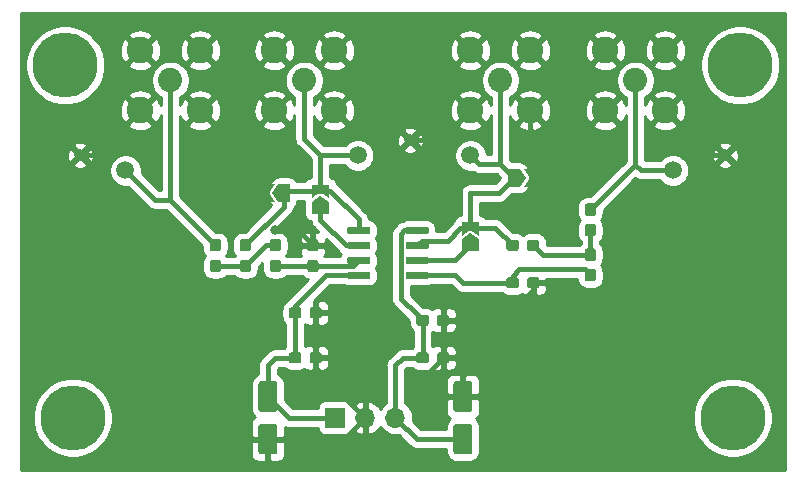
<source format=gbr>
G04 #@! TF.GenerationSoftware,KiCad,Pcbnew,(5.1.2)-2*
G04 #@! TF.CreationDate,2019-07-06T17:30:01+08:00*
G04 #@! TF.ProjectId,active_filter,61637469-7665-45f6-9669-6c7465722e6b,rev?*
G04 #@! TF.SameCoordinates,Original*
G04 #@! TF.FileFunction,Copper,L1,Top*
G04 #@! TF.FilePolarity,Positive*
%FSLAX46Y46*%
G04 Gerber Fmt 4.6, Leading zero omitted, Abs format (unit mm)*
G04 Created by KiCad (PCBNEW (5.1.2)-2) date 2019-07-06 17:30:01*
%MOMM*%
%LPD*%
G04 APERTURE LIST*
%ADD10C,1.000000*%
%ADD11C,1.500000*%
%ADD12C,5.500000*%
%ADD13C,0.100000*%
%ADD14C,0.950000*%
%ADD15C,1.600000*%
%ADD16C,2.050000*%
%ADD17C,2.250000*%
%ADD18R,1.700000X1.700000*%
%ADD19O,1.700000X1.700000*%
%ADD20C,0.300000*%
%ADD21C,0.600000*%
%ADD22C,0.800000*%
%ADD23C,0.400000*%
%ADD24C,0.254000*%
G04 APERTURE END LIST*
D10*
X143510000Y-83185000D03*
X170180000Y-84455000D03*
X115570000Y-84455000D03*
D11*
X148590000Y-84455000D03*
X139065000Y-84455000D03*
X165735000Y-85725000D03*
X119380000Y-85725000D03*
D12*
X170815000Y-106680000D03*
X114935000Y-106680000D03*
X171450000Y-76835000D03*
X114300000Y-76835000D03*
D13*
G36*
X135805779Y-97316144D02*
G01*
X135828834Y-97319563D01*
X135851443Y-97325227D01*
X135873387Y-97333079D01*
X135894457Y-97343044D01*
X135914448Y-97355026D01*
X135933168Y-97368910D01*
X135950438Y-97384562D01*
X135966090Y-97401832D01*
X135979974Y-97420552D01*
X135991956Y-97440543D01*
X136001921Y-97461613D01*
X136009773Y-97483557D01*
X136015437Y-97506166D01*
X136018856Y-97529221D01*
X136020000Y-97552500D01*
X136020000Y-98027500D01*
X136018856Y-98050779D01*
X136015437Y-98073834D01*
X136009773Y-98096443D01*
X136001921Y-98118387D01*
X135991956Y-98139457D01*
X135979974Y-98159448D01*
X135966090Y-98178168D01*
X135950438Y-98195438D01*
X135933168Y-98211090D01*
X135914448Y-98224974D01*
X135894457Y-98236956D01*
X135873387Y-98246921D01*
X135851443Y-98254773D01*
X135828834Y-98260437D01*
X135805779Y-98263856D01*
X135782500Y-98265000D01*
X135207500Y-98265000D01*
X135184221Y-98263856D01*
X135161166Y-98260437D01*
X135138557Y-98254773D01*
X135116613Y-98246921D01*
X135095543Y-98236956D01*
X135075552Y-98224974D01*
X135056832Y-98211090D01*
X135039562Y-98195438D01*
X135023910Y-98178168D01*
X135010026Y-98159448D01*
X134998044Y-98139457D01*
X134988079Y-98118387D01*
X134980227Y-98096443D01*
X134974563Y-98073834D01*
X134971144Y-98050779D01*
X134970000Y-98027500D01*
X134970000Y-97552500D01*
X134971144Y-97529221D01*
X134974563Y-97506166D01*
X134980227Y-97483557D01*
X134988079Y-97461613D01*
X134998044Y-97440543D01*
X135010026Y-97420552D01*
X135023910Y-97401832D01*
X135039562Y-97384562D01*
X135056832Y-97368910D01*
X135075552Y-97355026D01*
X135095543Y-97343044D01*
X135116613Y-97333079D01*
X135138557Y-97325227D01*
X135161166Y-97319563D01*
X135184221Y-97316144D01*
X135207500Y-97315000D01*
X135782500Y-97315000D01*
X135805779Y-97316144D01*
X135805779Y-97316144D01*
G37*
D14*
X135495000Y-97790000D03*
D13*
G36*
X134055779Y-97316144D02*
G01*
X134078834Y-97319563D01*
X134101443Y-97325227D01*
X134123387Y-97333079D01*
X134144457Y-97343044D01*
X134164448Y-97355026D01*
X134183168Y-97368910D01*
X134200438Y-97384562D01*
X134216090Y-97401832D01*
X134229974Y-97420552D01*
X134241956Y-97440543D01*
X134251921Y-97461613D01*
X134259773Y-97483557D01*
X134265437Y-97506166D01*
X134268856Y-97529221D01*
X134270000Y-97552500D01*
X134270000Y-98027500D01*
X134268856Y-98050779D01*
X134265437Y-98073834D01*
X134259773Y-98096443D01*
X134251921Y-98118387D01*
X134241956Y-98139457D01*
X134229974Y-98159448D01*
X134216090Y-98178168D01*
X134200438Y-98195438D01*
X134183168Y-98211090D01*
X134164448Y-98224974D01*
X134144457Y-98236956D01*
X134123387Y-98246921D01*
X134101443Y-98254773D01*
X134078834Y-98260437D01*
X134055779Y-98263856D01*
X134032500Y-98265000D01*
X133457500Y-98265000D01*
X133434221Y-98263856D01*
X133411166Y-98260437D01*
X133388557Y-98254773D01*
X133366613Y-98246921D01*
X133345543Y-98236956D01*
X133325552Y-98224974D01*
X133306832Y-98211090D01*
X133289562Y-98195438D01*
X133273910Y-98178168D01*
X133260026Y-98159448D01*
X133248044Y-98139457D01*
X133238079Y-98118387D01*
X133230227Y-98096443D01*
X133224563Y-98073834D01*
X133221144Y-98050779D01*
X133220000Y-98027500D01*
X133220000Y-97552500D01*
X133221144Y-97529221D01*
X133224563Y-97506166D01*
X133230227Y-97483557D01*
X133238079Y-97461613D01*
X133248044Y-97440543D01*
X133260026Y-97420552D01*
X133273910Y-97401832D01*
X133289562Y-97384562D01*
X133306832Y-97368910D01*
X133325552Y-97355026D01*
X133345543Y-97343044D01*
X133366613Y-97333079D01*
X133388557Y-97325227D01*
X133411166Y-97319563D01*
X133434221Y-97316144D01*
X133457500Y-97315000D01*
X134032500Y-97315000D01*
X134055779Y-97316144D01*
X134055779Y-97316144D01*
G37*
D14*
X133745000Y-97790000D03*
D13*
G36*
X134055779Y-101126144D02*
G01*
X134078834Y-101129563D01*
X134101443Y-101135227D01*
X134123387Y-101143079D01*
X134144457Y-101153044D01*
X134164448Y-101165026D01*
X134183168Y-101178910D01*
X134200438Y-101194562D01*
X134216090Y-101211832D01*
X134229974Y-101230552D01*
X134241956Y-101250543D01*
X134251921Y-101271613D01*
X134259773Y-101293557D01*
X134265437Y-101316166D01*
X134268856Y-101339221D01*
X134270000Y-101362500D01*
X134270000Y-101837500D01*
X134268856Y-101860779D01*
X134265437Y-101883834D01*
X134259773Y-101906443D01*
X134251921Y-101928387D01*
X134241956Y-101949457D01*
X134229974Y-101969448D01*
X134216090Y-101988168D01*
X134200438Y-102005438D01*
X134183168Y-102021090D01*
X134164448Y-102034974D01*
X134144457Y-102046956D01*
X134123387Y-102056921D01*
X134101443Y-102064773D01*
X134078834Y-102070437D01*
X134055779Y-102073856D01*
X134032500Y-102075000D01*
X133457500Y-102075000D01*
X133434221Y-102073856D01*
X133411166Y-102070437D01*
X133388557Y-102064773D01*
X133366613Y-102056921D01*
X133345543Y-102046956D01*
X133325552Y-102034974D01*
X133306832Y-102021090D01*
X133289562Y-102005438D01*
X133273910Y-101988168D01*
X133260026Y-101969448D01*
X133248044Y-101949457D01*
X133238079Y-101928387D01*
X133230227Y-101906443D01*
X133224563Y-101883834D01*
X133221144Y-101860779D01*
X133220000Y-101837500D01*
X133220000Y-101362500D01*
X133221144Y-101339221D01*
X133224563Y-101316166D01*
X133230227Y-101293557D01*
X133238079Y-101271613D01*
X133248044Y-101250543D01*
X133260026Y-101230552D01*
X133273910Y-101211832D01*
X133289562Y-101194562D01*
X133306832Y-101178910D01*
X133325552Y-101165026D01*
X133345543Y-101153044D01*
X133366613Y-101143079D01*
X133388557Y-101135227D01*
X133411166Y-101129563D01*
X133434221Y-101126144D01*
X133457500Y-101125000D01*
X134032500Y-101125000D01*
X134055779Y-101126144D01*
X134055779Y-101126144D01*
G37*
D14*
X133745000Y-101600000D03*
D13*
G36*
X135805779Y-101126144D02*
G01*
X135828834Y-101129563D01*
X135851443Y-101135227D01*
X135873387Y-101143079D01*
X135894457Y-101153044D01*
X135914448Y-101165026D01*
X135933168Y-101178910D01*
X135950438Y-101194562D01*
X135966090Y-101211832D01*
X135979974Y-101230552D01*
X135991956Y-101250543D01*
X136001921Y-101271613D01*
X136009773Y-101293557D01*
X136015437Y-101316166D01*
X136018856Y-101339221D01*
X136020000Y-101362500D01*
X136020000Y-101837500D01*
X136018856Y-101860779D01*
X136015437Y-101883834D01*
X136009773Y-101906443D01*
X136001921Y-101928387D01*
X135991956Y-101949457D01*
X135979974Y-101969448D01*
X135966090Y-101988168D01*
X135950438Y-102005438D01*
X135933168Y-102021090D01*
X135914448Y-102034974D01*
X135894457Y-102046956D01*
X135873387Y-102056921D01*
X135851443Y-102064773D01*
X135828834Y-102070437D01*
X135805779Y-102073856D01*
X135782500Y-102075000D01*
X135207500Y-102075000D01*
X135184221Y-102073856D01*
X135161166Y-102070437D01*
X135138557Y-102064773D01*
X135116613Y-102056921D01*
X135095543Y-102046956D01*
X135075552Y-102034974D01*
X135056832Y-102021090D01*
X135039562Y-102005438D01*
X135023910Y-101988168D01*
X135010026Y-101969448D01*
X134998044Y-101949457D01*
X134988079Y-101928387D01*
X134980227Y-101906443D01*
X134974563Y-101883834D01*
X134971144Y-101860779D01*
X134970000Y-101837500D01*
X134970000Y-101362500D01*
X134971144Y-101339221D01*
X134974563Y-101316166D01*
X134980227Y-101293557D01*
X134988079Y-101271613D01*
X134998044Y-101250543D01*
X135010026Y-101230552D01*
X135023910Y-101211832D01*
X135039562Y-101194562D01*
X135056832Y-101178910D01*
X135075552Y-101165026D01*
X135095543Y-101153044D01*
X135116613Y-101143079D01*
X135138557Y-101135227D01*
X135161166Y-101129563D01*
X135184221Y-101126144D01*
X135207500Y-101125000D01*
X135782500Y-101125000D01*
X135805779Y-101126144D01*
X135805779Y-101126144D01*
G37*
D14*
X135495000Y-101600000D03*
D13*
G36*
X135515779Y-93301144D02*
G01*
X135538834Y-93304563D01*
X135561443Y-93310227D01*
X135583387Y-93318079D01*
X135604457Y-93328044D01*
X135624448Y-93340026D01*
X135643168Y-93353910D01*
X135660438Y-93369562D01*
X135676090Y-93386832D01*
X135689974Y-93405552D01*
X135701956Y-93425543D01*
X135711921Y-93446613D01*
X135719773Y-93468557D01*
X135725437Y-93491166D01*
X135728856Y-93514221D01*
X135730000Y-93537500D01*
X135730000Y-94112500D01*
X135728856Y-94135779D01*
X135725437Y-94158834D01*
X135719773Y-94181443D01*
X135711921Y-94203387D01*
X135701956Y-94224457D01*
X135689974Y-94244448D01*
X135676090Y-94263168D01*
X135660438Y-94280438D01*
X135643168Y-94296090D01*
X135624448Y-94309974D01*
X135604457Y-94321956D01*
X135583387Y-94331921D01*
X135561443Y-94339773D01*
X135538834Y-94345437D01*
X135515779Y-94348856D01*
X135492500Y-94350000D01*
X135017500Y-94350000D01*
X134994221Y-94348856D01*
X134971166Y-94345437D01*
X134948557Y-94339773D01*
X134926613Y-94331921D01*
X134905543Y-94321956D01*
X134885552Y-94309974D01*
X134866832Y-94296090D01*
X134849562Y-94280438D01*
X134833910Y-94263168D01*
X134820026Y-94244448D01*
X134808044Y-94224457D01*
X134798079Y-94203387D01*
X134790227Y-94181443D01*
X134784563Y-94158834D01*
X134781144Y-94135779D01*
X134780000Y-94112500D01*
X134780000Y-93537500D01*
X134781144Y-93514221D01*
X134784563Y-93491166D01*
X134790227Y-93468557D01*
X134798079Y-93446613D01*
X134808044Y-93425543D01*
X134820026Y-93405552D01*
X134833910Y-93386832D01*
X134849562Y-93369562D01*
X134866832Y-93353910D01*
X134885552Y-93340026D01*
X134905543Y-93328044D01*
X134926613Y-93318079D01*
X134948557Y-93310227D01*
X134971166Y-93304563D01*
X134994221Y-93301144D01*
X135017500Y-93300000D01*
X135492500Y-93300000D01*
X135515779Y-93301144D01*
X135515779Y-93301144D01*
G37*
D14*
X135255000Y-93825000D03*
D13*
G36*
X135515779Y-91551144D02*
G01*
X135538834Y-91554563D01*
X135561443Y-91560227D01*
X135583387Y-91568079D01*
X135604457Y-91578044D01*
X135624448Y-91590026D01*
X135643168Y-91603910D01*
X135660438Y-91619562D01*
X135676090Y-91636832D01*
X135689974Y-91655552D01*
X135701956Y-91675543D01*
X135711921Y-91696613D01*
X135719773Y-91718557D01*
X135725437Y-91741166D01*
X135728856Y-91764221D01*
X135730000Y-91787500D01*
X135730000Y-92362500D01*
X135728856Y-92385779D01*
X135725437Y-92408834D01*
X135719773Y-92431443D01*
X135711921Y-92453387D01*
X135701956Y-92474457D01*
X135689974Y-92494448D01*
X135676090Y-92513168D01*
X135660438Y-92530438D01*
X135643168Y-92546090D01*
X135624448Y-92559974D01*
X135604457Y-92571956D01*
X135583387Y-92581921D01*
X135561443Y-92589773D01*
X135538834Y-92595437D01*
X135515779Y-92598856D01*
X135492500Y-92600000D01*
X135017500Y-92600000D01*
X134994221Y-92598856D01*
X134971166Y-92595437D01*
X134948557Y-92589773D01*
X134926613Y-92581921D01*
X134905543Y-92571956D01*
X134885552Y-92559974D01*
X134866832Y-92546090D01*
X134849562Y-92530438D01*
X134833910Y-92513168D01*
X134820026Y-92494448D01*
X134808044Y-92474457D01*
X134798079Y-92453387D01*
X134790227Y-92431443D01*
X134784563Y-92408834D01*
X134781144Y-92385779D01*
X134780000Y-92362500D01*
X134780000Y-91787500D01*
X134781144Y-91764221D01*
X134784563Y-91741166D01*
X134790227Y-91718557D01*
X134798079Y-91696613D01*
X134808044Y-91675543D01*
X134820026Y-91655552D01*
X134833910Y-91636832D01*
X134849562Y-91619562D01*
X134866832Y-91603910D01*
X134885552Y-91590026D01*
X134905543Y-91578044D01*
X134926613Y-91568079D01*
X134948557Y-91560227D01*
X134971166Y-91554563D01*
X134994221Y-91551144D01*
X135017500Y-91550000D01*
X135492500Y-91550000D01*
X135515779Y-91551144D01*
X135515779Y-91551144D01*
G37*
D14*
X135255000Y-92075000D03*
D13*
G36*
X132019504Y-103581204D02*
G01*
X132043773Y-103584804D01*
X132067571Y-103590765D01*
X132090671Y-103599030D01*
X132112849Y-103609520D01*
X132133893Y-103622133D01*
X132153598Y-103636747D01*
X132171777Y-103653223D01*
X132188253Y-103671402D01*
X132202867Y-103691107D01*
X132215480Y-103712151D01*
X132225970Y-103734329D01*
X132234235Y-103757429D01*
X132240196Y-103781227D01*
X132243796Y-103805496D01*
X132245000Y-103830000D01*
X132245000Y-105930000D01*
X132243796Y-105954504D01*
X132240196Y-105978773D01*
X132234235Y-106002571D01*
X132225970Y-106025671D01*
X132215480Y-106047849D01*
X132202867Y-106068893D01*
X132188253Y-106088598D01*
X132171777Y-106106777D01*
X132153598Y-106123253D01*
X132133893Y-106137867D01*
X132112849Y-106150480D01*
X132090671Y-106160970D01*
X132067571Y-106169235D01*
X132043773Y-106175196D01*
X132019504Y-106178796D01*
X131995000Y-106180000D01*
X130895000Y-106180000D01*
X130870496Y-106178796D01*
X130846227Y-106175196D01*
X130822429Y-106169235D01*
X130799329Y-106160970D01*
X130777151Y-106150480D01*
X130756107Y-106137867D01*
X130736402Y-106123253D01*
X130718223Y-106106777D01*
X130701747Y-106088598D01*
X130687133Y-106068893D01*
X130674520Y-106047849D01*
X130664030Y-106025671D01*
X130655765Y-106002571D01*
X130649804Y-105978773D01*
X130646204Y-105954504D01*
X130645000Y-105930000D01*
X130645000Y-103830000D01*
X130646204Y-103805496D01*
X130649804Y-103781227D01*
X130655765Y-103757429D01*
X130664030Y-103734329D01*
X130674520Y-103712151D01*
X130687133Y-103691107D01*
X130701747Y-103671402D01*
X130718223Y-103653223D01*
X130736402Y-103636747D01*
X130756107Y-103622133D01*
X130777151Y-103609520D01*
X130799329Y-103599030D01*
X130822429Y-103590765D01*
X130846227Y-103584804D01*
X130870496Y-103581204D01*
X130895000Y-103580000D01*
X131995000Y-103580000D01*
X132019504Y-103581204D01*
X132019504Y-103581204D01*
G37*
D15*
X131445000Y-104880000D03*
D13*
G36*
X132019504Y-107181204D02*
G01*
X132043773Y-107184804D01*
X132067571Y-107190765D01*
X132090671Y-107199030D01*
X132112849Y-107209520D01*
X132133893Y-107222133D01*
X132153598Y-107236747D01*
X132171777Y-107253223D01*
X132188253Y-107271402D01*
X132202867Y-107291107D01*
X132215480Y-107312151D01*
X132225970Y-107334329D01*
X132234235Y-107357429D01*
X132240196Y-107381227D01*
X132243796Y-107405496D01*
X132245000Y-107430000D01*
X132245000Y-109530000D01*
X132243796Y-109554504D01*
X132240196Y-109578773D01*
X132234235Y-109602571D01*
X132225970Y-109625671D01*
X132215480Y-109647849D01*
X132202867Y-109668893D01*
X132188253Y-109688598D01*
X132171777Y-109706777D01*
X132153598Y-109723253D01*
X132133893Y-109737867D01*
X132112849Y-109750480D01*
X132090671Y-109760970D01*
X132067571Y-109769235D01*
X132043773Y-109775196D01*
X132019504Y-109778796D01*
X131995000Y-109780000D01*
X130895000Y-109780000D01*
X130870496Y-109778796D01*
X130846227Y-109775196D01*
X130822429Y-109769235D01*
X130799329Y-109760970D01*
X130777151Y-109750480D01*
X130756107Y-109737867D01*
X130736402Y-109723253D01*
X130718223Y-109706777D01*
X130701747Y-109688598D01*
X130687133Y-109668893D01*
X130674520Y-109647849D01*
X130664030Y-109625671D01*
X130655765Y-109602571D01*
X130649804Y-109578773D01*
X130646204Y-109554504D01*
X130645000Y-109530000D01*
X130645000Y-107430000D01*
X130646204Y-107405496D01*
X130649804Y-107381227D01*
X130655765Y-107357429D01*
X130664030Y-107334329D01*
X130674520Y-107312151D01*
X130687133Y-107291107D01*
X130701747Y-107271402D01*
X130718223Y-107253223D01*
X130736402Y-107236747D01*
X130756107Y-107222133D01*
X130777151Y-107209520D01*
X130799329Y-107199030D01*
X130822429Y-107190765D01*
X130846227Y-107184804D01*
X130870496Y-107181204D01*
X130895000Y-107180000D01*
X131995000Y-107180000D01*
X132019504Y-107181204D01*
X132019504Y-107181204D01*
G37*
D15*
X131445000Y-108480000D03*
D13*
G36*
X152470779Y-94776144D02*
G01*
X152493834Y-94779563D01*
X152516443Y-94785227D01*
X152538387Y-94793079D01*
X152559457Y-94803044D01*
X152579448Y-94815026D01*
X152598168Y-94828910D01*
X152615438Y-94844562D01*
X152631090Y-94861832D01*
X152644974Y-94880552D01*
X152656956Y-94900543D01*
X152666921Y-94921613D01*
X152674773Y-94943557D01*
X152680437Y-94966166D01*
X152683856Y-94989221D01*
X152685000Y-95012500D01*
X152685000Y-95487500D01*
X152683856Y-95510779D01*
X152680437Y-95533834D01*
X152674773Y-95556443D01*
X152666921Y-95578387D01*
X152656956Y-95599457D01*
X152644974Y-95619448D01*
X152631090Y-95638168D01*
X152615438Y-95655438D01*
X152598168Y-95671090D01*
X152579448Y-95684974D01*
X152559457Y-95696956D01*
X152538387Y-95706921D01*
X152516443Y-95714773D01*
X152493834Y-95720437D01*
X152470779Y-95723856D01*
X152447500Y-95725000D01*
X151872500Y-95725000D01*
X151849221Y-95723856D01*
X151826166Y-95720437D01*
X151803557Y-95714773D01*
X151781613Y-95706921D01*
X151760543Y-95696956D01*
X151740552Y-95684974D01*
X151721832Y-95671090D01*
X151704562Y-95655438D01*
X151688910Y-95638168D01*
X151675026Y-95619448D01*
X151663044Y-95599457D01*
X151653079Y-95578387D01*
X151645227Y-95556443D01*
X151639563Y-95533834D01*
X151636144Y-95510779D01*
X151635000Y-95487500D01*
X151635000Y-95012500D01*
X151636144Y-94989221D01*
X151639563Y-94966166D01*
X151645227Y-94943557D01*
X151653079Y-94921613D01*
X151663044Y-94900543D01*
X151675026Y-94880552D01*
X151688910Y-94861832D01*
X151704562Y-94844562D01*
X151721832Y-94828910D01*
X151740552Y-94815026D01*
X151760543Y-94803044D01*
X151781613Y-94793079D01*
X151803557Y-94785227D01*
X151826166Y-94779563D01*
X151849221Y-94776144D01*
X151872500Y-94775000D01*
X152447500Y-94775000D01*
X152470779Y-94776144D01*
X152470779Y-94776144D01*
G37*
D14*
X152160000Y-95250000D03*
D13*
G36*
X154220779Y-94776144D02*
G01*
X154243834Y-94779563D01*
X154266443Y-94785227D01*
X154288387Y-94793079D01*
X154309457Y-94803044D01*
X154329448Y-94815026D01*
X154348168Y-94828910D01*
X154365438Y-94844562D01*
X154381090Y-94861832D01*
X154394974Y-94880552D01*
X154406956Y-94900543D01*
X154416921Y-94921613D01*
X154424773Y-94943557D01*
X154430437Y-94966166D01*
X154433856Y-94989221D01*
X154435000Y-95012500D01*
X154435000Y-95487500D01*
X154433856Y-95510779D01*
X154430437Y-95533834D01*
X154424773Y-95556443D01*
X154416921Y-95578387D01*
X154406956Y-95599457D01*
X154394974Y-95619448D01*
X154381090Y-95638168D01*
X154365438Y-95655438D01*
X154348168Y-95671090D01*
X154329448Y-95684974D01*
X154309457Y-95696956D01*
X154288387Y-95706921D01*
X154266443Y-95714773D01*
X154243834Y-95720437D01*
X154220779Y-95723856D01*
X154197500Y-95725000D01*
X153622500Y-95725000D01*
X153599221Y-95723856D01*
X153576166Y-95720437D01*
X153553557Y-95714773D01*
X153531613Y-95706921D01*
X153510543Y-95696956D01*
X153490552Y-95684974D01*
X153471832Y-95671090D01*
X153454562Y-95655438D01*
X153438910Y-95638168D01*
X153425026Y-95619448D01*
X153413044Y-95599457D01*
X153403079Y-95578387D01*
X153395227Y-95556443D01*
X153389563Y-95533834D01*
X153386144Y-95510779D01*
X153385000Y-95487500D01*
X153385000Y-95012500D01*
X153386144Y-94989221D01*
X153389563Y-94966166D01*
X153395227Y-94943557D01*
X153403079Y-94921613D01*
X153413044Y-94900543D01*
X153425026Y-94880552D01*
X153438910Y-94861832D01*
X153454562Y-94844562D01*
X153471832Y-94828910D01*
X153490552Y-94815026D01*
X153510543Y-94803044D01*
X153531613Y-94793079D01*
X153553557Y-94785227D01*
X153576166Y-94779563D01*
X153599221Y-94776144D01*
X153622500Y-94775000D01*
X154197500Y-94775000D01*
X154220779Y-94776144D01*
X154220779Y-94776144D01*
G37*
D14*
X153910000Y-95250000D03*
D13*
G36*
X129800779Y-93301144D02*
G01*
X129823834Y-93304563D01*
X129846443Y-93310227D01*
X129868387Y-93318079D01*
X129889457Y-93328044D01*
X129909448Y-93340026D01*
X129928168Y-93353910D01*
X129945438Y-93369562D01*
X129961090Y-93386832D01*
X129974974Y-93405552D01*
X129986956Y-93425543D01*
X129996921Y-93446613D01*
X130004773Y-93468557D01*
X130010437Y-93491166D01*
X130013856Y-93514221D01*
X130015000Y-93537500D01*
X130015000Y-94112500D01*
X130013856Y-94135779D01*
X130010437Y-94158834D01*
X130004773Y-94181443D01*
X129996921Y-94203387D01*
X129986956Y-94224457D01*
X129974974Y-94244448D01*
X129961090Y-94263168D01*
X129945438Y-94280438D01*
X129928168Y-94296090D01*
X129909448Y-94309974D01*
X129889457Y-94321956D01*
X129868387Y-94331921D01*
X129846443Y-94339773D01*
X129823834Y-94345437D01*
X129800779Y-94348856D01*
X129777500Y-94350000D01*
X129302500Y-94350000D01*
X129279221Y-94348856D01*
X129256166Y-94345437D01*
X129233557Y-94339773D01*
X129211613Y-94331921D01*
X129190543Y-94321956D01*
X129170552Y-94309974D01*
X129151832Y-94296090D01*
X129134562Y-94280438D01*
X129118910Y-94263168D01*
X129105026Y-94244448D01*
X129093044Y-94224457D01*
X129083079Y-94203387D01*
X129075227Y-94181443D01*
X129069563Y-94158834D01*
X129066144Y-94135779D01*
X129065000Y-94112500D01*
X129065000Y-93537500D01*
X129066144Y-93514221D01*
X129069563Y-93491166D01*
X129075227Y-93468557D01*
X129083079Y-93446613D01*
X129093044Y-93425543D01*
X129105026Y-93405552D01*
X129118910Y-93386832D01*
X129134562Y-93369562D01*
X129151832Y-93353910D01*
X129170552Y-93340026D01*
X129190543Y-93328044D01*
X129211613Y-93318079D01*
X129233557Y-93310227D01*
X129256166Y-93304563D01*
X129279221Y-93301144D01*
X129302500Y-93300000D01*
X129777500Y-93300000D01*
X129800779Y-93301144D01*
X129800779Y-93301144D01*
G37*
D14*
X129540000Y-93825000D03*
D13*
G36*
X129800779Y-91551144D02*
G01*
X129823834Y-91554563D01*
X129846443Y-91560227D01*
X129868387Y-91568079D01*
X129889457Y-91578044D01*
X129909448Y-91590026D01*
X129928168Y-91603910D01*
X129945438Y-91619562D01*
X129961090Y-91636832D01*
X129974974Y-91655552D01*
X129986956Y-91675543D01*
X129996921Y-91696613D01*
X130004773Y-91718557D01*
X130010437Y-91741166D01*
X130013856Y-91764221D01*
X130015000Y-91787500D01*
X130015000Y-92362500D01*
X130013856Y-92385779D01*
X130010437Y-92408834D01*
X130004773Y-92431443D01*
X129996921Y-92453387D01*
X129986956Y-92474457D01*
X129974974Y-92494448D01*
X129961090Y-92513168D01*
X129945438Y-92530438D01*
X129928168Y-92546090D01*
X129909448Y-92559974D01*
X129889457Y-92571956D01*
X129868387Y-92581921D01*
X129846443Y-92589773D01*
X129823834Y-92595437D01*
X129800779Y-92598856D01*
X129777500Y-92600000D01*
X129302500Y-92600000D01*
X129279221Y-92598856D01*
X129256166Y-92595437D01*
X129233557Y-92589773D01*
X129211613Y-92581921D01*
X129190543Y-92571956D01*
X129170552Y-92559974D01*
X129151832Y-92546090D01*
X129134562Y-92530438D01*
X129118910Y-92513168D01*
X129105026Y-92494448D01*
X129093044Y-92474457D01*
X129083079Y-92453387D01*
X129075227Y-92431443D01*
X129069563Y-92408834D01*
X129066144Y-92385779D01*
X129065000Y-92362500D01*
X129065000Y-91787500D01*
X129066144Y-91764221D01*
X129069563Y-91741166D01*
X129075227Y-91718557D01*
X129083079Y-91696613D01*
X129093044Y-91675543D01*
X129105026Y-91655552D01*
X129118910Y-91636832D01*
X129134562Y-91619562D01*
X129151832Y-91603910D01*
X129170552Y-91590026D01*
X129190543Y-91578044D01*
X129211613Y-91568079D01*
X129233557Y-91560227D01*
X129256166Y-91554563D01*
X129279221Y-91551144D01*
X129302500Y-91550000D01*
X129777500Y-91550000D01*
X129800779Y-91551144D01*
X129800779Y-91551144D01*
G37*
D14*
X129540000Y-92075000D03*
D13*
G36*
X154220779Y-91601144D02*
G01*
X154243834Y-91604563D01*
X154266443Y-91610227D01*
X154288387Y-91618079D01*
X154309457Y-91628044D01*
X154329448Y-91640026D01*
X154348168Y-91653910D01*
X154365438Y-91669562D01*
X154381090Y-91686832D01*
X154394974Y-91705552D01*
X154406956Y-91725543D01*
X154416921Y-91746613D01*
X154424773Y-91768557D01*
X154430437Y-91791166D01*
X154433856Y-91814221D01*
X154435000Y-91837500D01*
X154435000Y-92312500D01*
X154433856Y-92335779D01*
X154430437Y-92358834D01*
X154424773Y-92381443D01*
X154416921Y-92403387D01*
X154406956Y-92424457D01*
X154394974Y-92444448D01*
X154381090Y-92463168D01*
X154365438Y-92480438D01*
X154348168Y-92496090D01*
X154329448Y-92509974D01*
X154309457Y-92521956D01*
X154288387Y-92531921D01*
X154266443Y-92539773D01*
X154243834Y-92545437D01*
X154220779Y-92548856D01*
X154197500Y-92550000D01*
X153622500Y-92550000D01*
X153599221Y-92548856D01*
X153576166Y-92545437D01*
X153553557Y-92539773D01*
X153531613Y-92531921D01*
X153510543Y-92521956D01*
X153490552Y-92509974D01*
X153471832Y-92496090D01*
X153454562Y-92480438D01*
X153438910Y-92463168D01*
X153425026Y-92444448D01*
X153413044Y-92424457D01*
X153403079Y-92403387D01*
X153395227Y-92381443D01*
X153389563Y-92358834D01*
X153386144Y-92335779D01*
X153385000Y-92312500D01*
X153385000Y-91837500D01*
X153386144Y-91814221D01*
X153389563Y-91791166D01*
X153395227Y-91768557D01*
X153403079Y-91746613D01*
X153413044Y-91725543D01*
X153425026Y-91705552D01*
X153438910Y-91686832D01*
X153454562Y-91669562D01*
X153471832Y-91653910D01*
X153490552Y-91640026D01*
X153510543Y-91628044D01*
X153531613Y-91618079D01*
X153553557Y-91610227D01*
X153576166Y-91604563D01*
X153599221Y-91601144D01*
X153622500Y-91600000D01*
X154197500Y-91600000D01*
X154220779Y-91601144D01*
X154220779Y-91601144D01*
G37*
D14*
X153910000Y-92075000D03*
D13*
G36*
X152470779Y-91601144D02*
G01*
X152493834Y-91604563D01*
X152516443Y-91610227D01*
X152538387Y-91618079D01*
X152559457Y-91628044D01*
X152579448Y-91640026D01*
X152598168Y-91653910D01*
X152615438Y-91669562D01*
X152631090Y-91686832D01*
X152644974Y-91705552D01*
X152656956Y-91725543D01*
X152666921Y-91746613D01*
X152674773Y-91768557D01*
X152680437Y-91791166D01*
X152683856Y-91814221D01*
X152685000Y-91837500D01*
X152685000Y-92312500D01*
X152683856Y-92335779D01*
X152680437Y-92358834D01*
X152674773Y-92381443D01*
X152666921Y-92403387D01*
X152656956Y-92424457D01*
X152644974Y-92444448D01*
X152631090Y-92463168D01*
X152615438Y-92480438D01*
X152598168Y-92496090D01*
X152579448Y-92509974D01*
X152559457Y-92521956D01*
X152538387Y-92531921D01*
X152516443Y-92539773D01*
X152493834Y-92545437D01*
X152470779Y-92548856D01*
X152447500Y-92550000D01*
X151872500Y-92550000D01*
X151849221Y-92548856D01*
X151826166Y-92545437D01*
X151803557Y-92539773D01*
X151781613Y-92531921D01*
X151760543Y-92521956D01*
X151740552Y-92509974D01*
X151721832Y-92496090D01*
X151704562Y-92480438D01*
X151688910Y-92463168D01*
X151675026Y-92444448D01*
X151663044Y-92424457D01*
X151653079Y-92403387D01*
X151645227Y-92381443D01*
X151639563Y-92358834D01*
X151636144Y-92335779D01*
X151635000Y-92312500D01*
X151635000Y-91837500D01*
X151636144Y-91814221D01*
X151639563Y-91791166D01*
X151645227Y-91768557D01*
X151653079Y-91746613D01*
X151663044Y-91725543D01*
X151675026Y-91705552D01*
X151688910Y-91686832D01*
X151704562Y-91669562D01*
X151721832Y-91653910D01*
X151740552Y-91640026D01*
X151760543Y-91628044D01*
X151781613Y-91618079D01*
X151803557Y-91610227D01*
X151826166Y-91604563D01*
X151849221Y-91601144D01*
X151872500Y-91600000D01*
X152447500Y-91600000D01*
X152470779Y-91601144D01*
X152470779Y-91601144D01*
G37*
D14*
X152160000Y-92075000D03*
D13*
G36*
X148529504Y-107181204D02*
G01*
X148553773Y-107184804D01*
X148577571Y-107190765D01*
X148600671Y-107199030D01*
X148622849Y-107209520D01*
X148643893Y-107222133D01*
X148663598Y-107236747D01*
X148681777Y-107253223D01*
X148698253Y-107271402D01*
X148712867Y-107291107D01*
X148725480Y-107312151D01*
X148735970Y-107334329D01*
X148744235Y-107357429D01*
X148750196Y-107381227D01*
X148753796Y-107405496D01*
X148755000Y-107430000D01*
X148755000Y-109530000D01*
X148753796Y-109554504D01*
X148750196Y-109578773D01*
X148744235Y-109602571D01*
X148735970Y-109625671D01*
X148725480Y-109647849D01*
X148712867Y-109668893D01*
X148698253Y-109688598D01*
X148681777Y-109706777D01*
X148663598Y-109723253D01*
X148643893Y-109737867D01*
X148622849Y-109750480D01*
X148600671Y-109760970D01*
X148577571Y-109769235D01*
X148553773Y-109775196D01*
X148529504Y-109778796D01*
X148505000Y-109780000D01*
X147405000Y-109780000D01*
X147380496Y-109778796D01*
X147356227Y-109775196D01*
X147332429Y-109769235D01*
X147309329Y-109760970D01*
X147287151Y-109750480D01*
X147266107Y-109737867D01*
X147246402Y-109723253D01*
X147228223Y-109706777D01*
X147211747Y-109688598D01*
X147197133Y-109668893D01*
X147184520Y-109647849D01*
X147174030Y-109625671D01*
X147165765Y-109602571D01*
X147159804Y-109578773D01*
X147156204Y-109554504D01*
X147155000Y-109530000D01*
X147155000Y-107430000D01*
X147156204Y-107405496D01*
X147159804Y-107381227D01*
X147165765Y-107357429D01*
X147174030Y-107334329D01*
X147184520Y-107312151D01*
X147197133Y-107291107D01*
X147211747Y-107271402D01*
X147228223Y-107253223D01*
X147246402Y-107236747D01*
X147266107Y-107222133D01*
X147287151Y-107209520D01*
X147309329Y-107199030D01*
X147332429Y-107190765D01*
X147356227Y-107184804D01*
X147380496Y-107181204D01*
X147405000Y-107180000D01*
X148505000Y-107180000D01*
X148529504Y-107181204D01*
X148529504Y-107181204D01*
G37*
D15*
X147955000Y-108480000D03*
D13*
G36*
X148529504Y-103581204D02*
G01*
X148553773Y-103584804D01*
X148577571Y-103590765D01*
X148600671Y-103599030D01*
X148622849Y-103609520D01*
X148643893Y-103622133D01*
X148663598Y-103636747D01*
X148681777Y-103653223D01*
X148698253Y-103671402D01*
X148712867Y-103691107D01*
X148725480Y-103712151D01*
X148735970Y-103734329D01*
X148744235Y-103757429D01*
X148750196Y-103781227D01*
X148753796Y-103805496D01*
X148755000Y-103830000D01*
X148755000Y-105930000D01*
X148753796Y-105954504D01*
X148750196Y-105978773D01*
X148744235Y-106002571D01*
X148735970Y-106025671D01*
X148725480Y-106047849D01*
X148712867Y-106068893D01*
X148698253Y-106088598D01*
X148681777Y-106106777D01*
X148663598Y-106123253D01*
X148643893Y-106137867D01*
X148622849Y-106150480D01*
X148600671Y-106160970D01*
X148577571Y-106169235D01*
X148553773Y-106175196D01*
X148529504Y-106178796D01*
X148505000Y-106180000D01*
X147405000Y-106180000D01*
X147380496Y-106178796D01*
X147356227Y-106175196D01*
X147332429Y-106169235D01*
X147309329Y-106160970D01*
X147287151Y-106150480D01*
X147266107Y-106137867D01*
X147246402Y-106123253D01*
X147228223Y-106106777D01*
X147211747Y-106088598D01*
X147197133Y-106068893D01*
X147184520Y-106047849D01*
X147174030Y-106025671D01*
X147165765Y-106002571D01*
X147159804Y-105978773D01*
X147156204Y-105954504D01*
X147155000Y-105930000D01*
X147155000Y-103830000D01*
X147156204Y-103805496D01*
X147159804Y-103781227D01*
X147165765Y-103757429D01*
X147174030Y-103734329D01*
X147184520Y-103712151D01*
X147197133Y-103691107D01*
X147211747Y-103671402D01*
X147228223Y-103653223D01*
X147246402Y-103636747D01*
X147266107Y-103622133D01*
X147287151Y-103609520D01*
X147309329Y-103599030D01*
X147332429Y-103590765D01*
X147356227Y-103584804D01*
X147380496Y-103581204D01*
X147405000Y-103580000D01*
X148505000Y-103580000D01*
X148529504Y-103581204D01*
X148529504Y-103581204D01*
G37*
D15*
X147955000Y-104880000D03*
D13*
G36*
X144850779Y-97951144D02*
G01*
X144873834Y-97954563D01*
X144896443Y-97960227D01*
X144918387Y-97968079D01*
X144939457Y-97978044D01*
X144959448Y-97990026D01*
X144978168Y-98003910D01*
X144995438Y-98019562D01*
X145011090Y-98036832D01*
X145024974Y-98055552D01*
X145036956Y-98075543D01*
X145046921Y-98096613D01*
X145054773Y-98118557D01*
X145060437Y-98141166D01*
X145063856Y-98164221D01*
X145065000Y-98187500D01*
X145065000Y-98662500D01*
X145063856Y-98685779D01*
X145060437Y-98708834D01*
X145054773Y-98731443D01*
X145046921Y-98753387D01*
X145036956Y-98774457D01*
X145024974Y-98794448D01*
X145011090Y-98813168D01*
X144995438Y-98830438D01*
X144978168Y-98846090D01*
X144959448Y-98859974D01*
X144939457Y-98871956D01*
X144918387Y-98881921D01*
X144896443Y-98889773D01*
X144873834Y-98895437D01*
X144850779Y-98898856D01*
X144827500Y-98900000D01*
X144252500Y-98900000D01*
X144229221Y-98898856D01*
X144206166Y-98895437D01*
X144183557Y-98889773D01*
X144161613Y-98881921D01*
X144140543Y-98871956D01*
X144120552Y-98859974D01*
X144101832Y-98846090D01*
X144084562Y-98830438D01*
X144068910Y-98813168D01*
X144055026Y-98794448D01*
X144043044Y-98774457D01*
X144033079Y-98753387D01*
X144025227Y-98731443D01*
X144019563Y-98708834D01*
X144016144Y-98685779D01*
X144015000Y-98662500D01*
X144015000Y-98187500D01*
X144016144Y-98164221D01*
X144019563Y-98141166D01*
X144025227Y-98118557D01*
X144033079Y-98096613D01*
X144043044Y-98075543D01*
X144055026Y-98055552D01*
X144068910Y-98036832D01*
X144084562Y-98019562D01*
X144101832Y-98003910D01*
X144120552Y-97990026D01*
X144140543Y-97978044D01*
X144161613Y-97968079D01*
X144183557Y-97960227D01*
X144206166Y-97954563D01*
X144229221Y-97951144D01*
X144252500Y-97950000D01*
X144827500Y-97950000D01*
X144850779Y-97951144D01*
X144850779Y-97951144D01*
G37*
D14*
X144540000Y-98425000D03*
D13*
G36*
X146600779Y-97951144D02*
G01*
X146623834Y-97954563D01*
X146646443Y-97960227D01*
X146668387Y-97968079D01*
X146689457Y-97978044D01*
X146709448Y-97990026D01*
X146728168Y-98003910D01*
X146745438Y-98019562D01*
X146761090Y-98036832D01*
X146774974Y-98055552D01*
X146786956Y-98075543D01*
X146796921Y-98096613D01*
X146804773Y-98118557D01*
X146810437Y-98141166D01*
X146813856Y-98164221D01*
X146815000Y-98187500D01*
X146815000Y-98662500D01*
X146813856Y-98685779D01*
X146810437Y-98708834D01*
X146804773Y-98731443D01*
X146796921Y-98753387D01*
X146786956Y-98774457D01*
X146774974Y-98794448D01*
X146761090Y-98813168D01*
X146745438Y-98830438D01*
X146728168Y-98846090D01*
X146709448Y-98859974D01*
X146689457Y-98871956D01*
X146668387Y-98881921D01*
X146646443Y-98889773D01*
X146623834Y-98895437D01*
X146600779Y-98898856D01*
X146577500Y-98900000D01*
X146002500Y-98900000D01*
X145979221Y-98898856D01*
X145956166Y-98895437D01*
X145933557Y-98889773D01*
X145911613Y-98881921D01*
X145890543Y-98871956D01*
X145870552Y-98859974D01*
X145851832Y-98846090D01*
X145834562Y-98830438D01*
X145818910Y-98813168D01*
X145805026Y-98794448D01*
X145793044Y-98774457D01*
X145783079Y-98753387D01*
X145775227Y-98731443D01*
X145769563Y-98708834D01*
X145766144Y-98685779D01*
X145765000Y-98662500D01*
X145765000Y-98187500D01*
X145766144Y-98164221D01*
X145769563Y-98141166D01*
X145775227Y-98118557D01*
X145783079Y-98096613D01*
X145793044Y-98075543D01*
X145805026Y-98055552D01*
X145818910Y-98036832D01*
X145834562Y-98019562D01*
X145851832Y-98003910D01*
X145870552Y-97990026D01*
X145890543Y-97978044D01*
X145911613Y-97968079D01*
X145933557Y-97960227D01*
X145956166Y-97954563D01*
X145979221Y-97951144D01*
X146002500Y-97950000D01*
X146577500Y-97950000D01*
X146600779Y-97951144D01*
X146600779Y-97951144D01*
G37*
D14*
X146290000Y-98425000D03*
D13*
G36*
X146600779Y-101126144D02*
G01*
X146623834Y-101129563D01*
X146646443Y-101135227D01*
X146668387Y-101143079D01*
X146689457Y-101153044D01*
X146709448Y-101165026D01*
X146728168Y-101178910D01*
X146745438Y-101194562D01*
X146761090Y-101211832D01*
X146774974Y-101230552D01*
X146786956Y-101250543D01*
X146796921Y-101271613D01*
X146804773Y-101293557D01*
X146810437Y-101316166D01*
X146813856Y-101339221D01*
X146815000Y-101362500D01*
X146815000Y-101837500D01*
X146813856Y-101860779D01*
X146810437Y-101883834D01*
X146804773Y-101906443D01*
X146796921Y-101928387D01*
X146786956Y-101949457D01*
X146774974Y-101969448D01*
X146761090Y-101988168D01*
X146745438Y-102005438D01*
X146728168Y-102021090D01*
X146709448Y-102034974D01*
X146689457Y-102046956D01*
X146668387Y-102056921D01*
X146646443Y-102064773D01*
X146623834Y-102070437D01*
X146600779Y-102073856D01*
X146577500Y-102075000D01*
X146002500Y-102075000D01*
X145979221Y-102073856D01*
X145956166Y-102070437D01*
X145933557Y-102064773D01*
X145911613Y-102056921D01*
X145890543Y-102046956D01*
X145870552Y-102034974D01*
X145851832Y-102021090D01*
X145834562Y-102005438D01*
X145818910Y-101988168D01*
X145805026Y-101969448D01*
X145793044Y-101949457D01*
X145783079Y-101928387D01*
X145775227Y-101906443D01*
X145769563Y-101883834D01*
X145766144Y-101860779D01*
X145765000Y-101837500D01*
X145765000Y-101362500D01*
X145766144Y-101339221D01*
X145769563Y-101316166D01*
X145775227Y-101293557D01*
X145783079Y-101271613D01*
X145793044Y-101250543D01*
X145805026Y-101230552D01*
X145818910Y-101211832D01*
X145834562Y-101194562D01*
X145851832Y-101178910D01*
X145870552Y-101165026D01*
X145890543Y-101153044D01*
X145911613Y-101143079D01*
X145933557Y-101135227D01*
X145956166Y-101129563D01*
X145979221Y-101126144D01*
X146002500Y-101125000D01*
X146577500Y-101125000D01*
X146600779Y-101126144D01*
X146600779Y-101126144D01*
G37*
D14*
X146290000Y-101600000D03*
D13*
G36*
X144850779Y-101126144D02*
G01*
X144873834Y-101129563D01*
X144896443Y-101135227D01*
X144918387Y-101143079D01*
X144939457Y-101153044D01*
X144959448Y-101165026D01*
X144978168Y-101178910D01*
X144995438Y-101194562D01*
X145011090Y-101211832D01*
X145024974Y-101230552D01*
X145036956Y-101250543D01*
X145046921Y-101271613D01*
X145054773Y-101293557D01*
X145060437Y-101316166D01*
X145063856Y-101339221D01*
X145065000Y-101362500D01*
X145065000Y-101837500D01*
X145063856Y-101860779D01*
X145060437Y-101883834D01*
X145054773Y-101906443D01*
X145046921Y-101928387D01*
X145036956Y-101949457D01*
X145024974Y-101969448D01*
X145011090Y-101988168D01*
X144995438Y-102005438D01*
X144978168Y-102021090D01*
X144959448Y-102034974D01*
X144939457Y-102046956D01*
X144918387Y-102056921D01*
X144896443Y-102064773D01*
X144873834Y-102070437D01*
X144850779Y-102073856D01*
X144827500Y-102075000D01*
X144252500Y-102075000D01*
X144229221Y-102073856D01*
X144206166Y-102070437D01*
X144183557Y-102064773D01*
X144161613Y-102056921D01*
X144140543Y-102046956D01*
X144120552Y-102034974D01*
X144101832Y-102021090D01*
X144084562Y-102005438D01*
X144068910Y-101988168D01*
X144055026Y-101969448D01*
X144043044Y-101949457D01*
X144033079Y-101928387D01*
X144025227Y-101906443D01*
X144019563Y-101883834D01*
X144016144Y-101860779D01*
X144015000Y-101837500D01*
X144015000Y-101362500D01*
X144016144Y-101339221D01*
X144019563Y-101316166D01*
X144025227Y-101293557D01*
X144033079Y-101271613D01*
X144043044Y-101250543D01*
X144055026Y-101230552D01*
X144068910Y-101211832D01*
X144084562Y-101194562D01*
X144101832Y-101178910D01*
X144120552Y-101165026D01*
X144140543Y-101153044D01*
X144161613Y-101143079D01*
X144183557Y-101135227D01*
X144206166Y-101129563D01*
X144229221Y-101126144D01*
X144252500Y-101125000D01*
X144827500Y-101125000D01*
X144850779Y-101126144D01*
X144850779Y-101126144D01*
G37*
D14*
X144540000Y-101600000D03*
D16*
X123190000Y-78105000D03*
D17*
X125730000Y-80645000D03*
X125730000Y-75565000D03*
X120650000Y-75565000D03*
X120650000Y-80645000D03*
X160020000Y-80645000D03*
X160020000Y-75565000D03*
X165100000Y-75565000D03*
X165100000Y-80645000D03*
D16*
X162560000Y-78105000D03*
D18*
X137160000Y-106680000D03*
D19*
X139700000Y-106680000D03*
X142240000Y-106680000D03*
D17*
X131985001Y-80645000D03*
X131985001Y-75565000D03*
X137065001Y-75565000D03*
X137065001Y-80645000D03*
D16*
X134525001Y-78105000D03*
X151130000Y-78105000D03*
D17*
X153670000Y-80645000D03*
X153670000Y-75565000D03*
X148590000Y-75565000D03*
X148590000Y-80645000D03*
D20*
X135890000Y-88900000D03*
D13*
G36*
X135890000Y-87900000D02*
G01*
X136640000Y-88400000D01*
X136640000Y-89400000D01*
X135140000Y-89400000D01*
X135140000Y-88400000D01*
X135890000Y-87900000D01*
X135890000Y-87900000D01*
G37*
D20*
X135890000Y-87450000D03*
D13*
G36*
X136640000Y-86950000D02*
G01*
X136640000Y-88100000D01*
X135890000Y-87600000D01*
X135140000Y-88100000D01*
X135140000Y-86950000D01*
X136640000Y-86950000D01*
X136640000Y-86950000D01*
G37*
D20*
X148590000Y-92075000D03*
D13*
G36*
X148590000Y-91075000D02*
G01*
X149340000Y-91575000D01*
X149340000Y-92575000D01*
X147840000Y-92575000D01*
X147840000Y-91575000D01*
X148590000Y-91075000D01*
X148590000Y-91075000D01*
G37*
D20*
X148590000Y-90625000D03*
D13*
G36*
X149340000Y-90125000D02*
G01*
X149340000Y-91275000D01*
X148590000Y-90775000D01*
X147840000Y-91275000D01*
X147840000Y-90125000D01*
X149340000Y-90125000D01*
X149340000Y-90125000D01*
G37*
D20*
X131355000Y-87630000D03*
D13*
G36*
X130855000Y-86880000D02*
G01*
X132005000Y-86880000D01*
X131505000Y-87630000D01*
X132005000Y-88380000D01*
X130855000Y-88380000D01*
X130855000Y-86880000D01*
X130855000Y-86880000D01*
G37*
D20*
X132805000Y-87630000D03*
D13*
G36*
X131805000Y-87630000D02*
G01*
X132305000Y-86880000D01*
X133305000Y-86880000D01*
X133305000Y-88380000D01*
X132305000Y-88380000D01*
X131805000Y-87630000D01*
X131805000Y-87630000D01*
G37*
D20*
X153760000Y-86360000D03*
D13*
G36*
X154260000Y-87110000D02*
G01*
X153110000Y-87110000D01*
X153610000Y-86360000D01*
X153110000Y-85610000D01*
X154260000Y-85610000D01*
X154260000Y-87110000D01*
X154260000Y-87110000D01*
G37*
D20*
X152310000Y-86360000D03*
D13*
G36*
X153310000Y-86360000D02*
G01*
X152810000Y-87110000D01*
X151810000Y-87110000D01*
X151810000Y-85610000D01*
X152810000Y-85610000D01*
X153310000Y-86360000D01*
X153310000Y-86360000D01*
G37*
G36*
X127260779Y-93301144D02*
G01*
X127283834Y-93304563D01*
X127306443Y-93310227D01*
X127328387Y-93318079D01*
X127349457Y-93328044D01*
X127369448Y-93340026D01*
X127388168Y-93353910D01*
X127405438Y-93369562D01*
X127421090Y-93386832D01*
X127434974Y-93405552D01*
X127446956Y-93425543D01*
X127456921Y-93446613D01*
X127464773Y-93468557D01*
X127470437Y-93491166D01*
X127473856Y-93514221D01*
X127475000Y-93537500D01*
X127475000Y-94112500D01*
X127473856Y-94135779D01*
X127470437Y-94158834D01*
X127464773Y-94181443D01*
X127456921Y-94203387D01*
X127446956Y-94224457D01*
X127434974Y-94244448D01*
X127421090Y-94263168D01*
X127405438Y-94280438D01*
X127388168Y-94296090D01*
X127369448Y-94309974D01*
X127349457Y-94321956D01*
X127328387Y-94331921D01*
X127306443Y-94339773D01*
X127283834Y-94345437D01*
X127260779Y-94348856D01*
X127237500Y-94350000D01*
X126762500Y-94350000D01*
X126739221Y-94348856D01*
X126716166Y-94345437D01*
X126693557Y-94339773D01*
X126671613Y-94331921D01*
X126650543Y-94321956D01*
X126630552Y-94309974D01*
X126611832Y-94296090D01*
X126594562Y-94280438D01*
X126578910Y-94263168D01*
X126565026Y-94244448D01*
X126553044Y-94224457D01*
X126543079Y-94203387D01*
X126535227Y-94181443D01*
X126529563Y-94158834D01*
X126526144Y-94135779D01*
X126525000Y-94112500D01*
X126525000Y-93537500D01*
X126526144Y-93514221D01*
X126529563Y-93491166D01*
X126535227Y-93468557D01*
X126543079Y-93446613D01*
X126553044Y-93425543D01*
X126565026Y-93405552D01*
X126578910Y-93386832D01*
X126594562Y-93369562D01*
X126611832Y-93353910D01*
X126630552Y-93340026D01*
X126650543Y-93328044D01*
X126671613Y-93318079D01*
X126693557Y-93310227D01*
X126716166Y-93304563D01*
X126739221Y-93301144D01*
X126762500Y-93300000D01*
X127237500Y-93300000D01*
X127260779Y-93301144D01*
X127260779Y-93301144D01*
G37*
D14*
X127000000Y-93825000D03*
D13*
G36*
X127260779Y-91551144D02*
G01*
X127283834Y-91554563D01*
X127306443Y-91560227D01*
X127328387Y-91568079D01*
X127349457Y-91578044D01*
X127369448Y-91590026D01*
X127388168Y-91603910D01*
X127405438Y-91619562D01*
X127421090Y-91636832D01*
X127434974Y-91655552D01*
X127446956Y-91675543D01*
X127456921Y-91696613D01*
X127464773Y-91718557D01*
X127470437Y-91741166D01*
X127473856Y-91764221D01*
X127475000Y-91787500D01*
X127475000Y-92362500D01*
X127473856Y-92385779D01*
X127470437Y-92408834D01*
X127464773Y-92431443D01*
X127456921Y-92453387D01*
X127446956Y-92474457D01*
X127434974Y-92494448D01*
X127421090Y-92513168D01*
X127405438Y-92530438D01*
X127388168Y-92546090D01*
X127369448Y-92559974D01*
X127349457Y-92571956D01*
X127328387Y-92581921D01*
X127306443Y-92589773D01*
X127283834Y-92595437D01*
X127260779Y-92598856D01*
X127237500Y-92600000D01*
X126762500Y-92600000D01*
X126739221Y-92598856D01*
X126716166Y-92595437D01*
X126693557Y-92589773D01*
X126671613Y-92581921D01*
X126650543Y-92571956D01*
X126630552Y-92559974D01*
X126611832Y-92546090D01*
X126594562Y-92530438D01*
X126578910Y-92513168D01*
X126565026Y-92494448D01*
X126553044Y-92474457D01*
X126543079Y-92453387D01*
X126535227Y-92431443D01*
X126529563Y-92408834D01*
X126526144Y-92385779D01*
X126525000Y-92362500D01*
X126525000Y-91787500D01*
X126526144Y-91764221D01*
X126529563Y-91741166D01*
X126535227Y-91718557D01*
X126543079Y-91696613D01*
X126553044Y-91675543D01*
X126565026Y-91655552D01*
X126578910Y-91636832D01*
X126594562Y-91619562D01*
X126611832Y-91603910D01*
X126630552Y-91590026D01*
X126650543Y-91578044D01*
X126671613Y-91568079D01*
X126693557Y-91560227D01*
X126716166Y-91554563D01*
X126739221Y-91551144D01*
X126762500Y-91550000D01*
X127237500Y-91550000D01*
X127260779Y-91551144D01*
X127260779Y-91551144D01*
G37*
D14*
X127000000Y-92075000D03*
D13*
G36*
X159010779Y-90281144D02*
G01*
X159033834Y-90284563D01*
X159056443Y-90290227D01*
X159078387Y-90298079D01*
X159099457Y-90308044D01*
X159119448Y-90320026D01*
X159138168Y-90333910D01*
X159155438Y-90349562D01*
X159171090Y-90366832D01*
X159184974Y-90385552D01*
X159196956Y-90405543D01*
X159206921Y-90426613D01*
X159214773Y-90448557D01*
X159220437Y-90471166D01*
X159223856Y-90494221D01*
X159225000Y-90517500D01*
X159225000Y-91092500D01*
X159223856Y-91115779D01*
X159220437Y-91138834D01*
X159214773Y-91161443D01*
X159206921Y-91183387D01*
X159196956Y-91204457D01*
X159184974Y-91224448D01*
X159171090Y-91243168D01*
X159155438Y-91260438D01*
X159138168Y-91276090D01*
X159119448Y-91289974D01*
X159099457Y-91301956D01*
X159078387Y-91311921D01*
X159056443Y-91319773D01*
X159033834Y-91325437D01*
X159010779Y-91328856D01*
X158987500Y-91330000D01*
X158512500Y-91330000D01*
X158489221Y-91328856D01*
X158466166Y-91325437D01*
X158443557Y-91319773D01*
X158421613Y-91311921D01*
X158400543Y-91301956D01*
X158380552Y-91289974D01*
X158361832Y-91276090D01*
X158344562Y-91260438D01*
X158328910Y-91243168D01*
X158315026Y-91224448D01*
X158303044Y-91204457D01*
X158293079Y-91183387D01*
X158285227Y-91161443D01*
X158279563Y-91138834D01*
X158276144Y-91115779D01*
X158275000Y-91092500D01*
X158275000Y-90517500D01*
X158276144Y-90494221D01*
X158279563Y-90471166D01*
X158285227Y-90448557D01*
X158293079Y-90426613D01*
X158303044Y-90405543D01*
X158315026Y-90385552D01*
X158328910Y-90366832D01*
X158344562Y-90349562D01*
X158361832Y-90333910D01*
X158380552Y-90320026D01*
X158400543Y-90308044D01*
X158421613Y-90298079D01*
X158443557Y-90290227D01*
X158466166Y-90284563D01*
X158489221Y-90281144D01*
X158512500Y-90280000D01*
X158987500Y-90280000D01*
X159010779Y-90281144D01*
X159010779Y-90281144D01*
G37*
D14*
X158750000Y-90805000D03*
D13*
G36*
X159010779Y-88531144D02*
G01*
X159033834Y-88534563D01*
X159056443Y-88540227D01*
X159078387Y-88548079D01*
X159099457Y-88558044D01*
X159119448Y-88570026D01*
X159138168Y-88583910D01*
X159155438Y-88599562D01*
X159171090Y-88616832D01*
X159184974Y-88635552D01*
X159196956Y-88655543D01*
X159206921Y-88676613D01*
X159214773Y-88698557D01*
X159220437Y-88721166D01*
X159223856Y-88744221D01*
X159225000Y-88767500D01*
X159225000Y-89342500D01*
X159223856Y-89365779D01*
X159220437Y-89388834D01*
X159214773Y-89411443D01*
X159206921Y-89433387D01*
X159196956Y-89454457D01*
X159184974Y-89474448D01*
X159171090Y-89493168D01*
X159155438Y-89510438D01*
X159138168Y-89526090D01*
X159119448Y-89539974D01*
X159099457Y-89551956D01*
X159078387Y-89561921D01*
X159056443Y-89569773D01*
X159033834Y-89575437D01*
X159010779Y-89578856D01*
X158987500Y-89580000D01*
X158512500Y-89580000D01*
X158489221Y-89578856D01*
X158466166Y-89575437D01*
X158443557Y-89569773D01*
X158421613Y-89561921D01*
X158400543Y-89551956D01*
X158380552Y-89539974D01*
X158361832Y-89526090D01*
X158344562Y-89510438D01*
X158328910Y-89493168D01*
X158315026Y-89474448D01*
X158303044Y-89454457D01*
X158293079Y-89433387D01*
X158285227Y-89411443D01*
X158279563Y-89388834D01*
X158276144Y-89365779D01*
X158275000Y-89342500D01*
X158275000Y-88767500D01*
X158276144Y-88744221D01*
X158279563Y-88721166D01*
X158285227Y-88698557D01*
X158293079Y-88676613D01*
X158303044Y-88655543D01*
X158315026Y-88635552D01*
X158328910Y-88616832D01*
X158344562Y-88599562D01*
X158361832Y-88583910D01*
X158380552Y-88570026D01*
X158400543Y-88558044D01*
X158421613Y-88548079D01*
X158443557Y-88540227D01*
X158466166Y-88534563D01*
X158489221Y-88531144D01*
X158512500Y-88530000D01*
X158987500Y-88530000D01*
X159010779Y-88531144D01*
X159010779Y-88531144D01*
G37*
D14*
X158750000Y-89055000D03*
D13*
G36*
X132340779Y-91551144D02*
G01*
X132363834Y-91554563D01*
X132386443Y-91560227D01*
X132408387Y-91568079D01*
X132429457Y-91578044D01*
X132449448Y-91590026D01*
X132468168Y-91603910D01*
X132485438Y-91619562D01*
X132501090Y-91636832D01*
X132514974Y-91655552D01*
X132526956Y-91675543D01*
X132536921Y-91696613D01*
X132544773Y-91718557D01*
X132550437Y-91741166D01*
X132553856Y-91764221D01*
X132555000Y-91787500D01*
X132555000Y-92362500D01*
X132553856Y-92385779D01*
X132550437Y-92408834D01*
X132544773Y-92431443D01*
X132536921Y-92453387D01*
X132526956Y-92474457D01*
X132514974Y-92494448D01*
X132501090Y-92513168D01*
X132485438Y-92530438D01*
X132468168Y-92546090D01*
X132449448Y-92559974D01*
X132429457Y-92571956D01*
X132408387Y-92581921D01*
X132386443Y-92589773D01*
X132363834Y-92595437D01*
X132340779Y-92598856D01*
X132317500Y-92600000D01*
X131842500Y-92600000D01*
X131819221Y-92598856D01*
X131796166Y-92595437D01*
X131773557Y-92589773D01*
X131751613Y-92581921D01*
X131730543Y-92571956D01*
X131710552Y-92559974D01*
X131691832Y-92546090D01*
X131674562Y-92530438D01*
X131658910Y-92513168D01*
X131645026Y-92494448D01*
X131633044Y-92474457D01*
X131623079Y-92453387D01*
X131615227Y-92431443D01*
X131609563Y-92408834D01*
X131606144Y-92385779D01*
X131605000Y-92362500D01*
X131605000Y-91787500D01*
X131606144Y-91764221D01*
X131609563Y-91741166D01*
X131615227Y-91718557D01*
X131623079Y-91696613D01*
X131633044Y-91675543D01*
X131645026Y-91655552D01*
X131658910Y-91636832D01*
X131674562Y-91619562D01*
X131691832Y-91603910D01*
X131710552Y-91590026D01*
X131730543Y-91578044D01*
X131751613Y-91568079D01*
X131773557Y-91560227D01*
X131796166Y-91554563D01*
X131819221Y-91551144D01*
X131842500Y-91550000D01*
X132317500Y-91550000D01*
X132340779Y-91551144D01*
X132340779Y-91551144D01*
G37*
D14*
X132080000Y-92075000D03*
D13*
G36*
X132340779Y-93301144D02*
G01*
X132363834Y-93304563D01*
X132386443Y-93310227D01*
X132408387Y-93318079D01*
X132429457Y-93328044D01*
X132449448Y-93340026D01*
X132468168Y-93353910D01*
X132485438Y-93369562D01*
X132501090Y-93386832D01*
X132514974Y-93405552D01*
X132526956Y-93425543D01*
X132536921Y-93446613D01*
X132544773Y-93468557D01*
X132550437Y-93491166D01*
X132553856Y-93514221D01*
X132555000Y-93537500D01*
X132555000Y-94112500D01*
X132553856Y-94135779D01*
X132550437Y-94158834D01*
X132544773Y-94181443D01*
X132536921Y-94203387D01*
X132526956Y-94224457D01*
X132514974Y-94244448D01*
X132501090Y-94263168D01*
X132485438Y-94280438D01*
X132468168Y-94296090D01*
X132449448Y-94309974D01*
X132429457Y-94321956D01*
X132408387Y-94331921D01*
X132386443Y-94339773D01*
X132363834Y-94345437D01*
X132340779Y-94348856D01*
X132317500Y-94350000D01*
X131842500Y-94350000D01*
X131819221Y-94348856D01*
X131796166Y-94345437D01*
X131773557Y-94339773D01*
X131751613Y-94331921D01*
X131730543Y-94321956D01*
X131710552Y-94309974D01*
X131691832Y-94296090D01*
X131674562Y-94280438D01*
X131658910Y-94263168D01*
X131645026Y-94244448D01*
X131633044Y-94224457D01*
X131623079Y-94203387D01*
X131615227Y-94181443D01*
X131609563Y-94158834D01*
X131606144Y-94135779D01*
X131605000Y-94112500D01*
X131605000Y-93537500D01*
X131606144Y-93514221D01*
X131609563Y-93491166D01*
X131615227Y-93468557D01*
X131623079Y-93446613D01*
X131633044Y-93425543D01*
X131645026Y-93405552D01*
X131658910Y-93386832D01*
X131674562Y-93369562D01*
X131691832Y-93353910D01*
X131710552Y-93340026D01*
X131730543Y-93328044D01*
X131751613Y-93318079D01*
X131773557Y-93310227D01*
X131796166Y-93304563D01*
X131819221Y-93301144D01*
X131842500Y-93300000D01*
X132317500Y-93300000D01*
X132340779Y-93301144D01*
X132340779Y-93301144D01*
G37*
D14*
X132080000Y-93825000D03*
D13*
G36*
X159010779Y-92341144D02*
G01*
X159033834Y-92344563D01*
X159056443Y-92350227D01*
X159078387Y-92358079D01*
X159099457Y-92368044D01*
X159119448Y-92380026D01*
X159138168Y-92393910D01*
X159155438Y-92409562D01*
X159171090Y-92426832D01*
X159184974Y-92445552D01*
X159196956Y-92465543D01*
X159206921Y-92486613D01*
X159214773Y-92508557D01*
X159220437Y-92531166D01*
X159223856Y-92554221D01*
X159225000Y-92577500D01*
X159225000Y-93152500D01*
X159223856Y-93175779D01*
X159220437Y-93198834D01*
X159214773Y-93221443D01*
X159206921Y-93243387D01*
X159196956Y-93264457D01*
X159184974Y-93284448D01*
X159171090Y-93303168D01*
X159155438Y-93320438D01*
X159138168Y-93336090D01*
X159119448Y-93349974D01*
X159099457Y-93361956D01*
X159078387Y-93371921D01*
X159056443Y-93379773D01*
X159033834Y-93385437D01*
X159010779Y-93388856D01*
X158987500Y-93390000D01*
X158512500Y-93390000D01*
X158489221Y-93388856D01*
X158466166Y-93385437D01*
X158443557Y-93379773D01*
X158421613Y-93371921D01*
X158400543Y-93361956D01*
X158380552Y-93349974D01*
X158361832Y-93336090D01*
X158344562Y-93320438D01*
X158328910Y-93303168D01*
X158315026Y-93284448D01*
X158303044Y-93264457D01*
X158293079Y-93243387D01*
X158285227Y-93221443D01*
X158279563Y-93198834D01*
X158276144Y-93175779D01*
X158275000Y-93152500D01*
X158275000Y-92577500D01*
X158276144Y-92554221D01*
X158279563Y-92531166D01*
X158285227Y-92508557D01*
X158293079Y-92486613D01*
X158303044Y-92465543D01*
X158315026Y-92445552D01*
X158328910Y-92426832D01*
X158344562Y-92409562D01*
X158361832Y-92393910D01*
X158380552Y-92380026D01*
X158400543Y-92368044D01*
X158421613Y-92358079D01*
X158443557Y-92350227D01*
X158466166Y-92344563D01*
X158489221Y-92341144D01*
X158512500Y-92340000D01*
X158987500Y-92340000D01*
X159010779Y-92341144D01*
X159010779Y-92341144D01*
G37*
D14*
X158750000Y-92865000D03*
D13*
G36*
X159010779Y-94091144D02*
G01*
X159033834Y-94094563D01*
X159056443Y-94100227D01*
X159078387Y-94108079D01*
X159099457Y-94118044D01*
X159119448Y-94130026D01*
X159138168Y-94143910D01*
X159155438Y-94159562D01*
X159171090Y-94176832D01*
X159184974Y-94195552D01*
X159196956Y-94215543D01*
X159206921Y-94236613D01*
X159214773Y-94258557D01*
X159220437Y-94281166D01*
X159223856Y-94304221D01*
X159225000Y-94327500D01*
X159225000Y-94902500D01*
X159223856Y-94925779D01*
X159220437Y-94948834D01*
X159214773Y-94971443D01*
X159206921Y-94993387D01*
X159196956Y-95014457D01*
X159184974Y-95034448D01*
X159171090Y-95053168D01*
X159155438Y-95070438D01*
X159138168Y-95086090D01*
X159119448Y-95099974D01*
X159099457Y-95111956D01*
X159078387Y-95121921D01*
X159056443Y-95129773D01*
X159033834Y-95135437D01*
X159010779Y-95138856D01*
X158987500Y-95140000D01*
X158512500Y-95140000D01*
X158489221Y-95138856D01*
X158466166Y-95135437D01*
X158443557Y-95129773D01*
X158421613Y-95121921D01*
X158400543Y-95111956D01*
X158380552Y-95099974D01*
X158361832Y-95086090D01*
X158344562Y-95070438D01*
X158328910Y-95053168D01*
X158315026Y-95034448D01*
X158303044Y-95014457D01*
X158293079Y-94993387D01*
X158285227Y-94971443D01*
X158279563Y-94948834D01*
X158276144Y-94925779D01*
X158275000Y-94902500D01*
X158275000Y-94327500D01*
X158276144Y-94304221D01*
X158279563Y-94281166D01*
X158285227Y-94258557D01*
X158293079Y-94236613D01*
X158303044Y-94215543D01*
X158315026Y-94195552D01*
X158328910Y-94176832D01*
X158344562Y-94159562D01*
X158361832Y-94143910D01*
X158380552Y-94130026D01*
X158400543Y-94118044D01*
X158421613Y-94108079D01*
X158443557Y-94100227D01*
X158466166Y-94094563D01*
X158489221Y-94091144D01*
X158512500Y-94090000D01*
X158987500Y-94090000D01*
X159010779Y-94091144D01*
X159010779Y-94091144D01*
G37*
D14*
X158750000Y-94615000D03*
D13*
G36*
X139969703Y-90505722D02*
G01*
X139984264Y-90507882D01*
X139998543Y-90511459D01*
X140012403Y-90516418D01*
X140025710Y-90522712D01*
X140038336Y-90530280D01*
X140050159Y-90539048D01*
X140061066Y-90548934D01*
X140070952Y-90559841D01*
X140079720Y-90571664D01*
X140087288Y-90584290D01*
X140093582Y-90597597D01*
X140098541Y-90611457D01*
X140102118Y-90625736D01*
X140104278Y-90640297D01*
X140105000Y-90655000D01*
X140105000Y-90955000D01*
X140104278Y-90969703D01*
X140102118Y-90984264D01*
X140098541Y-90998543D01*
X140093582Y-91012403D01*
X140087288Y-91025710D01*
X140079720Y-91038336D01*
X140070952Y-91050159D01*
X140061066Y-91061066D01*
X140050159Y-91070952D01*
X140038336Y-91079720D01*
X140025710Y-91087288D01*
X140012403Y-91093582D01*
X139998543Y-91098541D01*
X139984264Y-91102118D01*
X139969703Y-91104278D01*
X139955000Y-91105000D01*
X138305000Y-91105000D01*
X138290297Y-91104278D01*
X138275736Y-91102118D01*
X138261457Y-91098541D01*
X138247597Y-91093582D01*
X138234290Y-91087288D01*
X138221664Y-91079720D01*
X138209841Y-91070952D01*
X138198934Y-91061066D01*
X138189048Y-91050159D01*
X138180280Y-91038336D01*
X138172712Y-91025710D01*
X138166418Y-91012403D01*
X138161459Y-90998543D01*
X138157882Y-90984264D01*
X138155722Y-90969703D01*
X138155000Y-90955000D01*
X138155000Y-90655000D01*
X138155722Y-90640297D01*
X138157882Y-90625736D01*
X138161459Y-90611457D01*
X138166418Y-90597597D01*
X138172712Y-90584290D01*
X138180280Y-90571664D01*
X138189048Y-90559841D01*
X138198934Y-90548934D01*
X138209841Y-90539048D01*
X138221664Y-90530280D01*
X138234290Y-90522712D01*
X138247597Y-90516418D01*
X138261457Y-90511459D01*
X138275736Y-90507882D01*
X138290297Y-90505722D01*
X138305000Y-90505000D01*
X139955000Y-90505000D01*
X139969703Y-90505722D01*
X139969703Y-90505722D01*
G37*
D21*
X139130000Y-90805000D03*
D13*
G36*
X139969703Y-91775722D02*
G01*
X139984264Y-91777882D01*
X139998543Y-91781459D01*
X140012403Y-91786418D01*
X140025710Y-91792712D01*
X140038336Y-91800280D01*
X140050159Y-91809048D01*
X140061066Y-91818934D01*
X140070952Y-91829841D01*
X140079720Y-91841664D01*
X140087288Y-91854290D01*
X140093582Y-91867597D01*
X140098541Y-91881457D01*
X140102118Y-91895736D01*
X140104278Y-91910297D01*
X140105000Y-91925000D01*
X140105000Y-92225000D01*
X140104278Y-92239703D01*
X140102118Y-92254264D01*
X140098541Y-92268543D01*
X140093582Y-92282403D01*
X140087288Y-92295710D01*
X140079720Y-92308336D01*
X140070952Y-92320159D01*
X140061066Y-92331066D01*
X140050159Y-92340952D01*
X140038336Y-92349720D01*
X140025710Y-92357288D01*
X140012403Y-92363582D01*
X139998543Y-92368541D01*
X139984264Y-92372118D01*
X139969703Y-92374278D01*
X139955000Y-92375000D01*
X138305000Y-92375000D01*
X138290297Y-92374278D01*
X138275736Y-92372118D01*
X138261457Y-92368541D01*
X138247597Y-92363582D01*
X138234290Y-92357288D01*
X138221664Y-92349720D01*
X138209841Y-92340952D01*
X138198934Y-92331066D01*
X138189048Y-92320159D01*
X138180280Y-92308336D01*
X138172712Y-92295710D01*
X138166418Y-92282403D01*
X138161459Y-92268543D01*
X138157882Y-92254264D01*
X138155722Y-92239703D01*
X138155000Y-92225000D01*
X138155000Y-91925000D01*
X138155722Y-91910297D01*
X138157882Y-91895736D01*
X138161459Y-91881457D01*
X138166418Y-91867597D01*
X138172712Y-91854290D01*
X138180280Y-91841664D01*
X138189048Y-91829841D01*
X138198934Y-91818934D01*
X138209841Y-91809048D01*
X138221664Y-91800280D01*
X138234290Y-91792712D01*
X138247597Y-91786418D01*
X138261457Y-91781459D01*
X138275736Y-91777882D01*
X138290297Y-91775722D01*
X138305000Y-91775000D01*
X139955000Y-91775000D01*
X139969703Y-91775722D01*
X139969703Y-91775722D01*
G37*
D21*
X139130000Y-92075000D03*
D13*
G36*
X139969703Y-93045722D02*
G01*
X139984264Y-93047882D01*
X139998543Y-93051459D01*
X140012403Y-93056418D01*
X140025710Y-93062712D01*
X140038336Y-93070280D01*
X140050159Y-93079048D01*
X140061066Y-93088934D01*
X140070952Y-93099841D01*
X140079720Y-93111664D01*
X140087288Y-93124290D01*
X140093582Y-93137597D01*
X140098541Y-93151457D01*
X140102118Y-93165736D01*
X140104278Y-93180297D01*
X140105000Y-93195000D01*
X140105000Y-93495000D01*
X140104278Y-93509703D01*
X140102118Y-93524264D01*
X140098541Y-93538543D01*
X140093582Y-93552403D01*
X140087288Y-93565710D01*
X140079720Y-93578336D01*
X140070952Y-93590159D01*
X140061066Y-93601066D01*
X140050159Y-93610952D01*
X140038336Y-93619720D01*
X140025710Y-93627288D01*
X140012403Y-93633582D01*
X139998543Y-93638541D01*
X139984264Y-93642118D01*
X139969703Y-93644278D01*
X139955000Y-93645000D01*
X138305000Y-93645000D01*
X138290297Y-93644278D01*
X138275736Y-93642118D01*
X138261457Y-93638541D01*
X138247597Y-93633582D01*
X138234290Y-93627288D01*
X138221664Y-93619720D01*
X138209841Y-93610952D01*
X138198934Y-93601066D01*
X138189048Y-93590159D01*
X138180280Y-93578336D01*
X138172712Y-93565710D01*
X138166418Y-93552403D01*
X138161459Y-93538543D01*
X138157882Y-93524264D01*
X138155722Y-93509703D01*
X138155000Y-93495000D01*
X138155000Y-93195000D01*
X138155722Y-93180297D01*
X138157882Y-93165736D01*
X138161459Y-93151457D01*
X138166418Y-93137597D01*
X138172712Y-93124290D01*
X138180280Y-93111664D01*
X138189048Y-93099841D01*
X138198934Y-93088934D01*
X138209841Y-93079048D01*
X138221664Y-93070280D01*
X138234290Y-93062712D01*
X138247597Y-93056418D01*
X138261457Y-93051459D01*
X138275736Y-93047882D01*
X138290297Y-93045722D01*
X138305000Y-93045000D01*
X139955000Y-93045000D01*
X139969703Y-93045722D01*
X139969703Y-93045722D01*
G37*
D21*
X139130000Y-93345000D03*
D13*
G36*
X139969703Y-94315722D02*
G01*
X139984264Y-94317882D01*
X139998543Y-94321459D01*
X140012403Y-94326418D01*
X140025710Y-94332712D01*
X140038336Y-94340280D01*
X140050159Y-94349048D01*
X140061066Y-94358934D01*
X140070952Y-94369841D01*
X140079720Y-94381664D01*
X140087288Y-94394290D01*
X140093582Y-94407597D01*
X140098541Y-94421457D01*
X140102118Y-94435736D01*
X140104278Y-94450297D01*
X140105000Y-94465000D01*
X140105000Y-94765000D01*
X140104278Y-94779703D01*
X140102118Y-94794264D01*
X140098541Y-94808543D01*
X140093582Y-94822403D01*
X140087288Y-94835710D01*
X140079720Y-94848336D01*
X140070952Y-94860159D01*
X140061066Y-94871066D01*
X140050159Y-94880952D01*
X140038336Y-94889720D01*
X140025710Y-94897288D01*
X140012403Y-94903582D01*
X139998543Y-94908541D01*
X139984264Y-94912118D01*
X139969703Y-94914278D01*
X139955000Y-94915000D01*
X138305000Y-94915000D01*
X138290297Y-94914278D01*
X138275736Y-94912118D01*
X138261457Y-94908541D01*
X138247597Y-94903582D01*
X138234290Y-94897288D01*
X138221664Y-94889720D01*
X138209841Y-94880952D01*
X138198934Y-94871066D01*
X138189048Y-94860159D01*
X138180280Y-94848336D01*
X138172712Y-94835710D01*
X138166418Y-94822403D01*
X138161459Y-94808543D01*
X138157882Y-94794264D01*
X138155722Y-94779703D01*
X138155000Y-94765000D01*
X138155000Y-94465000D01*
X138155722Y-94450297D01*
X138157882Y-94435736D01*
X138161459Y-94421457D01*
X138166418Y-94407597D01*
X138172712Y-94394290D01*
X138180280Y-94381664D01*
X138189048Y-94369841D01*
X138198934Y-94358934D01*
X138209841Y-94349048D01*
X138221664Y-94340280D01*
X138234290Y-94332712D01*
X138247597Y-94326418D01*
X138261457Y-94321459D01*
X138275736Y-94317882D01*
X138290297Y-94315722D01*
X138305000Y-94315000D01*
X139955000Y-94315000D01*
X139969703Y-94315722D01*
X139969703Y-94315722D01*
G37*
D21*
X139130000Y-94615000D03*
D13*
G36*
X144919703Y-94315722D02*
G01*
X144934264Y-94317882D01*
X144948543Y-94321459D01*
X144962403Y-94326418D01*
X144975710Y-94332712D01*
X144988336Y-94340280D01*
X145000159Y-94349048D01*
X145011066Y-94358934D01*
X145020952Y-94369841D01*
X145029720Y-94381664D01*
X145037288Y-94394290D01*
X145043582Y-94407597D01*
X145048541Y-94421457D01*
X145052118Y-94435736D01*
X145054278Y-94450297D01*
X145055000Y-94465000D01*
X145055000Y-94765000D01*
X145054278Y-94779703D01*
X145052118Y-94794264D01*
X145048541Y-94808543D01*
X145043582Y-94822403D01*
X145037288Y-94835710D01*
X145029720Y-94848336D01*
X145020952Y-94860159D01*
X145011066Y-94871066D01*
X145000159Y-94880952D01*
X144988336Y-94889720D01*
X144975710Y-94897288D01*
X144962403Y-94903582D01*
X144948543Y-94908541D01*
X144934264Y-94912118D01*
X144919703Y-94914278D01*
X144905000Y-94915000D01*
X143255000Y-94915000D01*
X143240297Y-94914278D01*
X143225736Y-94912118D01*
X143211457Y-94908541D01*
X143197597Y-94903582D01*
X143184290Y-94897288D01*
X143171664Y-94889720D01*
X143159841Y-94880952D01*
X143148934Y-94871066D01*
X143139048Y-94860159D01*
X143130280Y-94848336D01*
X143122712Y-94835710D01*
X143116418Y-94822403D01*
X143111459Y-94808543D01*
X143107882Y-94794264D01*
X143105722Y-94779703D01*
X143105000Y-94765000D01*
X143105000Y-94465000D01*
X143105722Y-94450297D01*
X143107882Y-94435736D01*
X143111459Y-94421457D01*
X143116418Y-94407597D01*
X143122712Y-94394290D01*
X143130280Y-94381664D01*
X143139048Y-94369841D01*
X143148934Y-94358934D01*
X143159841Y-94349048D01*
X143171664Y-94340280D01*
X143184290Y-94332712D01*
X143197597Y-94326418D01*
X143211457Y-94321459D01*
X143225736Y-94317882D01*
X143240297Y-94315722D01*
X143255000Y-94315000D01*
X144905000Y-94315000D01*
X144919703Y-94315722D01*
X144919703Y-94315722D01*
G37*
D21*
X144080000Y-94615000D03*
D13*
G36*
X144919703Y-93045722D02*
G01*
X144934264Y-93047882D01*
X144948543Y-93051459D01*
X144962403Y-93056418D01*
X144975710Y-93062712D01*
X144988336Y-93070280D01*
X145000159Y-93079048D01*
X145011066Y-93088934D01*
X145020952Y-93099841D01*
X145029720Y-93111664D01*
X145037288Y-93124290D01*
X145043582Y-93137597D01*
X145048541Y-93151457D01*
X145052118Y-93165736D01*
X145054278Y-93180297D01*
X145055000Y-93195000D01*
X145055000Y-93495000D01*
X145054278Y-93509703D01*
X145052118Y-93524264D01*
X145048541Y-93538543D01*
X145043582Y-93552403D01*
X145037288Y-93565710D01*
X145029720Y-93578336D01*
X145020952Y-93590159D01*
X145011066Y-93601066D01*
X145000159Y-93610952D01*
X144988336Y-93619720D01*
X144975710Y-93627288D01*
X144962403Y-93633582D01*
X144948543Y-93638541D01*
X144934264Y-93642118D01*
X144919703Y-93644278D01*
X144905000Y-93645000D01*
X143255000Y-93645000D01*
X143240297Y-93644278D01*
X143225736Y-93642118D01*
X143211457Y-93638541D01*
X143197597Y-93633582D01*
X143184290Y-93627288D01*
X143171664Y-93619720D01*
X143159841Y-93610952D01*
X143148934Y-93601066D01*
X143139048Y-93590159D01*
X143130280Y-93578336D01*
X143122712Y-93565710D01*
X143116418Y-93552403D01*
X143111459Y-93538543D01*
X143107882Y-93524264D01*
X143105722Y-93509703D01*
X143105000Y-93495000D01*
X143105000Y-93195000D01*
X143105722Y-93180297D01*
X143107882Y-93165736D01*
X143111459Y-93151457D01*
X143116418Y-93137597D01*
X143122712Y-93124290D01*
X143130280Y-93111664D01*
X143139048Y-93099841D01*
X143148934Y-93088934D01*
X143159841Y-93079048D01*
X143171664Y-93070280D01*
X143184290Y-93062712D01*
X143197597Y-93056418D01*
X143211457Y-93051459D01*
X143225736Y-93047882D01*
X143240297Y-93045722D01*
X143255000Y-93045000D01*
X144905000Y-93045000D01*
X144919703Y-93045722D01*
X144919703Y-93045722D01*
G37*
D21*
X144080000Y-93345000D03*
D13*
G36*
X144919703Y-91775722D02*
G01*
X144934264Y-91777882D01*
X144948543Y-91781459D01*
X144962403Y-91786418D01*
X144975710Y-91792712D01*
X144988336Y-91800280D01*
X145000159Y-91809048D01*
X145011066Y-91818934D01*
X145020952Y-91829841D01*
X145029720Y-91841664D01*
X145037288Y-91854290D01*
X145043582Y-91867597D01*
X145048541Y-91881457D01*
X145052118Y-91895736D01*
X145054278Y-91910297D01*
X145055000Y-91925000D01*
X145055000Y-92225000D01*
X145054278Y-92239703D01*
X145052118Y-92254264D01*
X145048541Y-92268543D01*
X145043582Y-92282403D01*
X145037288Y-92295710D01*
X145029720Y-92308336D01*
X145020952Y-92320159D01*
X145011066Y-92331066D01*
X145000159Y-92340952D01*
X144988336Y-92349720D01*
X144975710Y-92357288D01*
X144962403Y-92363582D01*
X144948543Y-92368541D01*
X144934264Y-92372118D01*
X144919703Y-92374278D01*
X144905000Y-92375000D01*
X143255000Y-92375000D01*
X143240297Y-92374278D01*
X143225736Y-92372118D01*
X143211457Y-92368541D01*
X143197597Y-92363582D01*
X143184290Y-92357288D01*
X143171664Y-92349720D01*
X143159841Y-92340952D01*
X143148934Y-92331066D01*
X143139048Y-92320159D01*
X143130280Y-92308336D01*
X143122712Y-92295710D01*
X143116418Y-92282403D01*
X143111459Y-92268543D01*
X143107882Y-92254264D01*
X143105722Y-92239703D01*
X143105000Y-92225000D01*
X143105000Y-91925000D01*
X143105722Y-91910297D01*
X143107882Y-91895736D01*
X143111459Y-91881457D01*
X143116418Y-91867597D01*
X143122712Y-91854290D01*
X143130280Y-91841664D01*
X143139048Y-91829841D01*
X143148934Y-91818934D01*
X143159841Y-91809048D01*
X143171664Y-91800280D01*
X143184290Y-91792712D01*
X143197597Y-91786418D01*
X143211457Y-91781459D01*
X143225736Y-91777882D01*
X143240297Y-91775722D01*
X143255000Y-91775000D01*
X144905000Y-91775000D01*
X144919703Y-91775722D01*
X144919703Y-91775722D01*
G37*
D21*
X144080000Y-92075000D03*
D13*
G36*
X144919703Y-90505722D02*
G01*
X144934264Y-90507882D01*
X144948543Y-90511459D01*
X144962403Y-90516418D01*
X144975710Y-90522712D01*
X144988336Y-90530280D01*
X145000159Y-90539048D01*
X145011066Y-90548934D01*
X145020952Y-90559841D01*
X145029720Y-90571664D01*
X145037288Y-90584290D01*
X145043582Y-90597597D01*
X145048541Y-90611457D01*
X145052118Y-90625736D01*
X145054278Y-90640297D01*
X145055000Y-90655000D01*
X145055000Y-90955000D01*
X145054278Y-90969703D01*
X145052118Y-90984264D01*
X145048541Y-90998543D01*
X145043582Y-91012403D01*
X145037288Y-91025710D01*
X145029720Y-91038336D01*
X145020952Y-91050159D01*
X145011066Y-91061066D01*
X145000159Y-91070952D01*
X144988336Y-91079720D01*
X144975710Y-91087288D01*
X144962403Y-91093582D01*
X144948543Y-91098541D01*
X144934264Y-91102118D01*
X144919703Y-91104278D01*
X144905000Y-91105000D01*
X143255000Y-91105000D01*
X143240297Y-91104278D01*
X143225736Y-91102118D01*
X143211457Y-91098541D01*
X143197597Y-91093582D01*
X143184290Y-91087288D01*
X143171664Y-91079720D01*
X143159841Y-91070952D01*
X143148934Y-91061066D01*
X143139048Y-91050159D01*
X143130280Y-91038336D01*
X143122712Y-91025710D01*
X143116418Y-91012403D01*
X143111459Y-90998543D01*
X143107882Y-90984264D01*
X143105722Y-90969703D01*
X143105000Y-90955000D01*
X143105000Y-90655000D01*
X143105722Y-90640297D01*
X143107882Y-90625736D01*
X143111459Y-90611457D01*
X143116418Y-90597597D01*
X143122712Y-90584290D01*
X143130280Y-90571664D01*
X143139048Y-90559841D01*
X143148934Y-90548934D01*
X143159841Y-90539048D01*
X143171664Y-90530280D01*
X143184290Y-90522712D01*
X143197597Y-90516418D01*
X143211457Y-90511459D01*
X143225736Y-90507882D01*
X143240297Y-90505722D01*
X143255000Y-90505000D01*
X144905000Y-90505000D01*
X144919703Y-90505722D01*
X144919703Y-90505722D01*
G37*
D21*
X144080000Y-90805000D03*
D22*
X132080000Y-90805000D03*
X130175000Y-89535000D03*
X140970000Y-104140000D03*
X143510000Y-104140000D03*
D23*
X133245000Y-106680000D02*
X131445000Y-104880000D01*
X137160000Y-106680000D02*
X133245000Y-106680000D01*
X132080000Y-101600000D02*
X133745000Y-101600000D01*
X131445000Y-104880000D02*
X131445000Y-102235000D01*
X131445000Y-102235000D02*
X132080000Y-101600000D01*
X133745000Y-101600000D02*
X133745000Y-97790000D01*
X138055000Y-94615000D02*
X139130000Y-94615000D01*
X136345000Y-94615000D02*
X138055000Y-94615000D01*
X133745000Y-97215000D02*
X136345000Y-94615000D01*
X133745000Y-97790000D02*
X133745000Y-97215000D01*
X132080000Y-93825000D02*
X135255000Y-93825000D01*
X138650000Y-93825000D02*
X139130000Y-93345000D01*
X135255000Y-93825000D02*
X138650000Y-93825000D01*
X130860002Y-87135002D02*
X131355000Y-87630000D01*
X130860002Y-81769999D02*
X130860002Y-87135002D01*
X131985001Y-80645000D02*
X130860002Y-81769999D01*
X135255000Y-92075000D02*
X133985000Y-90805000D01*
X133985000Y-90805000D02*
X132080000Y-90805000D01*
X130175000Y-88810000D02*
X131355000Y-87630000D01*
X130175000Y-89535000D02*
X130175000Y-88810000D01*
X153760000Y-85510000D02*
X153760000Y-86360000D01*
X153760000Y-82325990D02*
X153760000Y-85510000D01*
X153670000Y-82235990D02*
X153760000Y-82325990D01*
X153670000Y-80645000D02*
X153670000Y-82235990D01*
X135495000Y-97790000D02*
X135495000Y-101600000D01*
X135495000Y-102475000D02*
X139700000Y-106680000D01*
X135495000Y-101600000D02*
X135495000Y-102475000D01*
X137900000Y-108480000D02*
X131445000Y-108480000D01*
X139700000Y-106680000D02*
X137900000Y-108480000D01*
X146290000Y-98425000D02*
X146290000Y-101600000D01*
X146915000Y-98425000D02*
X146290000Y-98425000D01*
X151310000Y-98425000D02*
X146915000Y-98425000D01*
X153910000Y-95825000D02*
X151310000Y-98425000D01*
X153910000Y-95250000D02*
X153910000Y-95825000D01*
X146290000Y-101600000D02*
X147320000Y-101600000D01*
X147955000Y-102235000D02*
X147955000Y-104880000D01*
X147320000Y-101600000D02*
X147955000Y-102235000D01*
X139700000Y-106680000D02*
X139700000Y-105410000D01*
X139700000Y-105410000D02*
X140970000Y-104140000D01*
X143750000Y-104140000D02*
X146290000Y-101600000D01*
X143510000Y-104140000D02*
X143750000Y-104140000D01*
X168910000Y-84455000D02*
X170180000Y-84455000D01*
X165100000Y-80645000D02*
X168910000Y-84455000D01*
X116840000Y-84455000D02*
X115570000Y-84455000D01*
X120650000Y-80645000D02*
X116840000Y-84455000D01*
X146050000Y-83185000D02*
X148590000Y-80645000D01*
X143510000Y-83185000D02*
X146050000Y-83185000D01*
X144080000Y-94615000D02*
X147320000Y-94615000D01*
X147955000Y-95250000D02*
X152160000Y-95250000D01*
X147320000Y-94615000D02*
X147955000Y-95250000D01*
X158250928Y-94115928D02*
X158750000Y-94615000D01*
X152719072Y-94115928D02*
X158250928Y-94115928D01*
X152160000Y-94675000D02*
X152719072Y-94115928D01*
X152160000Y-95250000D02*
X152160000Y-94675000D01*
X131290000Y-92075000D02*
X129540000Y-93825000D01*
X132080000Y-92075000D02*
X131290000Y-92075000D01*
X129540000Y-93825000D02*
X127000000Y-93825000D01*
X136740000Y-87450000D02*
X135890000Y-87450000D01*
X139130000Y-89840000D02*
X136740000Y-87450000D01*
X139130000Y-90805000D02*
X139130000Y-89840000D01*
X132805000Y-88810000D02*
X132805000Y-87630000D01*
X129540000Y-92075000D02*
X132805000Y-88810000D01*
X134525001Y-78105000D02*
X134525001Y-83090001D01*
X134525001Y-83090001D02*
X135890000Y-84455000D01*
X135890000Y-84455000D02*
X135890000Y-87450000D01*
X132985000Y-87450000D02*
X135890000Y-87450000D01*
X132805000Y-87630000D02*
X132985000Y-87450000D01*
X139065000Y-84455000D02*
X138004340Y-84455000D01*
X138004340Y-84455000D02*
X135890000Y-84455000D01*
X158750000Y-90805000D02*
X158750000Y-92865000D01*
X154700000Y-92865000D02*
X153910000Y-92075000D01*
X158750000Y-92865000D02*
X154700000Y-92865000D01*
X151130000Y-85180000D02*
X152310000Y-86360000D01*
X151130000Y-78105000D02*
X151130000Y-85180000D01*
X147740000Y-90625000D02*
X148590000Y-90625000D01*
X146660710Y-91704290D02*
X147740000Y-90625000D01*
X144450710Y-91704290D02*
X146660710Y-91704290D01*
X144080000Y-92075000D02*
X144450710Y-91704290D01*
X150710000Y-90625000D02*
X152160000Y-92075000D01*
X148590000Y-90625000D02*
X150710000Y-90625000D01*
X148590000Y-90625000D02*
X148590000Y-87630000D01*
X151040000Y-87630000D02*
X152310000Y-86360000D01*
X148590000Y-87630000D02*
X151040000Y-87630000D01*
X151105001Y-85204999D02*
X151130000Y-85180000D01*
X149339999Y-85204999D02*
X151105001Y-85204999D01*
X148590000Y-84455000D02*
X149339999Y-85204999D01*
X144040000Y-108480000D02*
X147955000Y-108480000D01*
X142240000Y-106680000D02*
X144040000Y-108480000D01*
X142875000Y-101600000D02*
X144540000Y-101600000D01*
X142240000Y-106680000D02*
X142240000Y-102235000D01*
X142240000Y-102235000D02*
X142875000Y-101600000D01*
X144540000Y-101600000D02*
X144540000Y-98425000D01*
X144040928Y-97925928D02*
X144540000Y-98425000D01*
X142704990Y-96589990D02*
X144040928Y-97925928D01*
X142704990Y-91105010D02*
X142704990Y-96589990D01*
X143005000Y-90805000D02*
X142704990Y-91105010D01*
X144080000Y-90805000D02*
X143005000Y-90805000D01*
X123190000Y-88265000D02*
X123190000Y-78105000D01*
X127000000Y-92075000D02*
X123190000Y-88265000D01*
X119380000Y-85725000D02*
X121920000Y-88265000D01*
X121920000Y-88265000D02*
X123190000Y-88265000D01*
X162560000Y-85245000D02*
X158750000Y-89055000D01*
X162560000Y-78105000D02*
X162560000Y-85245000D01*
X163040000Y-85725000D02*
X162560000Y-85245000D01*
X165735000Y-85725000D02*
X163040000Y-85725000D01*
X135890000Y-89500000D02*
X135890000Y-88900000D01*
X135890000Y-89910000D02*
X135890000Y-89500000D01*
X138055000Y-92075000D02*
X135890000Y-89910000D01*
X139130000Y-92075000D02*
X138055000Y-92075000D01*
X147320000Y-93345000D02*
X148590000Y-92075000D01*
X144080000Y-93345000D02*
X147320000Y-93345000D01*
D24*
G36*
X175235000Y-111100000D02*
G01*
X110515000Y-111100000D01*
X110515000Y-106346607D01*
X111550000Y-106346607D01*
X111550000Y-107013393D01*
X111680083Y-107667368D01*
X111935252Y-108283399D01*
X112305698Y-108837812D01*
X112777188Y-109309302D01*
X113331601Y-109679748D01*
X113947632Y-109934917D01*
X114601607Y-110065000D01*
X115268393Y-110065000D01*
X115922368Y-109934917D01*
X116296369Y-109780000D01*
X130006928Y-109780000D01*
X130019188Y-109904482D01*
X130055498Y-110024180D01*
X130114463Y-110134494D01*
X130193815Y-110231185D01*
X130290506Y-110310537D01*
X130400820Y-110369502D01*
X130520518Y-110405812D01*
X130645000Y-110418072D01*
X131159250Y-110415000D01*
X131318000Y-110256250D01*
X131318000Y-108607000D01*
X131572000Y-108607000D01*
X131572000Y-110256250D01*
X131730750Y-110415000D01*
X132245000Y-110418072D01*
X132369482Y-110405812D01*
X132489180Y-110369502D01*
X132599494Y-110310537D01*
X132696185Y-110231185D01*
X132775537Y-110134494D01*
X132834502Y-110024180D01*
X132870812Y-109904482D01*
X132883072Y-109780000D01*
X132880000Y-108765750D01*
X132721250Y-108607000D01*
X131572000Y-108607000D01*
X131318000Y-108607000D01*
X130168750Y-108607000D01*
X130010000Y-108765750D01*
X130006928Y-109780000D01*
X116296369Y-109780000D01*
X116538399Y-109679748D01*
X117092812Y-109309302D01*
X117564302Y-108837812D01*
X117934748Y-108283399D01*
X118189917Y-107667368D01*
X118320000Y-107013393D01*
X118320000Y-106346607D01*
X118189917Y-105692632D01*
X117934748Y-105076601D01*
X117564302Y-104522188D01*
X117092812Y-104050698D01*
X116538399Y-103680252D01*
X115922368Y-103425083D01*
X115268393Y-103295000D01*
X114601607Y-103295000D01*
X113947632Y-103425083D01*
X113331601Y-103680252D01*
X112777188Y-104050698D01*
X112305698Y-104522188D01*
X111935252Y-105076601D01*
X111680083Y-105692632D01*
X111550000Y-106346607D01*
X110515000Y-106346607D01*
X110515000Y-85233166D01*
X114971439Y-85233166D01*
X115006550Y-85446588D01*
X115210826Y-85537458D01*
X115428905Y-85586731D01*
X115652406Y-85592511D01*
X115675186Y-85588589D01*
X117995000Y-85588589D01*
X117995000Y-85861411D01*
X118048225Y-86128989D01*
X118152629Y-86381043D01*
X118304201Y-86607886D01*
X118497114Y-86800799D01*
X118723957Y-86952371D01*
X118976011Y-87056775D01*
X119243589Y-87110000D01*
X119516411Y-87110000D01*
X119572897Y-87098764D01*
X121300559Y-88826427D01*
X121326709Y-88858291D01*
X121453854Y-88962636D01*
X121598913Y-89040172D01*
X121756311Y-89087918D01*
X121878981Y-89100000D01*
X121878991Y-89100000D01*
X121919999Y-89104039D01*
X121961007Y-89100000D01*
X122844133Y-89100000D01*
X125886928Y-92142797D01*
X125886928Y-92362500D01*
X125903752Y-92533316D01*
X125953577Y-92697567D01*
X126034488Y-92848942D01*
X126117425Y-92950000D01*
X126034488Y-93051058D01*
X125953577Y-93202433D01*
X125903752Y-93366684D01*
X125886928Y-93537500D01*
X125886928Y-94112500D01*
X125903752Y-94283316D01*
X125953577Y-94447567D01*
X126034488Y-94598942D01*
X126143377Y-94731623D01*
X126276058Y-94840512D01*
X126427433Y-94921423D01*
X126591684Y-94971248D01*
X126762500Y-94988072D01*
X127237500Y-94988072D01*
X127408316Y-94971248D01*
X127572567Y-94921423D01*
X127723942Y-94840512D01*
X127856623Y-94731623D01*
X127915403Y-94660000D01*
X128624597Y-94660000D01*
X128683377Y-94731623D01*
X128816058Y-94840512D01*
X128967433Y-94921423D01*
X129131684Y-94971248D01*
X129302500Y-94988072D01*
X129777500Y-94988072D01*
X129948316Y-94971248D01*
X130112567Y-94921423D01*
X130263942Y-94840512D01*
X130396623Y-94731623D01*
X130505512Y-94598942D01*
X130586423Y-94447567D01*
X130636248Y-94283316D01*
X130653072Y-94112500D01*
X130653072Y-93892796D01*
X130966928Y-93578940D01*
X130966928Y-94112500D01*
X130983752Y-94283316D01*
X131033577Y-94447567D01*
X131114488Y-94598942D01*
X131223377Y-94731623D01*
X131356058Y-94840512D01*
X131507433Y-94921423D01*
X131671684Y-94971248D01*
X131842500Y-94988072D01*
X132317500Y-94988072D01*
X132488316Y-94971248D01*
X132652567Y-94921423D01*
X132803942Y-94840512D01*
X132936623Y-94731623D01*
X132995403Y-94660000D01*
X134339597Y-94660000D01*
X134398377Y-94731623D01*
X134531058Y-94840512D01*
X134682433Y-94921423D01*
X134816915Y-94962218D01*
X133183574Y-96595559D01*
X133151710Y-96621709D01*
X133047365Y-96748854D01*
X133021288Y-96797640D01*
X132971058Y-96824488D01*
X132838377Y-96933377D01*
X132729488Y-97066058D01*
X132648577Y-97217433D01*
X132598752Y-97381684D01*
X132581928Y-97552500D01*
X132581928Y-98027500D01*
X132598752Y-98198316D01*
X132648577Y-98362567D01*
X132729488Y-98513942D01*
X132838377Y-98646623D01*
X132910001Y-98705403D01*
X132910000Y-100684597D01*
X132838377Y-100743377D01*
X132820631Y-100765000D01*
X132121018Y-100765000D01*
X132080000Y-100760960D01*
X132038982Y-100765000D01*
X132038981Y-100765000D01*
X131916311Y-100777082D01*
X131758913Y-100824828D01*
X131613854Y-100902364D01*
X131486709Y-101006709D01*
X131460562Y-101038569D01*
X130883573Y-101615559D01*
X130851710Y-101641709D01*
X130825562Y-101673571D01*
X130747364Y-101768855D01*
X130669828Y-101913914D01*
X130622082Y-102071312D01*
X130605960Y-102235000D01*
X130610001Y-102276028D01*
X130610001Y-102992889D01*
X130555150Y-103009528D01*
X130401614Y-103091595D01*
X130267038Y-103202038D01*
X130156595Y-103336614D01*
X130074528Y-103490150D01*
X130023992Y-103656746D01*
X130006928Y-103830000D01*
X130006928Y-105930000D01*
X130023992Y-106103254D01*
X130074528Y-106269850D01*
X130156595Y-106423386D01*
X130267038Y-106557962D01*
X130343813Y-106620969D01*
X130290506Y-106649463D01*
X130193815Y-106728815D01*
X130114463Y-106825506D01*
X130055498Y-106935820D01*
X130019188Y-107055518D01*
X130006928Y-107180000D01*
X130010000Y-108194250D01*
X130168750Y-108353000D01*
X131318000Y-108353000D01*
X131318000Y-108333000D01*
X131572000Y-108333000D01*
X131572000Y-108353000D01*
X132721250Y-108353000D01*
X132880000Y-108194250D01*
X132882306Y-107432932D01*
X132923913Y-107455172D01*
X133081311Y-107502918D01*
X133203981Y-107515000D01*
X133203991Y-107515000D01*
X133244999Y-107519039D01*
X133286007Y-107515000D01*
X135671928Y-107515000D01*
X135671928Y-107530000D01*
X135684188Y-107654482D01*
X135720498Y-107774180D01*
X135779463Y-107884494D01*
X135858815Y-107981185D01*
X135955506Y-108060537D01*
X136065820Y-108119502D01*
X136185518Y-108155812D01*
X136310000Y-108168072D01*
X138010000Y-108168072D01*
X138134482Y-108155812D01*
X138254180Y-108119502D01*
X138364494Y-108060537D01*
X138461185Y-107981185D01*
X138540537Y-107884494D01*
X138599502Y-107774180D01*
X138623966Y-107693534D01*
X138699731Y-107777588D01*
X138933080Y-107951641D01*
X139195901Y-108076825D01*
X139343110Y-108121476D01*
X139573000Y-108000155D01*
X139573000Y-106807000D01*
X139553000Y-106807000D01*
X139553000Y-106553000D01*
X139573000Y-106553000D01*
X139573000Y-105359845D01*
X139827000Y-105359845D01*
X139827000Y-106553000D01*
X139847000Y-106553000D01*
X139847000Y-106807000D01*
X139827000Y-106807000D01*
X139827000Y-108000155D01*
X140056890Y-108121476D01*
X140204099Y-108076825D01*
X140466920Y-107951641D01*
X140700269Y-107777588D01*
X140895178Y-107561355D01*
X140964799Y-107444477D01*
X140999294Y-107509014D01*
X141184866Y-107735134D01*
X141410986Y-107920706D01*
X141668966Y-108058599D01*
X141948889Y-108143513D01*
X142167050Y-108165000D01*
X142312950Y-108165000D01*
X142523405Y-108144272D01*
X143420559Y-109041427D01*
X143446709Y-109073291D01*
X143573854Y-109177636D01*
X143718913Y-109255172D01*
X143876311Y-109302918D01*
X143998981Y-109315000D01*
X143998991Y-109315000D01*
X144039999Y-109319039D01*
X144081007Y-109315000D01*
X146516928Y-109315000D01*
X146516928Y-109530000D01*
X146533992Y-109703254D01*
X146584528Y-109869850D01*
X146666595Y-110023386D01*
X146777038Y-110157962D01*
X146911614Y-110268405D01*
X147065150Y-110350472D01*
X147231746Y-110401008D01*
X147405000Y-110418072D01*
X148505000Y-110418072D01*
X148678254Y-110401008D01*
X148844850Y-110350472D01*
X148998386Y-110268405D01*
X149132962Y-110157962D01*
X149243405Y-110023386D01*
X149325472Y-109869850D01*
X149376008Y-109703254D01*
X149393072Y-109530000D01*
X149393072Y-107430000D01*
X149376008Y-107256746D01*
X149325472Y-107090150D01*
X149243405Y-106936614D01*
X149132962Y-106802038D01*
X149056187Y-106739031D01*
X149109494Y-106710537D01*
X149206185Y-106631185D01*
X149285537Y-106534494D01*
X149344502Y-106424180D01*
X149368033Y-106346607D01*
X167430000Y-106346607D01*
X167430000Y-107013393D01*
X167560083Y-107667368D01*
X167815252Y-108283399D01*
X168185698Y-108837812D01*
X168657188Y-109309302D01*
X169211601Y-109679748D01*
X169827632Y-109934917D01*
X170481607Y-110065000D01*
X171148393Y-110065000D01*
X171802368Y-109934917D01*
X172418399Y-109679748D01*
X172972812Y-109309302D01*
X173444302Y-108837812D01*
X173814748Y-108283399D01*
X174069917Y-107667368D01*
X174200000Y-107013393D01*
X174200000Y-106346607D01*
X174069917Y-105692632D01*
X173814748Y-105076601D01*
X173444302Y-104522188D01*
X172972812Y-104050698D01*
X172418399Y-103680252D01*
X171802368Y-103425083D01*
X171148393Y-103295000D01*
X170481607Y-103295000D01*
X169827632Y-103425083D01*
X169211601Y-103680252D01*
X168657188Y-104050698D01*
X168185698Y-104522188D01*
X167815252Y-105076601D01*
X167560083Y-105692632D01*
X167430000Y-106346607D01*
X149368033Y-106346607D01*
X149380812Y-106304482D01*
X149393072Y-106180000D01*
X149390000Y-105165750D01*
X149231250Y-105007000D01*
X148082000Y-105007000D01*
X148082000Y-105027000D01*
X147828000Y-105027000D01*
X147828000Y-105007000D01*
X146678750Y-105007000D01*
X146520000Y-105165750D01*
X146516928Y-106180000D01*
X146529188Y-106304482D01*
X146565498Y-106424180D01*
X146624463Y-106534494D01*
X146703815Y-106631185D01*
X146800506Y-106710537D01*
X146853813Y-106739031D01*
X146777038Y-106802038D01*
X146666595Y-106936614D01*
X146584528Y-107090150D01*
X146533992Y-107256746D01*
X146516928Y-107430000D01*
X146516928Y-107645000D01*
X144385868Y-107645000D01*
X143704272Y-106963405D01*
X143732185Y-106680000D01*
X143703513Y-106388889D01*
X143618599Y-106108966D01*
X143480706Y-105850986D01*
X143295134Y-105624866D01*
X143075000Y-105444207D01*
X143075000Y-103580000D01*
X146516928Y-103580000D01*
X146520000Y-104594250D01*
X146678750Y-104753000D01*
X147828000Y-104753000D01*
X147828000Y-103103750D01*
X148082000Y-103103750D01*
X148082000Y-104753000D01*
X149231250Y-104753000D01*
X149390000Y-104594250D01*
X149393072Y-103580000D01*
X149380812Y-103455518D01*
X149344502Y-103335820D01*
X149285537Y-103225506D01*
X149206185Y-103128815D01*
X149109494Y-103049463D01*
X148999180Y-102990498D01*
X148879482Y-102954188D01*
X148755000Y-102941928D01*
X148240750Y-102945000D01*
X148082000Y-103103750D01*
X147828000Y-103103750D01*
X147669250Y-102945000D01*
X147155000Y-102941928D01*
X147030518Y-102954188D01*
X146910820Y-102990498D01*
X146800506Y-103049463D01*
X146703815Y-103128815D01*
X146624463Y-103225506D01*
X146565498Y-103335820D01*
X146529188Y-103455518D01*
X146516928Y-103580000D01*
X143075000Y-103580000D01*
X143075000Y-102580868D01*
X143220868Y-102435000D01*
X143615631Y-102435000D01*
X143633377Y-102456623D01*
X143766058Y-102565512D01*
X143917433Y-102646423D01*
X144081684Y-102696248D01*
X144252500Y-102713072D01*
X144827500Y-102713072D01*
X144998316Y-102696248D01*
X145162567Y-102646423D01*
X145313942Y-102565512D01*
X145337839Y-102545901D01*
X145410506Y-102605537D01*
X145520820Y-102664502D01*
X145640518Y-102700812D01*
X145765000Y-102713072D01*
X146004250Y-102710000D01*
X146163000Y-102551250D01*
X146163000Y-101727000D01*
X146417000Y-101727000D01*
X146417000Y-102551250D01*
X146575750Y-102710000D01*
X146815000Y-102713072D01*
X146939482Y-102700812D01*
X147059180Y-102664502D01*
X147169494Y-102605537D01*
X147266185Y-102526185D01*
X147345537Y-102429494D01*
X147404502Y-102319180D01*
X147440812Y-102199482D01*
X147453072Y-102075000D01*
X147450000Y-101885750D01*
X147291250Y-101727000D01*
X146417000Y-101727000D01*
X146163000Y-101727000D01*
X146143000Y-101727000D01*
X146143000Y-101473000D01*
X146163000Y-101473000D01*
X146163000Y-100648750D01*
X146417000Y-100648750D01*
X146417000Y-101473000D01*
X147291250Y-101473000D01*
X147450000Y-101314250D01*
X147453072Y-101125000D01*
X147440812Y-101000518D01*
X147404502Y-100880820D01*
X147345537Y-100770506D01*
X147266185Y-100673815D01*
X147169494Y-100594463D01*
X147059180Y-100535498D01*
X146939482Y-100499188D01*
X146815000Y-100486928D01*
X146575750Y-100490000D01*
X146417000Y-100648750D01*
X146163000Y-100648750D01*
X146004250Y-100490000D01*
X145765000Y-100486928D01*
X145640518Y-100499188D01*
X145520820Y-100535498D01*
X145410506Y-100594463D01*
X145375000Y-100623602D01*
X145375000Y-99401398D01*
X145410506Y-99430537D01*
X145520820Y-99489502D01*
X145640518Y-99525812D01*
X145765000Y-99538072D01*
X146004250Y-99535000D01*
X146163000Y-99376250D01*
X146163000Y-98552000D01*
X146417000Y-98552000D01*
X146417000Y-99376250D01*
X146575750Y-99535000D01*
X146815000Y-99538072D01*
X146939482Y-99525812D01*
X147059180Y-99489502D01*
X147169494Y-99430537D01*
X147266185Y-99351185D01*
X147345537Y-99254494D01*
X147404502Y-99144180D01*
X147440812Y-99024482D01*
X147453072Y-98900000D01*
X147450000Y-98710750D01*
X147291250Y-98552000D01*
X146417000Y-98552000D01*
X146163000Y-98552000D01*
X146143000Y-98552000D01*
X146143000Y-98298000D01*
X146163000Y-98298000D01*
X146163000Y-97473750D01*
X146417000Y-97473750D01*
X146417000Y-98298000D01*
X147291250Y-98298000D01*
X147450000Y-98139250D01*
X147453072Y-97950000D01*
X147440812Y-97825518D01*
X147404502Y-97705820D01*
X147345537Y-97595506D01*
X147266185Y-97498815D01*
X147169494Y-97419463D01*
X147059180Y-97360498D01*
X146939482Y-97324188D01*
X146815000Y-97311928D01*
X146575750Y-97315000D01*
X146417000Y-97473750D01*
X146163000Y-97473750D01*
X146004250Y-97315000D01*
X145765000Y-97311928D01*
X145640518Y-97324188D01*
X145520820Y-97360498D01*
X145410506Y-97419463D01*
X145337839Y-97479099D01*
X145313942Y-97459488D01*
X145162567Y-97378577D01*
X144998316Y-97328752D01*
X144827500Y-97311928D01*
X144607797Y-97311928D01*
X143539990Y-96244123D01*
X143539990Y-95553072D01*
X144905000Y-95553072D01*
X145058745Y-95537929D01*
X145206582Y-95493084D01*
X145287186Y-95450000D01*
X146974132Y-95450000D01*
X147335562Y-95811431D01*
X147361709Y-95843291D01*
X147393568Y-95869437D01*
X147393570Y-95869439D01*
X147488854Y-95947636D01*
X147633913Y-96025172D01*
X147791311Y-96072918D01*
X147913981Y-96085000D01*
X147913982Y-96085000D01*
X147955000Y-96089040D01*
X147996018Y-96085000D01*
X151235631Y-96085000D01*
X151253377Y-96106623D01*
X151386058Y-96215512D01*
X151537433Y-96296423D01*
X151701684Y-96346248D01*
X151872500Y-96363072D01*
X152447500Y-96363072D01*
X152618316Y-96346248D01*
X152782567Y-96296423D01*
X152933942Y-96215512D01*
X152957839Y-96195901D01*
X153030506Y-96255537D01*
X153140820Y-96314502D01*
X153260518Y-96350812D01*
X153385000Y-96363072D01*
X153624250Y-96360000D01*
X153783000Y-96201250D01*
X153783000Y-95377000D01*
X154037000Y-95377000D01*
X154037000Y-96201250D01*
X154195750Y-96360000D01*
X154435000Y-96363072D01*
X154559482Y-96350812D01*
X154679180Y-96314502D01*
X154789494Y-96255537D01*
X154886185Y-96176185D01*
X154965537Y-96079494D01*
X155024502Y-95969180D01*
X155060812Y-95849482D01*
X155073072Y-95725000D01*
X155070000Y-95535750D01*
X154911250Y-95377000D01*
X154037000Y-95377000D01*
X153783000Y-95377000D01*
X153763000Y-95377000D01*
X153763000Y-95123000D01*
X153783000Y-95123000D01*
X153783000Y-95103000D01*
X154037000Y-95103000D01*
X154037000Y-95123000D01*
X154911250Y-95123000D01*
X155070000Y-94964250D01*
X155070216Y-94950928D01*
X157641698Y-94950928D01*
X157653752Y-95073316D01*
X157703577Y-95237567D01*
X157784488Y-95388942D01*
X157893377Y-95521623D01*
X158026058Y-95630512D01*
X158177433Y-95711423D01*
X158341684Y-95761248D01*
X158512500Y-95778072D01*
X158987500Y-95778072D01*
X159158316Y-95761248D01*
X159322567Y-95711423D01*
X159473942Y-95630512D01*
X159606623Y-95521623D01*
X159715512Y-95388942D01*
X159796423Y-95237567D01*
X159846248Y-95073316D01*
X159863072Y-94902500D01*
X159863072Y-94327500D01*
X159846248Y-94156684D01*
X159796423Y-93992433D01*
X159715512Y-93841058D01*
X159632575Y-93740000D01*
X159715512Y-93638942D01*
X159796423Y-93487567D01*
X159846248Y-93323316D01*
X159863072Y-93152500D01*
X159863072Y-92577500D01*
X159846248Y-92406684D01*
X159796423Y-92242433D01*
X159715512Y-92091058D01*
X159606623Y-91958377D01*
X159585000Y-91940631D01*
X159585000Y-91729369D01*
X159606623Y-91711623D01*
X159715512Y-91578942D01*
X159796423Y-91427567D01*
X159846248Y-91263316D01*
X159863072Y-91092500D01*
X159863072Y-90517500D01*
X159846248Y-90346684D01*
X159796423Y-90182433D01*
X159715512Y-90031058D01*
X159632575Y-89930000D01*
X159715512Y-89828942D01*
X159796423Y-89677567D01*
X159846248Y-89513316D01*
X159863072Y-89342500D01*
X159863072Y-89122795D01*
X162568020Y-86417848D01*
X162573854Y-86422636D01*
X162718913Y-86500172D01*
X162876311Y-86547918D01*
X162998981Y-86560000D01*
X162998982Y-86560000D01*
X163040000Y-86564040D01*
X163081018Y-86560000D01*
X164627205Y-86560000D01*
X164659201Y-86607886D01*
X164852114Y-86800799D01*
X165078957Y-86952371D01*
X165331011Y-87056775D01*
X165598589Y-87110000D01*
X165871411Y-87110000D01*
X166138989Y-87056775D01*
X166391043Y-86952371D01*
X166617886Y-86800799D01*
X166810799Y-86607886D01*
X166962371Y-86381043D01*
X167066775Y-86128989D01*
X167120000Y-85861411D01*
X167120000Y-85588589D01*
X167066775Y-85321011D01*
X167030389Y-85233166D01*
X169581439Y-85233166D01*
X169616550Y-85446588D01*
X169820826Y-85537458D01*
X170038905Y-85586731D01*
X170262406Y-85592511D01*
X170482740Y-85554577D01*
X170691440Y-85474387D01*
X170743450Y-85446588D01*
X170778561Y-85233166D01*
X170180000Y-84634605D01*
X169581439Y-85233166D01*
X167030389Y-85233166D01*
X166962371Y-85068957D01*
X166810799Y-84842114D01*
X166617886Y-84649201D01*
X166450574Y-84537406D01*
X169042489Y-84537406D01*
X169080423Y-84757740D01*
X169160613Y-84966440D01*
X169188412Y-85018450D01*
X169401834Y-85053561D01*
X170000395Y-84455000D01*
X170359605Y-84455000D01*
X170958166Y-85053561D01*
X171171588Y-85018450D01*
X171262458Y-84814174D01*
X171311731Y-84596095D01*
X171317511Y-84372594D01*
X171279577Y-84152260D01*
X171199387Y-83943560D01*
X171171588Y-83891550D01*
X170958166Y-83856439D01*
X170359605Y-84455000D01*
X170000395Y-84455000D01*
X169401834Y-83856439D01*
X169188412Y-83891550D01*
X169097542Y-84095826D01*
X169048269Y-84313905D01*
X169042489Y-84537406D01*
X166450574Y-84537406D01*
X166391043Y-84497629D01*
X166138989Y-84393225D01*
X165871411Y-84340000D01*
X165598589Y-84340000D01*
X165331011Y-84393225D01*
X165078957Y-84497629D01*
X164852114Y-84649201D01*
X164659201Y-84842114D01*
X164627205Y-84890000D01*
X163395000Y-84890000D01*
X163395000Y-83676834D01*
X169581439Y-83676834D01*
X170180000Y-84275395D01*
X170778561Y-83676834D01*
X170743450Y-83463412D01*
X170539174Y-83372542D01*
X170321095Y-83323269D01*
X170097594Y-83317489D01*
X169877260Y-83355423D01*
X169668560Y-83435613D01*
X169616550Y-83463412D01*
X169581439Y-83676834D01*
X163395000Y-83676834D01*
X163395000Y-81869531D01*
X164055074Y-81869531D01*
X164165921Y-82146714D01*
X164476840Y-82300089D01*
X164811705Y-82389860D01*
X165157650Y-82412576D01*
X165501380Y-82367366D01*
X165829685Y-82255966D01*
X166034079Y-82146714D01*
X166144926Y-81869531D01*
X165100000Y-80824605D01*
X164055074Y-81869531D01*
X163395000Y-81869531D01*
X163395000Y-81097559D01*
X163489034Y-81374685D01*
X163598286Y-81579079D01*
X163875469Y-81689926D01*
X164920395Y-80645000D01*
X165279605Y-80645000D01*
X166324531Y-81689926D01*
X166601714Y-81579079D01*
X166755089Y-81268160D01*
X166844860Y-80933295D01*
X166867576Y-80587350D01*
X166822366Y-80243620D01*
X166710966Y-79915315D01*
X166601714Y-79710921D01*
X166324531Y-79600074D01*
X165279605Y-80645000D01*
X164920395Y-80645000D01*
X163875469Y-79600074D01*
X163598286Y-79710921D01*
X163444911Y-80021840D01*
X163395000Y-80208019D01*
X163395000Y-79543536D01*
X163579182Y-79420469D01*
X164055074Y-79420469D01*
X165100000Y-80465395D01*
X166144926Y-79420469D01*
X166034079Y-79143286D01*
X165723160Y-78989911D01*
X165388295Y-78900140D01*
X165042350Y-78877424D01*
X164698620Y-78922634D01*
X164370315Y-79034034D01*
X164165921Y-79143286D01*
X164055074Y-79420469D01*
X163579182Y-79420469D01*
X163618188Y-79394406D01*
X163849406Y-79163188D01*
X164031073Y-78891305D01*
X164156207Y-78589204D01*
X164220000Y-78268496D01*
X164220000Y-77941504D01*
X164156207Y-77620796D01*
X164031073Y-77318695D01*
X163849406Y-77046812D01*
X163618188Y-76815594D01*
X163579183Y-76789531D01*
X164055074Y-76789531D01*
X164165921Y-77066714D01*
X164476840Y-77220089D01*
X164811705Y-77309860D01*
X165157650Y-77332576D01*
X165501380Y-77287366D01*
X165829685Y-77175966D01*
X166034079Y-77066714D01*
X166144926Y-76789531D01*
X165100000Y-75744605D01*
X164055074Y-76789531D01*
X163579183Y-76789531D01*
X163346305Y-76633927D01*
X163044204Y-76508793D01*
X162723496Y-76445000D01*
X162396504Y-76445000D01*
X162075796Y-76508793D01*
X161773695Y-76633927D01*
X161501812Y-76815594D01*
X161270594Y-77046812D01*
X161088927Y-77318695D01*
X160963793Y-77620796D01*
X160900000Y-77941504D01*
X160900000Y-78268496D01*
X160963793Y-78589204D01*
X161088927Y-78891305D01*
X161270594Y-79163188D01*
X161501812Y-79394406D01*
X161725000Y-79543536D01*
X161725000Y-80192442D01*
X161630966Y-79915315D01*
X161521714Y-79710921D01*
X161244531Y-79600074D01*
X160199605Y-80645000D01*
X161244531Y-81689926D01*
X161521714Y-81579079D01*
X161675089Y-81268160D01*
X161725000Y-81081980D01*
X161725001Y-84899130D01*
X158732205Y-87891928D01*
X158512500Y-87891928D01*
X158341684Y-87908752D01*
X158177433Y-87958577D01*
X158026058Y-88039488D01*
X157893377Y-88148377D01*
X157784488Y-88281058D01*
X157703577Y-88432433D01*
X157653752Y-88596684D01*
X157636928Y-88767500D01*
X157636928Y-89342500D01*
X157653752Y-89513316D01*
X157703577Y-89677567D01*
X157784488Y-89828942D01*
X157867425Y-89930000D01*
X157784488Y-90031058D01*
X157703577Y-90182433D01*
X157653752Y-90346684D01*
X157636928Y-90517500D01*
X157636928Y-91092500D01*
X157653752Y-91263316D01*
X157703577Y-91427567D01*
X157784488Y-91578942D01*
X157893377Y-91711623D01*
X157915000Y-91729369D01*
X157915001Y-91940631D01*
X157893377Y-91958377D01*
X157834597Y-92030000D01*
X155073072Y-92030000D01*
X155073072Y-91837500D01*
X155056248Y-91666684D01*
X155006423Y-91502433D01*
X154925512Y-91351058D01*
X154816623Y-91218377D01*
X154683942Y-91109488D01*
X154532567Y-91028577D01*
X154368316Y-90978752D01*
X154197500Y-90961928D01*
X153622500Y-90961928D01*
X153451684Y-90978752D01*
X153287433Y-91028577D01*
X153136058Y-91109488D01*
X153035000Y-91192425D01*
X152933942Y-91109488D01*
X152782567Y-91028577D01*
X152618316Y-90978752D01*
X152447500Y-90961928D01*
X152227796Y-90961928D01*
X151329446Y-90063578D01*
X151303291Y-90031709D01*
X151176146Y-89927364D01*
X151031087Y-89849828D01*
X150873689Y-89802082D01*
X150751019Y-89790000D01*
X150751018Y-89790000D01*
X150710000Y-89785960D01*
X150668982Y-89790000D01*
X149880957Y-89790000D01*
X149870537Y-89770506D01*
X149791185Y-89673815D01*
X149694494Y-89594463D01*
X149584180Y-89535498D01*
X149464482Y-89499188D01*
X149425000Y-89495299D01*
X149425000Y-88465000D01*
X150998982Y-88465000D01*
X151040000Y-88469040D01*
X151081018Y-88465000D01*
X151081019Y-88465000D01*
X151203689Y-88452918D01*
X151361087Y-88405172D01*
X151506146Y-88327636D01*
X151633291Y-88223291D01*
X151659446Y-88191421D01*
X152102795Y-87748072D01*
X152810000Y-87748072D01*
X152935136Y-87735681D01*
X153054796Y-87699246D01*
X153165049Y-87640166D01*
X153261657Y-87560713D01*
X153340908Y-87463939D01*
X153840908Y-86713939D01*
X153899246Y-86604796D01*
X153935681Y-86485136D01*
X153948072Y-86360667D01*
X153935941Y-86236173D01*
X153899757Y-86116437D01*
X153840908Y-86006061D01*
X153340908Y-85256061D01*
X153261185Y-85158815D01*
X153164494Y-85079463D01*
X153054180Y-85020498D01*
X152934482Y-84984188D01*
X152810000Y-84971928D01*
X152102795Y-84971928D01*
X151965000Y-84834133D01*
X151965000Y-81869531D01*
X152625074Y-81869531D01*
X152735921Y-82146714D01*
X153046840Y-82300089D01*
X153381705Y-82389860D01*
X153727650Y-82412576D01*
X154071380Y-82367366D01*
X154399685Y-82255966D01*
X154604079Y-82146714D01*
X154714926Y-81869531D01*
X158975074Y-81869531D01*
X159085921Y-82146714D01*
X159396840Y-82300089D01*
X159731705Y-82389860D01*
X160077650Y-82412576D01*
X160421380Y-82367366D01*
X160749685Y-82255966D01*
X160954079Y-82146714D01*
X161064926Y-81869531D01*
X160020000Y-80824605D01*
X158975074Y-81869531D01*
X154714926Y-81869531D01*
X153670000Y-80824605D01*
X152625074Y-81869531D01*
X151965000Y-81869531D01*
X151965000Y-81097559D01*
X152059034Y-81374685D01*
X152168286Y-81579079D01*
X152445469Y-81689926D01*
X153490395Y-80645000D01*
X153849605Y-80645000D01*
X154894531Y-81689926D01*
X155171714Y-81579079D01*
X155325089Y-81268160D01*
X155414860Y-80933295D01*
X155430004Y-80702650D01*
X158252424Y-80702650D01*
X158297634Y-81046380D01*
X158409034Y-81374685D01*
X158518286Y-81579079D01*
X158795469Y-81689926D01*
X159840395Y-80645000D01*
X158795469Y-79600074D01*
X158518286Y-79710921D01*
X158364911Y-80021840D01*
X158275140Y-80356705D01*
X158252424Y-80702650D01*
X155430004Y-80702650D01*
X155437576Y-80587350D01*
X155392366Y-80243620D01*
X155280966Y-79915315D01*
X155171714Y-79710921D01*
X154894531Y-79600074D01*
X153849605Y-80645000D01*
X153490395Y-80645000D01*
X152445469Y-79600074D01*
X152168286Y-79710921D01*
X152014911Y-80021840D01*
X151965000Y-80208019D01*
X151965000Y-79543536D01*
X152149182Y-79420469D01*
X152625074Y-79420469D01*
X153670000Y-80465395D01*
X154714926Y-79420469D01*
X158975074Y-79420469D01*
X160020000Y-80465395D01*
X161064926Y-79420469D01*
X160954079Y-79143286D01*
X160643160Y-78989911D01*
X160308295Y-78900140D01*
X159962350Y-78877424D01*
X159618620Y-78922634D01*
X159290315Y-79034034D01*
X159085921Y-79143286D01*
X158975074Y-79420469D01*
X154714926Y-79420469D01*
X154604079Y-79143286D01*
X154293160Y-78989911D01*
X153958295Y-78900140D01*
X153612350Y-78877424D01*
X153268620Y-78922634D01*
X152940315Y-79034034D01*
X152735921Y-79143286D01*
X152625074Y-79420469D01*
X152149182Y-79420469D01*
X152188188Y-79394406D01*
X152419406Y-79163188D01*
X152601073Y-78891305D01*
X152726207Y-78589204D01*
X152790000Y-78268496D01*
X152790000Y-77941504D01*
X152726207Y-77620796D01*
X152601073Y-77318695D01*
X152419406Y-77046812D01*
X152188188Y-76815594D01*
X152149183Y-76789531D01*
X152625074Y-76789531D01*
X152735921Y-77066714D01*
X153046840Y-77220089D01*
X153381705Y-77309860D01*
X153727650Y-77332576D01*
X154071380Y-77287366D01*
X154399685Y-77175966D01*
X154604079Y-77066714D01*
X154714926Y-76789531D01*
X158975074Y-76789531D01*
X159085921Y-77066714D01*
X159396840Y-77220089D01*
X159731705Y-77309860D01*
X160077650Y-77332576D01*
X160421380Y-77287366D01*
X160749685Y-77175966D01*
X160954079Y-77066714D01*
X161064926Y-76789531D01*
X160020000Y-75744605D01*
X158975074Y-76789531D01*
X154714926Y-76789531D01*
X153670000Y-75744605D01*
X152625074Y-76789531D01*
X152149183Y-76789531D01*
X151916305Y-76633927D01*
X151614204Y-76508793D01*
X151293496Y-76445000D01*
X150966504Y-76445000D01*
X150645796Y-76508793D01*
X150343695Y-76633927D01*
X150071812Y-76815594D01*
X149840594Y-77046812D01*
X149658927Y-77318695D01*
X149533793Y-77620796D01*
X149470000Y-77941504D01*
X149470000Y-78268496D01*
X149533793Y-78589204D01*
X149658927Y-78891305D01*
X149840594Y-79163188D01*
X150071812Y-79394406D01*
X150295000Y-79543536D01*
X150295000Y-80192442D01*
X150200966Y-79915315D01*
X150091714Y-79710921D01*
X149814531Y-79600074D01*
X148769605Y-80645000D01*
X149814531Y-81689926D01*
X150091714Y-81579079D01*
X150245089Y-81268160D01*
X150295000Y-81081980D01*
X150295001Y-84369999D01*
X149975000Y-84369999D01*
X149975000Y-84318589D01*
X149921775Y-84051011D01*
X149817371Y-83798957D01*
X149665799Y-83572114D01*
X149472886Y-83379201D01*
X149246043Y-83227629D01*
X148993989Y-83123225D01*
X148726411Y-83070000D01*
X148453589Y-83070000D01*
X148186011Y-83123225D01*
X147933957Y-83227629D01*
X147707114Y-83379201D01*
X147514201Y-83572114D01*
X147362629Y-83798957D01*
X147258225Y-84051011D01*
X147205000Y-84318589D01*
X147205000Y-84591411D01*
X147258225Y-84858989D01*
X147362629Y-85111043D01*
X147514201Y-85337886D01*
X147707114Y-85530799D01*
X147933957Y-85682371D01*
X148186011Y-85786775D01*
X148453589Y-85840000D01*
X148726411Y-85840000D01*
X148783656Y-85828613D01*
X148873853Y-85902635D01*
X149018912Y-85980171D01*
X149176310Y-86027917D01*
X149298980Y-86039999D01*
X149298981Y-86039999D01*
X149339999Y-86044039D01*
X149381017Y-86039999D01*
X150809132Y-86039999D01*
X151129132Y-86360000D01*
X150694133Y-86795000D01*
X148631019Y-86795000D01*
X148590000Y-86790960D01*
X148548982Y-86795000D01*
X148548981Y-86795000D01*
X148426311Y-86807082D01*
X148268913Y-86854828D01*
X148123854Y-86932364D01*
X147996709Y-87036709D01*
X147892364Y-87163854D01*
X147814828Y-87308913D01*
X147767082Y-87466311D01*
X147750960Y-87630000D01*
X147755001Y-87671029D01*
X147755000Y-89495299D01*
X147715518Y-89499188D01*
X147595820Y-89535498D01*
X147485506Y-89594463D01*
X147388815Y-89673815D01*
X147309463Y-89770506D01*
X147250498Y-89880820D01*
X147223957Y-89968313D01*
X147146709Y-90031709D01*
X147120563Y-90063568D01*
X146314843Y-90869290D01*
X145693072Y-90869290D01*
X145693072Y-90655000D01*
X145677929Y-90501255D01*
X145633084Y-90353418D01*
X145560258Y-90217171D01*
X145462251Y-90097749D01*
X145342829Y-89999742D01*
X145206582Y-89926916D01*
X145058745Y-89882071D01*
X144905000Y-89866928D01*
X143255000Y-89866928D01*
X143101255Y-89882071D01*
X142953418Y-89926916D01*
X142852221Y-89981007D01*
X142841311Y-89982082D01*
X142683913Y-90029828D01*
X142538854Y-90107364D01*
X142411709Y-90211709D01*
X142385554Y-90243579D01*
X142143569Y-90485564D01*
X142111699Y-90511719D01*
X142032983Y-90607636D01*
X142007354Y-90638865D01*
X141929818Y-90783924D01*
X141882072Y-90941322D01*
X141865950Y-91105010D01*
X141869990Y-91146029D01*
X141869991Y-96548962D01*
X141865950Y-96589990D01*
X141882072Y-96753678D01*
X141929818Y-96911076D01*
X142007354Y-97056135D01*
X142007355Y-97056136D01*
X142111700Y-97183281D01*
X142143564Y-97209431D01*
X143376928Y-98442797D01*
X143376928Y-98662500D01*
X143393752Y-98833316D01*
X143443577Y-98997567D01*
X143524488Y-99148942D01*
X143633377Y-99281623D01*
X143705001Y-99340403D01*
X143705000Y-100684597D01*
X143633377Y-100743377D01*
X143615631Y-100765000D01*
X142916018Y-100765000D01*
X142875000Y-100760960D01*
X142833982Y-100765000D01*
X142833981Y-100765000D01*
X142711311Y-100777082D01*
X142553913Y-100824828D01*
X142408854Y-100902364D01*
X142281709Y-101006709D01*
X142255562Y-101038569D01*
X141678573Y-101615559D01*
X141646710Y-101641709D01*
X141620562Y-101673571D01*
X141542364Y-101768855D01*
X141464828Y-101913914D01*
X141417082Y-102071312D01*
X141400960Y-102235000D01*
X141405001Y-102276028D01*
X141405000Y-105444206D01*
X141184866Y-105624866D01*
X140999294Y-105850986D01*
X140964799Y-105915523D01*
X140895178Y-105798645D01*
X140700269Y-105582412D01*
X140466920Y-105408359D01*
X140204099Y-105283175D01*
X140056890Y-105238524D01*
X139827000Y-105359845D01*
X139573000Y-105359845D01*
X139343110Y-105238524D01*
X139195901Y-105283175D01*
X138933080Y-105408359D01*
X138699731Y-105582412D01*
X138623966Y-105666466D01*
X138599502Y-105585820D01*
X138540537Y-105475506D01*
X138461185Y-105378815D01*
X138364494Y-105299463D01*
X138254180Y-105240498D01*
X138134482Y-105204188D01*
X138010000Y-105191928D01*
X136310000Y-105191928D01*
X136185518Y-105204188D01*
X136065820Y-105240498D01*
X135955506Y-105299463D01*
X135858815Y-105378815D01*
X135779463Y-105475506D01*
X135720498Y-105585820D01*
X135684188Y-105705518D01*
X135671928Y-105830000D01*
X135671928Y-105845000D01*
X133590868Y-105845000D01*
X132883072Y-105137205D01*
X132883072Y-103830000D01*
X132866008Y-103656746D01*
X132815472Y-103490150D01*
X132733405Y-103336614D01*
X132622962Y-103202038D01*
X132488386Y-103091595D01*
X132334850Y-103009528D01*
X132280000Y-102992890D01*
X132280000Y-102580868D01*
X132425868Y-102435000D01*
X132820631Y-102435000D01*
X132838377Y-102456623D01*
X132971058Y-102565512D01*
X133122433Y-102646423D01*
X133286684Y-102696248D01*
X133457500Y-102713072D01*
X134032500Y-102713072D01*
X134203316Y-102696248D01*
X134367567Y-102646423D01*
X134518942Y-102565512D01*
X134542839Y-102545901D01*
X134615506Y-102605537D01*
X134725820Y-102664502D01*
X134845518Y-102700812D01*
X134970000Y-102713072D01*
X135209250Y-102710000D01*
X135368000Y-102551250D01*
X135368000Y-101727000D01*
X135622000Y-101727000D01*
X135622000Y-102551250D01*
X135780750Y-102710000D01*
X136020000Y-102713072D01*
X136144482Y-102700812D01*
X136264180Y-102664502D01*
X136374494Y-102605537D01*
X136471185Y-102526185D01*
X136550537Y-102429494D01*
X136609502Y-102319180D01*
X136645812Y-102199482D01*
X136658072Y-102075000D01*
X136655000Y-101885750D01*
X136496250Y-101727000D01*
X135622000Y-101727000D01*
X135368000Y-101727000D01*
X135348000Y-101727000D01*
X135348000Y-101473000D01*
X135368000Y-101473000D01*
X135368000Y-100648750D01*
X135622000Y-100648750D01*
X135622000Y-101473000D01*
X136496250Y-101473000D01*
X136655000Y-101314250D01*
X136658072Y-101125000D01*
X136645812Y-101000518D01*
X136609502Y-100880820D01*
X136550537Y-100770506D01*
X136471185Y-100673815D01*
X136374494Y-100594463D01*
X136264180Y-100535498D01*
X136144482Y-100499188D01*
X136020000Y-100486928D01*
X135780750Y-100490000D01*
X135622000Y-100648750D01*
X135368000Y-100648750D01*
X135209250Y-100490000D01*
X134970000Y-100486928D01*
X134845518Y-100499188D01*
X134725820Y-100535498D01*
X134615506Y-100594463D01*
X134580000Y-100623602D01*
X134580000Y-98766398D01*
X134615506Y-98795537D01*
X134725820Y-98854502D01*
X134845518Y-98890812D01*
X134970000Y-98903072D01*
X135209250Y-98900000D01*
X135368000Y-98741250D01*
X135368000Y-97917000D01*
X135622000Y-97917000D01*
X135622000Y-98741250D01*
X135780750Y-98900000D01*
X136020000Y-98903072D01*
X136144482Y-98890812D01*
X136264180Y-98854502D01*
X136374494Y-98795537D01*
X136471185Y-98716185D01*
X136550537Y-98619494D01*
X136609502Y-98509180D01*
X136645812Y-98389482D01*
X136658072Y-98265000D01*
X136655000Y-98075750D01*
X136496250Y-97917000D01*
X135622000Y-97917000D01*
X135368000Y-97917000D01*
X135348000Y-97917000D01*
X135348000Y-97663000D01*
X135368000Y-97663000D01*
X135368000Y-96838750D01*
X135622000Y-96838750D01*
X135622000Y-97663000D01*
X136496250Y-97663000D01*
X136655000Y-97504250D01*
X136658072Y-97315000D01*
X136645812Y-97190518D01*
X136609502Y-97070820D01*
X136550537Y-96960506D01*
X136471185Y-96863815D01*
X136374494Y-96784463D01*
X136264180Y-96725498D01*
X136144482Y-96689188D01*
X136020000Y-96676928D01*
X135780750Y-96680000D01*
X135622000Y-96838750D01*
X135368000Y-96838750D01*
X135335059Y-96805809D01*
X136690868Y-95450000D01*
X137922814Y-95450000D01*
X138003418Y-95493084D01*
X138151255Y-95537929D01*
X138305000Y-95553072D01*
X139955000Y-95553072D01*
X140108745Y-95537929D01*
X140256582Y-95493084D01*
X140392829Y-95420258D01*
X140512251Y-95322251D01*
X140610258Y-95202829D01*
X140683084Y-95066582D01*
X140727929Y-94918745D01*
X140743072Y-94765000D01*
X140743072Y-94465000D01*
X140727929Y-94311255D01*
X140683084Y-94163418D01*
X140610258Y-94027171D01*
X140571546Y-93980000D01*
X140610258Y-93932829D01*
X140683084Y-93796582D01*
X140727929Y-93648745D01*
X140743072Y-93495000D01*
X140743072Y-93195000D01*
X140727929Y-93041255D01*
X140683084Y-92893418D01*
X140610258Y-92757171D01*
X140571546Y-92710000D01*
X140610258Y-92662829D01*
X140683084Y-92526582D01*
X140727929Y-92378745D01*
X140743072Y-92225000D01*
X140743072Y-91925000D01*
X140727929Y-91771255D01*
X140683084Y-91623418D01*
X140610258Y-91487171D01*
X140571546Y-91440000D01*
X140610258Y-91392829D01*
X140683084Y-91256582D01*
X140727929Y-91108745D01*
X140743072Y-90955000D01*
X140743072Y-90655000D01*
X140727929Y-90501255D01*
X140683084Y-90353418D01*
X140610258Y-90217171D01*
X140512251Y-90097749D01*
X140392829Y-89999742D01*
X140256582Y-89926916D01*
X140108745Y-89882071D01*
X139966277Y-89868039D01*
X139969039Y-89839999D01*
X139965000Y-89798991D01*
X139965000Y-89798981D01*
X139952918Y-89676311D01*
X139905172Y-89518913D01*
X139827636Y-89373854D01*
X139723291Y-89246709D01*
X139691427Y-89220559D01*
X137359446Y-86888579D01*
X137333291Y-86856709D01*
X137256043Y-86793313D01*
X137229502Y-86705820D01*
X137170537Y-86595506D01*
X137091185Y-86498815D01*
X136994494Y-86419463D01*
X136884180Y-86360498D01*
X136764482Y-86324188D01*
X136725000Y-86320299D01*
X136725000Y-85290000D01*
X137957205Y-85290000D01*
X137989201Y-85337886D01*
X138182114Y-85530799D01*
X138408957Y-85682371D01*
X138661011Y-85786775D01*
X138928589Y-85840000D01*
X139201411Y-85840000D01*
X139468989Y-85786775D01*
X139721043Y-85682371D01*
X139947886Y-85530799D01*
X140140799Y-85337886D01*
X140292371Y-85111043D01*
X140396775Y-84858989D01*
X140450000Y-84591411D01*
X140450000Y-84318589D01*
X140396775Y-84051011D01*
X140360389Y-83963166D01*
X142911439Y-83963166D01*
X142946550Y-84176588D01*
X143150826Y-84267458D01*
X143368905Y-84316731D01*
X143592406Y-84322511D01*
X143812740Y-84284577D01*
X144021440Y-84204387D01*
X144073450Y-84176588D01*
X144108561Y-83963166D01*
X143510000Y-83364605D01*
X142911439Y-83963166D01*
X140360389Y-83963166D01*
X140292371Y-83798957D01*
X140140799Y-83572114D01*
X139947886Y-83379201D01*
X139780574Y-83267406D01*
X142372489Y-83267406D01*
X142410423Y-83487740D01*
X142490613Y-83696440D01*
X142518412Y-83748450D01*
X142731834Y-83783561D01*
X143330395Y-83185000D01*
X143689605Y-83185000D01*
X144288166Y-83783561D01*
X144501588Y-83748450D01*
X144592458Y-83544174D01*
X144641731Y-83326095D01*
X144647511Y-83102594D01*
X144609577Y-82882260D01*
X144529387Y-82673560D01*
X144501588Y-82621550D01*
X144288166Y-82586439D01*
X143689605Y-83185000D01*
X143330395Y-83185000D01*
X142731834Y-82586439D01*
X142518412Y-82621550D01*
X142427542Y-82825826D01*
X142378269Y-83043905D01*
X142372489Y-83267406D01*
X139780574Y-83267406D01*
X139721043Y-83227629D01*
X139468989Y-83123225D01*
X139201411Y-83070000D01*
X138928589Y-83070000D01*
X138661011Y-83123225D01*
X138408957Y-83227629D01*
X138182114Y-83379201D01*
X137989201Y-83572114D01*
X137957205Y-83620000D01*
X136235868Y-83620000D01*
X135360001Y-82744134D01*
X135360001Y-81869531D01*
X136020075Y-81869531D01*
X136130922Y-82146714D01*
X136441841Y-82300089D01*
X136776706Y-82389860D01*
X137122651Y-82412576D01*
X137166307Y-82406834D01*
X142911439Y-82406834D01*
X143510000Y-83005395D01*
X144108561Y-82406834D01*
X144073450Y-82193412D01*
X143869174Y-82102542D01*
X143651095Y-82053269D01*
X143427594Y-82047489D01*
X143207260Y-82085423D01*
X142998560Y-82165613D01*
X142946550Y-82193412D01*
X142911439Y-82406834D01*
X137166307Y-82406834D01*
X137466381Y-82367366D01*
X137794686Y-82255966D01*
X137999080Y-82146714D01*
X138109927Y-81869531D01*
X147545074Y-81869531D01*
X147655921Y-82146714D01*
X147966840Y-82300089D01*
X148301705Y-82389860D01*
X148647650Y-82412576D01*
X148991380Y-82367366D01*
X149319685Y-82255966D01*
X149524079Y-82146714D01*
X149634926Y-81869531D01*
X148590000Y-80824605D01*
X147545074Y-81869531D01*
X138109927Y-81869531D01*
X137065001Y-80824605D01*
X136020075Y-81869531D01*
X135360001Y-81869531D01*
X135360001Y-81097559D01*
X135454035Y-81374685D01*
X135563287Y-81579079D01*
X135840470Y-81689926D01*
X136885396Y-80645000D01*
X137244606Y-80645000D01*
X138289532Y-81689926D01*
X138566715Y-81579079D01*
X138720090Y-81268160D01*
X138809861Y-80933295D01*
X138825005Y-80702650D01*
X146822424Y-80702650D01*
X146867634Y-81046380D01*
X146979034Y-81374685D01*
X147088286Y-81579079D01*
X147365469Y-81689926D01*
X148410395Y-80645000D01*
X147365469Y-79600074D01*
X147088286Y-79710921D01*
X146934911Y-80021840D01*
X146845140Y-80356705D01*
X146822424Y-80702650D01*
X138825005Y-80702650D01*
X138832577Y-80587350D01*
X138787367Y-80243620D01*
X138675967Y-79915315D01*
X138566715Y-79710921D01*
X138289532Y-79600074D01*
X137244606Y-80645000D01*
X136885396Y-80645000D01*
X135840470Y-79600074D01*
X135563287Y-79710921D01*
X135409912Y-80021840D01*
X135360001Y-80208019D01*
X135360001Y-79543536D01*
X135544183Y-79420469D01*
X136020075Y-79420469D01*
X137065001Y-80465395D01*
X138109927Y-79420469D01*
X147545074Y-79420469D01*
X148590000Y-80465395D01*
X149634926Y-79420469D01*
X149524079Y-79143286D01*
X149213160Y-78989911D01*
X148878295Y-78900140D01*
X148532350Y-78877424D01*
X148188620Y-78922634D01*
X147860315Y-79034034D01*
X147655921Y-79143286D01*
X147545074Y-79420469D01*
X138109927Y-79420469D01*
X137999080Y-79143286D01*
X137688161Y-78989911D01*
X137353296Y-78900140D01*
X137007351Y-78877424D01*
X136663621Y-78922634D01*
X136335316Y-79034034D01*
X136130922Y-79143286D01*
X136020075Y-79420469D01*
X135544183Y-79420469D01*
X135583189Y-79394406D01*
X135814407Y-79163188D01*
X135996074Y-78891305D01*
X136121208Y-78589204D01*
X136185001Y-78268496D01*
X136185001Y-77941504D01*
X136121208Y-77620796D01*
X135996074Y-77318695D01*
X135814407Y-77046812D01*
X135583189Y-76815594D01*
X135544184Y-76789531D01*
X136020075Y-76789531D01*
X136130922Y-77066714D01*
X136441841Y-77220089D01*
X136776706Y-77309860D01*
X137122651Y-77332576D01*
X137466381Y-77287366D01*
X137794686Y-77175966D01*
X137999080Y-77066714D01*
X138109927Y-76789531D01*
X147545074Y-76789531D01*
X147655921Y-77066714D01*
X147966840Y-77220089D01*
X148301705Y-77309860D01*
X148647650Y-77332576D01*
X148991380Y-77287366D01*
X149319685Y-77175966D01*
X149524079Y-77066714D01*
X149634926Y-76789531D01*
X148590000Y-75744605D01*
X147545074Y-76789531D01*
X138109927Y-76789531D01*
X137065001Y-75744605D01*
X136020075Y-76789531D01*
X135544184Y-76789531D01*
X135311306Y-76633927D01*
X135009205Y-76508793D01*
X134688497Y-76445000D01*
X134361505Y-76445000D01*
X134040797Y-76508793D01*
X133738696Y-76633927D01*
X133466813Y-76815594D01*
X133235595Y-77046812D01*
X133053928Y-77318695D01*
X132928794Y-77620796D01*
X132865001Y-77941504D01*
X132865001Y-78268496D01*
X132928794Y-78589204D01*
X133053928Y-78891305D01*
X133235595Y-79163188D01*
X133466813Y-79394406D01*
X133690001Y-79543536D01*
X133690001Y-80192442D01*
X133595967Y-79915315D01*
X133486715Y-79710921D01*
X133209532Y-79600074D01*
X132164606Y-80645000D01*
X133209532Y-81689926D01*
X133486715Y-81579079D01*
X133640090Y-81268160D01*
X133690002Y-81081980D01*
X133690002Y-83048973D01*
X133685961Y-83090001D01*
X133702083Y-83253689D01*
X133749829Y-83411087D01*
X133820966Y-83544174D01*
X133827366Y-83556147D01*
X133931711Y-83683292D01*
X133963575Y-83709442D01*
X135055000Y-84800868D01*
X135055001Y-86320299D01*
X135015518Y-86324188D01*
X134895820Y-86360498D01*
X134785506Y-86419463D01*
X134688815Y-86498815D01*
X134609463Y-86595506D01*
X134599043Y-86615000D01*
X133883373Y-86615000D01*
X133835537Y-86525506D01*
X133756185Y-86428815D01*
X133659494Y-86349463D01*
X133549180Y-86290498D01*
X133429482Y-86254188D01*
X133305000Y-86241928D01*
X132305000Y-86241928D01*
X132179864Y-86254319D01*
X132060204Y-86290754D01*
X131949951Y-86349834D01*
X131853343Y-86429287D01*
X131774092Y-86526061D01*
X131274092Y-87276061D01*
X131215754Y-87385204D01*
X131179319Y-87504864D01*
X131166928Y-87629333D01*
X131179059Y-87753827D01*
X131215243Y-87873563D01*
X131274092Y-87983939D01*
X131744532Y-88689600D01*
X129522205Y-90911928D01*
X129302500Y-90911928D01*
X129131684Y-90928752D01*
X128967433Y-90978577D01*
X128816058Y-91059488D01*
X128683377Y-91168377D01*
X128574488Y-91301058D01*
X128493577Y-91452433D01*
X128443752Y-91616684D01*
X128426928Y-91787500D01*
X128426928Y-92362500D01*
X128443752Y-92533316D01*
X128493577Y-92697567D01*
X128574488Y-92848942D01*
X128657425Y-92950000D01*
X128624597Y-92990000D01*
X127915403Y-92990000D01*
X127882575Y-92950000D01*
X127965512Y-92848942D01*
X128046423Y-92697567D01*
X128096248Y-92533316D01*
X128113072Y-92362500D01*
X128113072Y-91787500D01*
X128096248Y-91616684D01*
X128046423Y-91452433D01*
X127965512Y-91301058D01*
X127856623Y-91168377D01*
X127723942Y-91059488D01*
X127572567Y-90978577D01*
X127408316Y-90928752D01*
X127237500Y-90911928D01*
X127017797Y-90911928D01*
X124025000Y-87919133D01*
X124025000Y-81869531D01*
X124685074Y-81869531D01*
X124795921Y-82146714D01*
X125106840Y-82300089D01*
X125441705Y-82389860D01*
X125787650Y-82412576D01*
X126131380Y-82367366D01*
X126459685Y-82255966D01*
X126664079Y-82146714D01*
X126774926Y-81869531D01*
X130940075Y-81869531D01*
X131050922Y-82146714D01*
X131361841Y-82300089D01*
X131696706Y-82389860D01*
X132042651Y-82412576D01*
X132386381Y-82367366D01*
X132714686Y-82255966D01*
X132919080Y-82146714D01*
X133029927Y-81869531D01*
X131985001Y-80824605D01*
X130940075Y-81869531D01*
X126774926Y-81869531D01*
X125730000Y-80824605D01*
X124685074Y-81869531D01*
X124025000Y-81869531D01*
X124025000Y-81097559D01*
X124119034Y-81374685D01*
X124228286Y-81579079D01*
X124505469Y-81689926D01*
X125550395Y-80645000D01*
X125909605Y-80645000D01*
X126954531Y-81689926D01*
X127231714Y-81579079D01*
X127385089Y-81268160D01*
X127474860Y-80933295D01*
X127490004Y-80702650D01*
X130217425Y-80702650D01*
X130262635Y-81046380D01*
X130374035Y-81374685D01*
X130483287Y-81579079D01*
X130760470Y-81689926D01*
X131805396Y-80645000D01*
X130760470Y-79600074D01*
X130483287Y-79710921D01*
X130329912Y-80021840D01*
X130240141Y-80356705D01*
X130217425Y-80702650D01*
X127490004Y-80702650D01*
X127497576Y-80587350D01*
X127452366Y-80243620D01*
X127340966Y-79915315D01*
X127231714Y-79710921D01*
X126954531Y-79600074D01*
X125909605Y-80645000D01*
X125550395Y-80645000D01*
X124505469Y-79600074D01*
X124228286Y-79710921D01*
X124074911Y-80021840D01*
X124025000Y-80208019D01*
X124025000Y-79543536D01*
X124209182Y-79420469D01*
X124685074Y-79420469D01*
X125730000Y-80465395D01*
X126774926Y-79420469D01*
X130940075Y-79420469D01*
X131985001Y-80465395D01*
X133029927Y-79420469D01*
X132919080Y-79143286D01*
X132608161Y-78989911D01*
X132273296Y-78900140D01*
X131927351Y-78877424D01*
X131583621Y-78922634D01*
X131255316Y-79034034D01*
X131050922Y-79143286D01*
X130940075Y-79420469D01*
X126774926Y-79420469D01*
X126664079Y-79143286D01*
X126353160Y-78989911D01*
X126018295Y-78900140D01*
X125672350Y-78877424D01*
X125328620Y-78922634D01*
X125000315Y-79034034D01*
X124795921Y-79143286D01*
X124685074Y-79420469D01*
X124209182Y-79420469D01*
X124248188Y-79394406D01*
X124479406Y-79163188D01*
X124661073Y-78891305D01*
X124786207Y-78589204D01*
X124850000Y-78268496D01*
X124850000Y-77941504D01*
X124786207Y-77620796D01*
X124661073Y-77318695D01*
X124479406Y-77046812D01*
X124248188Y-76815594D01*
X124209183Y-76789531D01*
X124685074Y-76789531D01*
X124795921Y-77066714D01*
X125106840Y-77220089D01*
X125441705Y-77309860D01*
X125787650Y-77332576D01*
X126131380Y-77287366D01*
X126459685Y-77175966D01*
X126664079Y-77066714D01*
X126774926Y-76789531D01*
X130940075Y-76789531D01*
X131050922Y-77066714D01*
X131361841Y-77220089D01*
X131696706Y-77309860D01*
X132042651Y-77332576D01*
X132386381Y-77287366D01*
X132714686Y-77175966D01*
X132919080Y-77066714D01*
X133029927Y-76789531D01*
X131985001Y-75744605D01*
X130940075Y-76789531D01*
X126774926Y-76789531D01*
X125730000Y-75744605D01*
X124685074Y-76789531D01*
X124209183Y-76789531D01*
X123976305Y-76633927D01*
X123674204Y-76508793D01*
X123353496Y-76445000D01*
X123026504Y-76445000D01*
X122705796Y-76508793D01*
X122403695Y-76633927D01*
X122131812Y-76815594D01*
X121900594Y-77046812D01*
X121718927Y-77318695D01*
X121593793Y-77620796D01*
X121530000Y-77941504D01*
X121530000Y-78268496D01*
X121593793Y-78589204D01*
X121718927Y-78891305D01*
X121900594Y-79163188D01*
X122131812Y-79394406D01*
X122355001Y-79543537D01*
X122355001Y-80192442D01*
X122260966Y-79915315D01*
X122151714Y-79710921D01*
X121874531Y-79600074D01*
X120829605Y-80645000D01*
X121874531Y-81689926D01*
X122151714Y-81579079D01*
X122305089Y-81268160D01*
X122355001Y-81081980D01*
X122355000Y-87430000D01*
X122265868Y-87430000D01*
X120753764Y-85917897D01*
X120765000Y-85861411D01*
X120765000Y-85588589D01*
X120711775Y-85321011D01*
X120607371Y-85068957D01*
X120455799Y-84842114D01*
X120262886Y-84649201D01*
X120036043Y-84497629D01*
X119783989Y-84393225D01*
X119516411Y-84340000D01*
X119243589Y-84340000D01*
X118976011Y-84393225D01*
X118723957Y-84497629D01*
X118497114Y-84649201D01*
X118304201Y-84842114D01*
X118152629Y-85068957D01*
X118048225Y-85321011D01*
X117995000Y-85588589D01*
X115675186Y-85588589D01*
X115872740Y-85554577D01*
X116081440Y-85474387D01*
X116133450Y-85446588D01*
X116168561Y-85233166D01*
X115570000Y-84634605D01*
X114971439Y-85233166D01*
X110515000Y-85233166D01*
X110515000Y-84537406D01*
X114432489Y-84537406D01*
X114470423Y-84757740D01*
X114550613Y-84966440D01*
X114578412Y-85018450D01*
X114791834Y-85053561D01*
X115390395Y-84455000D01*
X115749605Y-84455000D01*
X116348166Y-85053561D01*
X116561588Y-85018450D01*
X116652458Y-84814174D01*
X116701731Y-84596095D01*
X116707511Y-84372594D01*
X116669577Y-84152260D01*
X116589387Y-83943560D01*
X116561588Y-83891550D01*
X116348166Y-83856439D01*
X115749605Y-84455000D01*
X115390395Y-84455000D01*
X114791834Y-83856439D01*
X114578412Y-83891550D01*
X114487542Y-84095826D01*
X114438269Y-84313905D01*
X114432489Y-84537406D01*
X110515000Y-84537406D01*
X110515000Y-83676834D01*
X114971439Y-83676834D01*
X115570000Y-84275395D01*
X116168561Y-83676834D01*
X116133450Y-83463412D01*
X115929174Y-83372542D01*
X115711095Y-83323269D01*
X115487594Y-83317489D01*
X115267260Y-83355423D01*
X115058560Y-83435613D01*
X115006550Y-83463412D01*
X114971439Y-83676834D01*
X110515000Y-83676834D01*
X110515000Y-81869531D01*
X119605074Y-81869531D01*
X119715921Y-82146714D01*
X120026840Y-82300089D01*
X120361705Y-82389860D01*
X120707650Y-82412576D01*
X121051380Y-82367366D01*
X121379685Y-82255966D01*
X121584079Y-82146714D01*
X121694926Y-81869531D01*
X120650000Y-80824605D01*
X119605074Y-81869531D01*
X110515000Y-81869531D01*
X110515000Y-80702650D01*
X118882424Y-80702650D01*
X118927634Y-81046380D01*
X119039034Y-81374685D01*
X119148286Y-81579079D01*
X119425469Y-81689926D01*
X120470395Y-80645000D01*
X119425469Y-79600074D01*
X119148286Y-79710921D01*
X118994911Y-80021840D01*
X118905140Y-80356705D01*
X118882424Y-80702650D01*
X110515000Y-80702650D01*
X110515000Y-76501607D01*
X110915000Y-76501607D01*
X110915000Y-77168393D01*
X111045083Y-77822368D01*
X111300252Y-78438399D01*
X111670698Y-78992812D01*
X112142188Y-79464302D01*
X112696601Y-79834748D01*
X113312632Y-80089917D01*
X113966607Y-80220000D01*
X114633393Y-80220000D01*
X115287368Y-80089917D01*
X115903399Y-79834748D01*
X116457812Y-79464302D01*
X116501645Y-79420469D01*
X119605074Y-79420469D01*
X120650000Y-80465395D01*
X121694926Y-79420469D01*
X121584079Y-79143286D01*
X121273160Y-78989911D01*
X120938295Y-78900140D01*
X120592350Y-78877424D01*
X120248620Y-78922634D01*
X119920315Y-79034034D01*
X119715921Y-79143286D01*
X119605074Y-79420469D01*
X116501645Y-79420469D01*
X116929302Y-78992812D01*
X117299748Y-78438399D01*
X117554917Y-77822368D01*
X117685000Y-77168393D01*
X117685000Y-76789531D01*
X119605074Y-76789531D01*
X119715921Y-77066714D01*
X120026840Y-77220089D01*
X120361705Y-77309860D01*
X120707650Y-77332576D01*
X121051380Y-77287366D01*
X121379685Y-77175966D01*
X121584079Y-77066714D01*
X121694926Y-76789531D01*
X120650000Y-75744605D01*
X119605074Y-76789531D01*
X117685000Y-76789531D01*
X117685000Y-76501607D01*
X117554917Y-75847632D01*
X117461727Y-75622650D01*
X118882424Y-75622650D01*
X118927634Y-75966380D01*
X119039034Y-76294685D01*
X119148286Y-76499079D01*
X119425469Y-76609926D01*
X120470395Y-75565000D01*
X120829605Y-75565000D01*
X121874531Y-76609926D01*
X122151714Y-76499079D01*
X122305089Y-76188160D01*
X122394860Y-75853295D01*
X122410004Y-75622650D01*
X123962424Y-75622650D01*
X124007634Y-75966380D01*
X124119034Y-76294685D01*
X124228286Y-76499079D01*
X124505469Y-76609926D01*
X125550395Y-75565000D01*
X125909605Y-75565000D01*
X126954531Y-76609926D01*
X127231714Y-76499079D01*
X127385089Y-76188160D01*
X127474860Y-75853295D01*
X127490004Y-75622650D01*
X130217425Y-75622650D01*
X130262635Y-75966380D01*
X130374035Y-76294685D01*
X130483287Y-76499079D01*
X130760470Y-76609926D01*
X131805396Y-75565000D01*
X132164606Y-75565000D01*
X133209532Y-76609926D01*
X133486715Y-76499079D01*
X133640090Y-76188160D01*
X133729861Y-75853295D01*
X133745005Y-75622650D01*
X135297425Y-75622650D01*
X135342635Y-75966380D01*
X135454035Y-76294685D01*
X135563287Y-76499079D01*
X135840470Y-76609926D01*
X136885396Y-75565000D01*
X137244606Y-75565000D01*
X138289532Y-76609926D01*
X138566715Y-76499079D01*
X138720090Y-76188160D01*
X138809861Y-75853295D01*
X138825005Y-75622650D01*
X146822424Y-75622650D01*
X146867634Y-75966380D01*
X146979034Y-76294685D01*
X147088286Y-76499079D01*
X147365469Y-76609926D01*
X148410395Y-75565000D01*
X148769605Y-75565000D01*
X149814531Y-76609926D01*
X150091714Y-76499079D01*
X150245089Y-76188160D01*
X150334860Y-75853295D01*
X150350004Y-75622650D01*
X151902424Y-75622650D01*
X151947634Y-75966380D01*
X152059034Y-76294685D01*
X152168286Y-76499079D01*
X152445469Y-76609926D01*
X153490395Y-75565000D01*
X153849605Y-75565000D01*
X154894531Y-76609926D01*
X155171714Y-76499079D01*
X155325089Y-76188160D01*
X155414860Y-75853295D01*
X155430004Y-75622650D01*
X158252424Y-75622650D01*
X158297634Y-75966380D01*
X158409034Y-76294685D01*
X158518286Y-76499079D01*
X158795469Y-76609926D01*
X159840395Y-75565000D01*
X160199605Y-75565000D01*
X161244531Y-76609926D01*
X161521714Y-76499079D01*
X161675089Y-76188160D01*
X161764860Y-75853295D01*
X161780004Y-75622650D01*
X163332424Y-75622650D01*
X163377634Y-75966380D01*
X163489034Y-76294685D01*
X163598286Y-76499079D01*
X163875469Y-76609926D01*
X164920395Y-75565000D01*
X165279605Y-75565000D01*
X166324531Y-76609926D01*
X166595392Y-76501607D01*
X168065000Y-76501607D01*
X168065000Y-77168393D01*
X168195083Y-77822368D01*
X168450252Y-78438399D01*
X168820698Y-78992812D01*
X169292188Y-79464302D01*
X169846601Y-79834748D01*
X170462632Y-80089917D01*
X171116607Y-80220000D01*
X171783393Y-80220000D01*
X172437368Y-80089917D01*
X173053399Y-79834748D01*
X173607812Y-79464302D01*
X174079302Y-78992812D01*
X174449748Y-78438399D01*
X174704917Y-77822368D01*
X174835000Y-77168393D01*
X174835000Y-76501607D01*
X174704917Y-75847632D01*
X174449748Y-75231601D01*
X174079302Y-74677188D01*
X173607812Y-74205698D01*
X173053399Y-73835252D01*
X172437368Y-73580083D01*
X171783393Y-73450000D01*
X171116607Y-73450000D01*
X170462632Y-73580083D01*
X169846601Y-73835252D01*
X169292188Y-74205698D01*
X168820698Y-74677188D01*
X168450252Y-75231601D01*
X168195083Y-75847632D01*
X168065000Y-76501607D01*
X166595392Y-76501607D01*
X166601714Y-76499079D01*
X166755089Y-76188160D01*
X166844860Y-75853295D01*
X166867576Y-75507350D01*
X166822366Y-75163620D01*
X166710966Y-74835315D01*
X166601714Y-74630921D01*
X166324531Y-74520074D01*
X165279605Y-75565000D01*
X164920395Y-75565000D01*
X163875469Y-74520074D01*
X163598286Y-74630921D01*
X163444911Y-74941840D01*
X163355140Y-75276705D01*
X163332424Y-75622650D01*
X161780004Y-75622650D01*
X161787576Y-75507350D01*
X161742366Y-75163620D01*
X161630966Y-74835315D01*
X161521714Y-74630921D01*
X161244531Y-74520074D01*
X160199605Y-75565000D01*
X159840395Y-75565000D01*
X158795469Y-74520074D01*
X158518286Y-74630921D01*
X158364911Y-74941840D01*
X158275140Y-75276705D01*
X158252424Y-75622650D01*
X155430004Y-75622650D01*
X155437576Y-75507350D01*
X155392366Y-75163620D01*
X155280966Y-74835315D01*
X155171714Y-74630921D01*
X154894531Y-74520074D01*
X153849605Y-75565000D01*
X153490395Y-75565000D01*
X152445469Y-74520074D01*
X152168286Y-74630921D01*
X152014911Y-74941840D01*
X151925140Y-75276705D01*
X151902424Y-75622650D01*
X150350004Y-75622650D01*
X150357576Y-75507350D01*
X150312366Y-75163620D01*
X150200966Y-74835315D01*
X150091714Y-74630921D01*
X149814531Y-74520074D01*
X148769605Y-75565000D01*
X148410395Y-75565000D01*
X147365469Y-74520074D01*
X147088286Y-74630921D01*
X146934911Y-74941840D01*
X146845140Y-75276705D01*
X146822424Y-75622650D01*
X138825005Y-75622650D01*
X138832577Y-75507350D01*
X138787367Y-75163620D01*
X138675967Y-74835315D01*
X138566715Y-74630921D01*
X138289532Y-74520074D01*
X137244606Y-75565000D01*
X136885396Y-75565000D01*
X135840470Y-74520074D01*
X135563287Y-74630921D01*
X135409912Y-74941840D01*
X135320141Y-75276705D01*
X135297425Y-75622650D01*
X133745005Y-75622650D01*
X133752577Y-75507350D01*
X133707367Y-75163620D01*
X133595967Y-74835315D01*
X133486715Y-74630921D01*
X133209532Y-74520074D01*
X132164606Y-75565000D01*
X131805396Y-75565000D01*
X130760470Y-74520074D01*
X130483287Y-74630921D01*
X130329912Y-74941840D01*
X130240141Y-75276705D01*
X130217425Y-75622650D01*
X127490004Y-75622650D01*
X127497576Y-75507350D01*
X127452366Y-75163620D01*
X127340966Y-74835315D01*
X127231714Y-74630921D01*
X126954531Y-74520074D01*
X125909605Y-75565000D01*
X125550395Y-75565000D01*
X124505469Y-74520074D01*
X124228286Y-74630921D01*
X124074911Y-74941840D01*
X123985140Y-75276705D01*
X123962424Y-75622650D01*
X122410004Y-75622650D01*
X122417576Y-75507350D01*
X122372366Y-75163620D01*
X122260966Y-74835315D01*
X122151714Y-74630921D01*
X121874531Y-74520074D01*
X120829605Y-75565000D01*
X120470395Y-75565000D01*
X119425469Y-74520074D01*
X119148286Y-74630921D01*
X118994911Y-74941840D01*
X118905140Y-75276705D01*
X118882424Y-75622650D01*
X117461727Y-75622650D01*
X117299748Y-75231601D01*
X116929302Y-74677188D01*
X116592583Y-74340469D01*
X119605074Y-74340469D01*
X120650000Y-75385395D01*
X121694926Y-74340469D01*
X124685074Y-74340469D01*
X125730000Y-75385395D01*
X126774926Y-74340469D01*
X130940075Y-74340469D01*
X131985001Y-75385395D01*
X133029927Y-74340469D01*
X136020075Y-74340469D01*
X137065001Y-75385395D01*
X138109927Y-74340469D01*
X147545074Y-74340469D01*
X148590000Y-75385395D01*
X149634926Y-74340469D01*
X152625074Y-74340469D01*
X153670000Y-75385395D01*
X154714926Y-74340469D01*
X158975074Y-74340469D01*
X160020000Y-75385395D01*
X161064926Y-74340469D01*
X164055074Y-74340469D01*
X165100000Y-75385395D01*
X166144926Y-74340469D01*
X166034079Y-74063286D01*
X165723160Y-73909911D01*
X165388295Y-73820140D01*
X165042350Y-73797424D01*
X164698620Y-73842634D01*
X164370315Y-73954034D01*
X164165921Y-74063286D01*
X164055074Y-74340469D01*
X161064926Y-74340469D01*
X160954079Y-74063286D01*
X160643160Y-73909911D01*
X160308295Y-73820140D01*
X159962350Y-73797424D01*
X159618620Y-73842634D01*
X159290315Y-73954034D01*
X159085921Y-74063286D01*
X158975074Y-74340469D01*
X154714926Y-74340469D01*
X154604079Y-74063286D01*
X154293160Y-73909911D01*
X153958295Y-73820140D01*
X153612350Y-73797424D01*
X153268620Y-73842634D01*
X152940315Y-73954034D01*
X152735921Y-74063286D01*
X152625074Y-74340469D01*
X149634926Y-74340469D01*
X149524079Y-74063286D01*
X149213160Y-73909911D01*
X148878295Y-73820140D01*
X148532350Y-73797424D01*
X148188620Y-73842634D01*
X147860315Y-73954034D01*
X147655921Y-74063286D01*
X147545074Y-74340469D01*
X138109927Y-74340469D01*
X137999080Y-74063286D01*
X137688161Y-73909911D01*
X137353296Y-73820140D01*
X137007351Y-73797424D01*
X136663621Y-73842634D01*
X136335316Y-73954034D01*
X136130922Y-74063286D01*
X136020075Y-74340469D01*
X133029927Y-74340469D01*
X132919080Y-74063286D01*
X132608161Y-73909911D01*
X132273296Y-73820140D01*
X131927351Y-73797424D01*
X131583621Y-73842634D01*
X131255316Y-73954034D01*
X131050922Y-74063286D01*
X130940075Y-74340469D01*
X126774926Y-74340469D01*
X126664079Y-74063286D01*
X126353160Y-73909911D01*
X126018295Y-73820140D01*
X125672350Y-73797424D01*
X125328620Y-73842634D01*
X125000315Y-73954034D01*
X124795921Y-74063286D01*
X124685074Y-74340469D01*
X121694926Y-74340469D01*
X121584079Y-74063286D01*
X121273160Y-73909911D01*
X120938295Y-73820140D01*
X120592350Y-73797424D01*
X120248620Y-73842634D01*
X119920315Y-73954034D01*
X119715921Y-74063286D01*
X119605074Y-74340469D01*
X116592583Y-74340469D01*
X116457812Y-74205698D01*
X115903399Y-73835252D01*
X115287368Y-73580083D01*
X114633393Y-73450000D01*
X113966607Y-73450000D01*
X113312632Y-73580083D01*
X112696601Y-73835252D01*
X112142188Y-74205698D01*
X111670698Y-74677188D01*
X111300252Y-75231601D01*
X111045083Y-75847632D01*
X110915000Y-76501607D01*
X110515000Y-76501607D01*
X110515000Y-72415000D01*
X175235001Y-72415000D01*
X175235000Y-111100000D01*
X175235000Y-111100000D01*
G37*
X175235000Y-111100000D02*
X110515000Y-111100000D01*
X110515000Y-106346607D01*
X111550000Y-106346607D01*
X111550000Y-107013393D01*
X111680083Y-107667368D01*
X111935252Y-108283399D01*
X112305698Y-108837812D01*
X112777188Y-109309302D01*
X113331601Y-109679748D01*
X113947632Y-109934917D01*
X114601607Y-110065000D01*
X115268393Y-110065000D01*
X115922368Y-109934917D01*
X116296369Y-109780000D01*
X130006928Y-109780000D01*
X130019188Y-109904482D01*
X130055498Y-110024180D01*
X130114463Y-110134494D01*
X130193815Y-110231185D01*
X130290506Y-110310537D01*
X130400820Y-110369502D01*
X130520518Y-110405812D01*
X130645000Y-110418072D01*
X131159250Y-110415000D01*
X131318000Y-110256250D01*
X131318000Y-108607000D01*
X131572000Y-108607000D01*
X131572000Y-110256250D01*
X131730750Y-110415000D01*
X132245000Y-110418072D01*
X132369482Y-110405812D01*
X132489180Y-110369502D01*
X132599494Y-110310537D01*
X132696185Y-110231185D01*
X132775537Y-110134494D01*
X132834502Y-110024180D01*
X132870812Y-109904482D01*
X132883072Y-109780000D01*
X132880000Y-108765750D01*
X132721250Y-108607000D01*
X131572000Y-108607000D01*
X131318000Y-108607000D01*
X130168750Y-108607000D01*
X130010000Y-108765750D01*
X130006928Y-109780000D01*
X116296369Y-109780000D01*
X116538399Y-109679748D01*
X117092812Y-109309302D01*
X117564302Y-108837812D01*
X117934748Y-108283399D01*
X118189917Y-107667368D01*
X118320000Y-107013393D01*
X118320000Y-106346607D01*
X118189917Y-105692632D01*
X117934748Y-105076601D01*
X117564302Y-104522188D01*
X117092812Y-104050698D01*
X116538399Y-103680252D01*
X115922368Y-103425083D01*
X115268393Y-103295000D01*
X114601607Y-103295000D01*
X113947632Y-103425083D01*
X113331601Y-103680252D01*
X112777188Y-104050698D01*
X112305698Y-104522188D01*
X111935252Y-105076601D01*
X111680083Y-105692632D01*
X111550000Y-106346607D01*
X110515000Y-106346607D01*
X110515000Y-85233166D01*
X114971439Y-85233166D01*
X115006550Y-85446588D01*
X115210826Y-85537458D01*
X115428905Y-85586731D01*
X115652406Y-85592511D01*
X115675186Y-85588589D01*
X117995000Y-85588589D01*
X117995000Y-85861411D01*
X118048225Y-86128989D01*
X118152629Y-86381043D01*
X118304201Y-86607886D01*
X118497114Y-86800799D01*
X118723957Y-86952371D01*
X118976011Y-87056775D01*
X119243589Y-87110000D01*
X119516411Y-87110000D01*
X119572897Y-87098764D01*
X121300559Y-88826427D01*
X121326709Y-88858291D01*
X121453854Y-88962636D01*
X121598913Y-89040172D01*
X121756311Y-89087918D01*
X121878981Y-89100000D01*
X121878991Y-89100000D01*
X121919999Y-89104039D01*
X121961007Y-89100000D01*
X122844133Y-89100000D01*
X125886928Y-92142797D01*
X125886928Y-92362500D01*
X125903752Y-92533316D01*
X125953577Y-92697567D01*
X126034488Y-92848942D01*
X126117425Y-92950000D01*
X126034488Y-93051058D01*
X125953577Y-93202433D01*
X125903752Y-93366684D01*
X125886928Y-93537500D01*
X125886928Y-94112500D01*
X125903752Y-94283316D01*
X125953577Y-94447567D01*
X126034488Y-94598942D01*
X126143377Y-94731623D01*
X126276058Y-94840512D01*
X126427433Y-94921423D01*
X126591684Y-94971248D01*
X126762500Y-94988072D01*
X127237500Y-94988072D01*
X127408316Y-94971248D01*
X127572567Y-94921423D01*
X127723942Y-94840512D01*
X127856623Y-94731623D01*
X127915403Y-94660000D01*
X128624597Y-94660000D01*
X128683377Y-94731623D01*
X128816058Y-94840512D01*
X128967433Y-94921423D01*
X129131684Y-94971248D01*
X129302500Y-94988072D01*
X129777500Y-94988072D01*
X129948316Y-94971248D01*
X130112567Y-94921423D01*
X130263942Y-94840512D01*
X130396623Y-94731623D01*
X130505512Y-94598942D01*
X130586423Y-94447567D01*
X130636248Y-94283316D01*
X130653072Y-94112500D01*
X130653072Y-93892796D01*
X130966928Y-93578940D01*
X130966928Y-94112500D01*
X130983752Y-94283316D01*
X131033577Y-94447567D01*
X131114488Y-94598942D01*
X131223377Y-94731623D01*
X131356058Y-94840512D01*
X131507433Y-94921423D01*
X131671684Y-94971248D01*
X131842500Y-94988072D01*
X132317500Y-94988072D01*
X132488316Y-94971248D01*
X132652567Y-94921423D01*
X132803942Y-94840512D01*
X132936623Y-94731623D01*
X132995403Y-94660000D01*
X134339597Y-94660000D01*
X134398377Y-94731623D01*
X134531058Y-94840512D01*
X134682433Y-94921423D01*
X134816915Y-94962218D01*
X133183574Y-96595559D01*
X133151710Y-96621709D01*
X133047365Y-96748854D01*
X133021288Y-96797640D01*
X132971058Y-96824488D01*
X132838377Y-96933377D01*
X132729488Y-97066058D01*
X132648577Y-97217433D01*
X132598752Y-97381684D01*
X132581928Y-97552500D01*
X132581928Y-98027500D01*
X132598752Y-98198316D01*
X132648577Y-98362567D01*
X132729488Y-98513942D01*
X132838377Y-98646623D01*
X132910001Y-98705403D01*
X132910000Y-100684597D01*
X132838377Y-100743377D01*
X132820631Y-100765000D01*
X132121018Y-100765000D01*
X132080000Y-100760960D01*
X132038982Y-100765000D01*
X132038981Y-100765000D01*
X131916311Y-100777082D01*
X131758913Y-100824828D01*
X131613854Y-100902364D01*
X131486709Y-101006709D01*
X131460562Y-101038569D01*
X130883573Y-101615559D01*
X130851710Y-101641709D01*
X130825562Y-101673571D01*
X130747364Y-101768855D01*
X130669828Y-101913914D01*
X130622082Y-102071312D01*
X130605960Y-102235000D01*
X130610001Y-102276028D01*
X130610001Y-102992889D01*
X130555150Y-103009528D01*
X130401614Y-103091595D01*
X130267038Y-103202038D01*
X130156595Y-103336614D01*
X130074528Y-103490150D01*
X130023992Y-103656746D01*
X130006928Y-103830000D01*
X130006928Y-105930000D01*
X130023992Y-106103254D01*
X130074528Y-106269850D01*
X130156595Y-106423386D01*
X130267038Y-106557962D01*
X130343813Y-106620969D01*
X130290506Y-106649463D01*
X130193815Y-106728815D01*
X130114463Y-106825506D01*
X130055498Y-106935820D01*
X130019188Y-107055518D01*
X130006928Y-107180000D01*
X130010000Y-108194250D01*
X130168750Y-108353000D01*
X131318000Y-108353000D01*
X131318000Y-108333000D01*
X131572000Y-108333000D01*
X131572000Y-108353000D01*
X132721250Y-108353000D01*
X132880000Y-108194250D01*
X132882306Y-107432932D01*
X132923913Y-107455172D01*
X133081311Y-107502918D01*
X133203981Y-107515000D01*
X133203991Y-107515000D01*
X133244999Y-107519039D01*
X133286007Y-107515000D01*
X135671928Y-107515000D01*
X135671928Y-107530000D01*
X135684188Y-107654482D01*
X135720498Y-107774180D01*
X135779463Y-107884494D01*
X135858815Y-107981185D01*
X135955506Y-108060537D01*
X136065820Y-108119502D01*
X136185518Y-108155812D01*
X136310000Y-108168072D01*
X138010000Y-108168072D01*
X138134482Y-108155812D01*
X138254180Y-108119502D01*
X138364494Y-108060537D01*
X138461185Y-107981185D01*
X138540537Y-107884494D01*
X138599502Y-107774180D01*
X138623966Y-107693534D01*
X138699731Y-107777588D01*
X138933080Y-107951641D01*
X139195901Y-108076825D01*
X139343110Y-108121476D01*
X139573000Y-108000155D01*
X139573000Y-106807000D01*
X139553000Y-106807000D01*
X139553000Y-106553000D01*
X139573000Y-106553000D01*
X139573000Y-105359845D01*
X139827000Y-105359845D01*
X139827000Y-106553000D01*
X139847000Y-106553000D01*
X139847000Y-106807000D01*
X139827000Y-106807000D01*
X139827000Y-108000155D01*
X140056890Y-108121476D01*
X140204099Y-108076825D01*
X140466920Y-107951641D01*
X140700269Y-107777588D01*
X140895178Y-107561355D01*
X140964799Y-107444477D01*
X140999294Y-107509014D01*
X141184866Y-107735134D01*
X141410986Y-107920706D01*
X141668966Y-108058599D01*
X141948889Y-108143513D01*
X142167050Y-108165000D01*
X142312950Y-108165000D01*
X142523405Y-108144272D01*
X143420559Y-109041427D01*
X143446709Y-109073291D01*
X143573854Y-109177636D01*
X143718913Y-109255172D01*
X143876311Y-109302918D01*
X143998981Y-109315000D01*
X143998991Y-109315000D01*
X144039999Y-109319039D01*
X144081007Y-109315000D01*
X146516928Y-109315000D01*
X146516928Y-109530000D01*
X146533992Y-109703254D01*
X146584528Y-109869850D01*
X146666595Y-110023386D01*
X146777038Y-110157962D01*
X146911614Y-110268405D01*
X147065150Y-110350472D01*
X147231746Y-110401008D01*
X147405000Y-110418072D01*
X148505000Y-110418072D01*
X148678254Y-110401008D01*
X148844850Y-110350472D01*
X148998386Y-110268405D01*
X149132962Y-110157962D01*
X149243405Y-110023386D01*
X149325472Y-109869850D01*
X149376008Y-109703254D01*
X149393072Y-109530000D01*
X149393072Y-107430000D01*
X149376008Y-107256746D01*
X149325472Y-107090150D01*
X149243405Y-106936614D01*
X149132962Y-106802038D01*
X149056187Y-106739031D01*
X149109494Y-106710537D01*
X149206185Y-106631185D01*
X149285537Y-106534494D01*
X149344502Y-106424180D01*
X149368033Y-106346607D01*
X167430000Y-106346607D01*
X167430000Y-107013393D01*
X167560083Y-107667368D01*
X167815252Y-108283399D01*
X168185698Y-108837812D01*
X168657188Y-109309302D01*
X169211601Y-109679748D01*
X169827632Y-109934917D01*
X170481607Y-110065000D01*
X171148393Y-110065000D01*
X171802368Y-109934917D01*
X172418399Y-109679748D01*
X172972812Y-109309302D01*
X173444302Y-108837812D01*
X173814748Y-108283399D01*
X174069917Y-107667368D01*
X174200000Y-107013393D01*
X174200000Y-106346607D01*
X174069917Y-105692632D01*
X173814748Y-105076601D01*
X173444302Y-104522188D01*
X172972812Y-104050698D01*
X172418399Y-103680252D01*
X171802368Y-103425083D01*
X171148393Y-103295000D01*
X170481607Y-103295000D01*
X169827632Y-103425083D01*
X169211601Y-103680252D01*
X168657188Y-104050698D01*
X168185698Y-104522188D01*
X167815252Y-105076601D01*
X167560083Y-105692632D01*
X167430000Y-106346607D01*
X149368033Y-106346607D01*
X149380812Y-106304482D01*
X149393072Y-106180000D01*
X149390000Y-105165750D01*
X149231250Y-105007000D01*
X148082000Y-105007000D01*
X148082000Y-105027000D01*
X147828000Y-105027000D01*
X147828000Y-105007000D01*
X146678750Y-105007000D01*
X146520000Y-105165750D01*
X146516928Y-106180000D01*
X146529188Y-106304482D01*
X146565498Y-106424180D01*
X146624463Y-106534494D01*
X146703815Y-106631185D01*
X146800506Y-106710537D01*
X146853813Y-106739031D01*
X146777038Y-106802038D01*
X146666595Y-106936614D01*
X146584528Y-107090150D01*
X146533992Y-107256746D01*
X146516928Y-107430000D01*
X146516928Y-107645000D01*
X144385868Y-107645000D01*
X143704272Y-106963405D01*
X143732185Y-106680000D01*
X143703513Y-106388889D01*
X143618599Y-106108966D01*
X143480706Y-105850986D01*
X143295134Y-105624866D01*
X143075000Y-105444207D01*
X143075000Y-103580000D01*
X146516928Y-103580000D01*
X146520000Y-104594250D01*
X146678750Y-104753000D01*
X147828000Y-104753000D01*
X147828000Y-103103750D01*
X148082000Y-103103750D01*
X148082000Y-104753000D01*
X149231250Y-104753000D01*
X149390000Y-104594250D01*
X149393072Y-103580000D01*
X149380812Y-103455518D01*
X149344502Y-103335820D01*
X149285537Y-103225506D01*
X149206185Y-103128815D01*
X149109494Y-103049463D01*
X148999180Y-102990498D01*
X148879482Y-102954188D01*
X148755000Y-102941928D01*
X148240750Y-102945000D01*
X148082000Y-103103750D01*
X147828000Y-103103750D01*
X147669250Y-102945000D01*
X147155000Y-102941928D01*
X147030518Y-102954188D01*
X146910820Y-102990498D01*
X146800506Y-103049463D01*
X146703815Y-103128815D01*
X146624463Y-103225506D01*
X146565498Y-103335820D01*
X146529188Y-103455518D01*
X146516928Y-103580000D01*
X143075000Y-103580000D01*
X143075000Y-102580868D01*
X143220868Y-102435000D01*
X143615631Y-102435000D01*
X143633377Y-102456623D01*
X143766058Y-102565512D01*
X143917433Y-102646423D01*
X144081684Y-102696248D01*
X144252500Y-102713072D01*
X144827500Y-102713072D01*
X144998316Y-102696248D01*
X145162567Y-102646423D01*
X145313942Y-102565512D01*
X145337839Y-102545901D01*
X145410506Y-102605537D01*
X145520820Y-102664502D01*
X145640518Y-102700812D01*
X145765000Y-102713072D01*
X146004250Y-102710000D01*
X146163000Y-102551250D01*
X146163000Y-101727000D01*
X146417000Y-101727000D01*
X146417000Y-102551250D01*
X146575750Y-102710000D01*
X146815000Y-102713072D01*
X146939482Y-102700812D01*
X147059180Y-102664502D01*
X147169494Y-102605537D01*
X147266185Y-102526185D01*
X147345537Y-102429494D01*
X147404502Y-102319180D01*
X147440812Y-102199482D01*
X147453072Y-102075000D01*
X147450000Y-101885750D01*
X147291250Y-101727000D01*
X146417000Y-101727000D01*
X146163000Y-101727000D01*
X146143000Y-101727000D01*
X146143000Y-101473000D01*
X146163000Y-101473000D01*
X146163000Y-100648750D01*
X146417000Y-100648750D01*
X146417000Y-101473000D01*
X147291250Y-101473000D01*
X147450000Y-101314250D01*
X147453072Y-101125000D01*
X147440812Y-101000518D01*
X147404502Y-100880820D01*
X147345537Y-100770506D01*
X147266185Y-100673815D01*
X147169494Y-100594463D01*
X147059180Y-100535498D01*
X146939482Y-100499188D01*
X146815000Y-100486928D01*
X146575750Y-100490000D01*
X146417000Y-100648750D01*
X146163000Y-100648750D01*
X146004250Y-100490000D01*
X145765000Y-100486928D01*
X145640518Y-100499188D01*
X145520820Y-100535498D01*
X145410506Y-100594463D01*
X145375000Y-100623602D01*
X145375000Y-99401398D01*
X145410506Y-99430537D01*
X145520820Y-99489502D01*
X145640518Y-99525812D01*
X145765000Y-99538072D01*
X146004250Y-99535000D01*
X146163000Y-99376250D01*
X146163000Y-98552000D01*
X146417000Y-98552000D01*
X146417000Y-99376250D01*
X146575750Y-99535000D01*
X146815000Y-99538072D01*
X146939482Y-99525812D01*
X147059180Y-99489502D01*
X147169494Y-99430537D01*
X147266185Y-99351185D01*
X147345537Y-99254494D01*
X147404502Y-99144180D01*
X147440812Y-99024482D01*
X147453072Y-98900000D01*
X147450000Y-98710750D01*
X147291250Y-98552000D01*
X146417000Y-98552000D01*
X146163000Y-98552000D01*
X146143000Y-98552000D01*
X146143000Y-98298000D01*
X146163000Y-98298000D01*
X146163000Y-97473750D01*
X146417000Y-97473750D01*
X146417000Y-98298000D01*
X147291250Y-98298000D01*
X147450000Y-98139250D01*
X147453072Y-97950000D01*
X147440812Y-97825518D01*
X147404502Y-97705820D01*
X147345537Y-97595506D01*
X147266185Y-97498815D01*
X147169494Y-97419463D01*
X147059180Y-97360498D01*
X146939482Y-97324188D01*
X146815000Y-97311928D01*
X146575750Y-97315000D01*
X146417000Y-97473750D01*
X146163000Y-97473750D01*
X146004250Y-97315000D01*
X145765000Y-97311928D01*
X145640518Y-97324188D01*
X145520820Y-97360498D01*
X145410506Y-97419463D01*
X145337839Y-97479099D01*
X145313942Y-97459488D01*
X145162567Y-97378577D01*
X144998316Y-97328752D01*
X144827500Y-97311928D01*
X144607797Y-97311928D01*
X143539990Y-96244123D01*
X143539990Y-95553072D01*
X144905000Y-95553072D01*
X145058745Y-95537929D01*
X145206582Y-95493084D01*
X145287186Y-95450000D01*
X146974132Y-95450000D01*
X147335562Y-95811431D01*
X147361709Y-95843291D01*
X147393568Y-95869437D01*
X147393570Y-95869439D01*
X147488854Y-95947636D01*
X147633913Y-96025172D01*
X147791311Y-96072918D01*
X147913981Y-96085000D01*
X147913982Y-96085000D01*
X147955000Y-96089040D01*
X147996018Y-96085000D01*
X151235631Y-96085000D01*
X151253377Y-96106623D01*
X151386058Y-96215512D01*
X151537433Y-96296423D01*
X151701684Y-96346248D01*
X151872500Y-96363072D01*
X152447500Y-96363072D01*
X152618316Y-96346248D01*
X152782567Y-96296423D01*
X152933942Y-96215512D01*
X152957839Y-96195901D01*
X153030506Y-96255537D01*
X153140820Y-96314502D01*
X153260518Y-96350812D01*
X153385000Y-96363072D01*
X153624250Y-96360000D01*
X153783000Y-96201250D01*
X153783000Y-95377000D01*
X154037000Y-95377000D01*
X154037000Y-96201250D01*
X154195750Y-96360000D01*
X154435000Y-96363072D01*
X154559482Y-96350812D01*
X154679180Y-96314502D01*
X154789494Y-96255537D01*
X154886185Y-96176185D01*
X154965537Y-96079494D01*
X155024502Y-95969180D01*
X155060812Y-95849482D01*
X155073072Y-95725000D01*
X155070000Y-95535750D01*
X154911250Y-95377000D01*
X154037000Y-95377000D01*
X153783000Y-95377000D01*
X153763000Y-95377000D01*
X153763000Y-95123000D01*
X153783000Y-95123000D01*
X153783000Y-95103000D01*
X154037000Y-95103000D01*
X154037000Y-95123000D01*
X154911250Y-95123000D01*
X155070000Y-94964250D01*
X155070216Y-94950928D01*
X157641698Y-94950928D01*
X157653752Y-95073316D01*
X157703577Y-95237567D01*
X157784488Y-95388942D01*
X157893377Y-95521623D01*
X158026058Y-95630512D01*
X158177433Y-95711423D01*
X158341684Y-95761248D01*
X158512500Y-95778072D01*
X158987500Y-95778072D01*
X159158316Y-95761248D01*
X159322567Y-95711423D01*
X159473942Y-95630512D01*
X159606623Y-95521623D01*
X159715512Y-95388942D01*
X159796423Y-95237567D01*
X159846248Y-95073316D01*
X159863072Y-94902500D01*
X159863072Y-94327500D01*
X159846248Y-94156684D01*
X159796423Y-93992433D01*
X159715512Y-93841058D01*
X159632575Y-93740000D01*
X159715512Y-93638942D01*
X159796423Y-93487567D01*
X159846248Y-93323316D01*
X159863072Y-93152500D01*
X159863072Y-92577500D01*
X159846248Y-92406684D01*
X159796423Y-92242433D01*
X159715512Y-92091058D01*
X159606623Y-91958377D01*
X159585000Y-91940631D01*
X159585000Y-91729369D01*
X159606623Y-91711623D01*
X159715512Y-91578942D01*
X159796423Y-91427567D01*
X159846248Y-91263316D01*
X159863072Y-91092500D01*
X159863072Y-90517500D01*
X159846248Y-90346684D01*
X159796423Y-90182433D01*
X159715512Y-90031058D01*
X159632575Y-89930000D01*
X159715512Y-89828942D01*
X159796423Y-89677567D01*
X159846248Y-89513316D01*
X159863072Y-89342500D01*
X159863072Y-89122795D01*
X162568020Y-86417848D01*
X162573854Y-86422636D01*
X162718913Y-86500172D01*
X162876311Y-86547918D01*
X162998981Y-86560000D01*
X162998982Y-86560000D01*
X163040000Y-86564040D01*
X163081018Y-86560000D01*
X164627205Y-86560000D01*
X164659201Y-86607886D01*
X164852114Y-86800799D01*
X165078957Y-86952371D01*
X165331011Y-87056775D01*
X165598589Y-87110000D01*
X165871411Y-87110000D01*
X166138989Y-87056775D01*
X166391043Y-86952371D01*
X166617886Y-86800799D01*
X166810799Y-86607886D01*
X166962371Y-86381043D01*
X167066775Y-86128989D01*
X167120000Y-85861411D01*
X167120000Y-85588589D01*
X167066775Y-85321011D01*
X167030389Y-85233166D01*
X169581439Y-85233166D01*
X169616550Y-85446588D01*
X169820826Y-85537458D01*
X170038905Y-85586731D01*
X170262406Y-85592511D01*
X170482740Y-85554577D01*
X170691440Y-85474387D01*
X170743450Y-85446588D01*
X170778561Y-85233166D01*
X170180000Y-84634605D01*
X169581439Y-85233166D01*
X167030389Y-85233166D01*
X166962371Y-85068957D01*
X166810799Y-84842114D01*
X166617886Y-84649201D01*
X166450574Y-84537406D01*
X169042489Y-84537406D01*
X169080423Y-84757740D01*
X169160613Y-84966440D01*
X169188412Y-85018450D01*
X169401834Y-85053561D01*
X170000395Y-84455000D01*
X170359605Y-84455000D01*
X170958166Y-85053561D01*
X171171588Y-85018450D01*
X171262458Y-84814174D01*
X171311731Y-84596095D01*
X171317511Y-84372594D01*
X171279577Y-84152260D01*
X171199387Y-83943560D01*
X171171588Y-83891550D01*
X170958166Y-83856439D01*
X170359605Y-84455000D01*
X170000395Y-84455000D01*
X169401834Y-83856439D01*
X169188412Y-83891550D01*
X169097542Y-84095826D01*
X169048269Y-84313905D01*
X169042489Y-84537406D01*
X166450574Y-84537406D01*
X166391043Y-84497629D01*
X166138989Y-84393225D01*
X165871411Y-84340000D01*
X165598589Y-84340000D01*
X165331011Y-84393225D01*
X165078957Y-84497629D01*
X164852114Y-84649201D01*
X164659201Y-84842114D01*
X164627205Y-84890000D01*
X163395000Y-84890000D01*
X163395000Y-83676834D01*
X169581439Y-83676834D01*
X170180000Y-84275395D01*
X170778561Y-83676834D01*
X170743450Y-83463412D01*
X170539174Y-83372542D01*
X170321095Y-83323269D01*
X170097594Y-83317489D01*
X169877260Y-83355423D01*
X169668560Y-83435613D01*
X169616550Y-83463412D01*
X169581439Y-83676834D01*
X163395000Y-83676834D01*
X163395000Y-81869531D01*
X164055074Y-81869531D01*
X164165921Y-82146714D01*
X164476840Y-82300089D01*
X164811705Y-82389860D01*
X165157650Y-82412576D01*
X165501380Y-82367366D01*
X165829685Y-82255966D01*
X166034079Y-82146714D01*
X166144926Y-81869531D01*
X165100000Y-80824605D01*
X164055074Y-81869531D01*
X163395000Y-81869531D01*
X163395000Y-81097559D01*
X163489034Y-81374685D01*
X163598286Y-81579079D01*
X163875469Y-81689926D01*
X164920395Y-80645000D01*
X165279605Y-80645000D01*
X166324531Y-81689926D01*
X166601714Y-81579079D01*
X166755089Y-81268160D01*
X166844860Y-80933295D01*
X166867576Y-80587350D01*
X166822366Y-80243620D01*
X166710966Y-79915315D01*
X166601714Y-79710921D01*
X166324531Y-79600074D01*
X165279605Y-80645000D01*
X164920395Y-80645000D01*
X163875469Y-79600074D01*
X163598286Y-79710921D01*
X163444911Y-80021840D01*
X163395000Y-80208019D01*
X163395000Y-79543536D01*
X163579182Y-79420469D01*
X164055074Y-79420469D01*
X165100000Y-80465395D01*
X166144926Y-79420469D01*
X166034079Y-79143286D01*
X165723160Y-78989911D01*
X165388295Y-78900140D01*
X165042350Y-78877424D01*
X164698620Y-78922634D01*
X164370315Y-79034034D01*
X164165921Y-79143286D01*
X164055074Y-79420469D01*
X163579182Y-79420469D01*
X163618188Y-79394406D01*
X163849406Y-79163188D01*
X164031073Y-78891305D01*
X164156207Y-78589204D01*
X164220000Y-78268496D01*
X164220000Y-77941504D01*
X164156207Y-77620796D01*
X164031073Y-77318695D01*
X163849406Y-77046812D01*
X163618188Y-76815594D01*
X163579183Y-76789531D01*
X164055074Y-76789531D01*
X164165921Y-77066714D01*
X164476840Y-77220089D01*
X164811705Y-77309860D01*
X165157650Y-77332576D01*
X165501380Y-77287366D01*
X165829685Y-77175966D01*
X166034079Y-77066714D01*
X166144926Y-76789531D01*
X165100000Y-75744605D01*
X164055074Y-76789531D01*
X163579183Y-76789531D01*
X163346305Y-76633927D01*
X163044204Y-76508793D01*
X162723496Y-76445000D01*
X162396504Y-76445000D01*
X162075796Y-76508793D01*
X161773695Y-76633927D01*
X161501812Y-76815594D01*
X161270594Y-77046812D01*
X161088927Y-77318695D01*
X160963793Y-77620796D01*
X160900000Y-77941504D01*
X160900000Y-78268496D01*
X160963793Y-78589204D01*
X161088927Y-78891305D01*
X161270594Y-79163188D01*
X161501812Y-79394406D01*
X161725000Y-79543536D01*
X161725000Y-80192442D01*
X161630966Y-79915315D01*
X161521714Y-79710921D01*
X161244531Y-79600074D01*
X160199605Y-80645000D01*
X161244531Y-81689926D01*
X161521714Y-81579079D01*
X161675089Y-81268160D01*
X161725000Y-81081980D01*
X161725001Y-84899130D01*
X158732205Y-87891928D01*
X158512500Y-87891928D01*
X158341684Y-87908752D01*
X158177433Y-87958577D01*
X158026058Y-88039488D01*
X157893377Y-88148377D01*
X157784488Y-88281058D01*
X157703577Y-88432433D01*
X157653752Y-88596684D01*
X157636928Y-88767500D01*
X157636928Y-89342500D01*
X157653752Y-89513316D01*
X157703577Y-89677567D01*
X157784488Y-89828942D01*
X157867425Y-89930000D01*
X157784488Y-90031058D01*
X157703577Y-90182433D01*
X157653752Y-90346684D01*
X157636928Y-90517500D01*
X157636928Y-91092500D01*
X157653752Y-91263316D01*
X157703577Y-91427567D01*
X157784488Y-91578942D01*
X157893377Y-91711623D01*
X157915000Y-91729369D01*
X157915001Y-91940631D01*
X157893377Y-91958377D01*
X157834597Y-92030000D01*
X155073072Y-92030000D01*
X155073072Y-91837500D01*
X155056248Y-91666684D01*
X155006423Y-91502433D01*
X154925512Y-91351058D01*
X154816623Y-91218377D01*
X154683942Y-91109488D01*
X154532567Y-91028577D01*
X154368316Y-90978752D01*
X154197500Y-90961928D01*
X153622500Y-90961928D01*
X153451684Y-90978752D01*
X153287433Y-91028577D01*
X153136058Y-91109488D01*
X153035000Y-91192425D01*
X152933942Y-91109488D01*
X152782567Y-91028577D01*
X152618316Y-90978752D01*
X152447500Y-90961928D01*
X152227796Y-90961928D01*
X151329446Y-90063578D01*
X151303291Y-90031709D01*
X151176146Y-89927364D01*
X151031087Y-89849828D01*
X150873689Y-89802082D01*
X150751019Y-89790000D01*
X150751018Y-89790000D01*
X150710000Y-89785960D01*
X150668982Y-89790000D01*
X149880957Y-89790000D01*
X149870537Y-89770506D01*
X149791185Y-89673815D01*
X149694494Y-89594463D01*
X149584180Y-89535498D01*
X149464482Y-89499188D01*
X149425000Y-89495299D01*
X149425000Y-88465000D01*
X150998982Y-88465000D01*
X151040000Y-88469040D01*
X151081018Y-88465000D01*
X151081019Y-88465000D01*
X151203689Y-88452918D01*
X151361087Y-88405172D01*
X151506146Y-88327636D01*
X151633291Y-88223291D01*
X151659446Y-88191421D01*
X152102795Y-87748072D01*
X152810000Y-87748072D01*
X152935136Y-87735681D01*
X153054796Y-87699246D01*
X153165049Y-87640166D01*
X153261657Y-87560713D01*
X153340908Y-87463939D01*
X153840908Y-86713939D01*
X153899246Y-86604796D01*
X153935681Y-86485136D01*
X153948072Y-86360667D01*
X153935941Y-86236173D01*
X153899757Y-86116437D01*
X153840908Y-86006061D01*
X153340908Y-85256061D01*
X153261185Y-85158815D01*
X153164494Y-85079463D01*
X153054180Y-85020498D01*
X152934482Y-84984188D01*
X152810000Y-84971928D01*
X152102795Y-84971928D01*
X151965000Y-84834133D01*
X151965000Y-81869531D01*
X152625074Y-81869531D01*
X152735921Y-82146714D01*
X153046840Y-82300089D01*
X153381705Y-82389860D01*
X153727650Y-82412576D01*
X154071380Y-82367366D01*
X154399685Y-82255966D01*
X154604079Y-82146714D01*
X154714926Y-81869531D01*
X158975074Y-81869531D01*
X159085921Y-82146714D01*
X159396840Y-82300089D01*
X159731705Y-82389860D01*
X160077650Y-82412576D01*
X160421380Y-82367366D01*
X160749685Y-82255966D01*
X160954079Y-82146714D01*
X161064926Y-81869531D01*
X160020000Y-80824605D01*
X158975074Y-81869531D01*
X154714926Y-81869531D01*
X153670000Y-80824605D01*
X152625074Y-81869531D01*
X151965000Y-81869531D01*
X151965000Y-81097559D01*
X152059034Y-81374685D01*
X152168286Y-81579079D01*
X152445469Y-81689926D01*
X153490395Y-80645000D01*
X153849605Y-80645000D01*
X154894531Y-81689926D01*
X155171714Y-81579079D01*
X155325089Y-81268160D01*
X155414860Y-80933295D01*
X155430004Y-80702650D01*
X158252424Y-80702650D01*
X158297634Y-81046380D01*
X158409034Y-81374685D01*
X158518286Y-81579079D01*
X158795469Y-81689926D01*
X159840395Y-80645000D01*
X158795469Y-79600074D01*
X158518286Y-79710921D01*
X158364911Y-80021840D01*
X158275140Y-80356705D01*
X158252424Y-80702650D01*
X155430004Y-80702650D01*
X155437576Y-80587350D01*
X155392366Y-80243620D01*
X155280966Y-79915315D01*
X155171714Y-79710921D01*
X154894531Y-79600074D01*
X153849605Y-80645000D01*
X153490395Y-80645000D01*
X152445469Y-79600074D01*
X152168286Y-79710921D01*
X152014911Y-80021840D01*
X151965000Y-80208019D01*
X151965000Y-79543536D01*
X152149182Y-79420469D01*
X152625074Y-79420469D01*
X153670000Y-80465395D01*
X154714926Y-79420469D01*
X158975074Y-79420469D01*
X160020000Y-80465395D01*
X161064926Y-79420469D01*
X160954079Y-79143286D01*
X160643160Y-78989911D01*
X160308295Y-78900140D01*
X159962350Y-78877424D01*
X159618620Y-78922634D01*
X159290315Y-79034034D01*
X159085921Y-79143286D01*
X158975074Y-79420469D01*
X154714926Y-79420469D01*
X154604079Y-79143286D01*
X154293160Y-78989911D01*
X153958295Y-78900140D01*
X153612350Y-78877424D01*
X153268620Y-78922634D01*
X152940315Y-79034034D01*
X152735921Y-79143286D01*
X152625074Y-79420469D01*
X152149182Y-79420469D01*
X152188188Y-79394406D01*
X152419406Y-79163188D01*
X152601073Y-78891305D01*
X152726207Y-78589204D01*
X152790000Y-78268496D01*
X152790000Y-77941504D01*
X152726207Y-77620796D01*
X152601073Y-77318695D01*
X152419406Y-77046812D01*
X152188188Y-76815594D01*
X152149183Y-76789531D01*
X152625074Y-76789531D01*
X152735921Y-77066714D01*
X153046840Y-77220089D01*
X153381705Y-77309860D01*
X153727650Y-77332576D01*
X154071380Y-77287366D01*
X154399685Y-77175966D01*
X154604079Y-77066714D01*
X154714926Y-76789531D01*
X158975074Y-76789531D01*
X159085921Y-77066714D01*
X159396840Y-77220089D01*
X159731705Y-77309860D01*
X160077650Y-77332576D01*
X160421380Y-77287366D01*
X160749685Y-77175966D01*
X160954079Y-77066714D01*
X161064926Y-76789531D01*
X160020000Y-75744605D01*
X158975074Y-76789531D01*
X154714926Y-76789531D01*
X153670000Y-75744605D01*
X152625074Y-76789531D01*
X152149183Y-76789531D01*
X151916305Y-76633927D01*
X151614204Y-76508793D01*
X151293496Y-76445000D01*
X150966504Y-76445000D01*
X150645796Y-76508793D01*
X150343695Y-76633927D01*
X150071812Y-76815594D01*
X149840594Y-77046812D01*
X149658927Y-77318695D01*
X149533793Y-77620796D01*
X149470000Y-77941504D01*
X149470000Y-78268496D01*
X149533793Y-78589204D01*
X149658927Y-78891305D01*
X149840594Y-79163188D01*
X150071812Y-79394406D01*
X150295000Y-79543536D01*
X150295000Y-80192442D01*
X150200966Y-79915315D01*
X150091714Y-79710921D01*
X149814531Y-79600074D01*
X148769605Y-80645000D01*
X149814531Y-81689926D01*
X150091714Y-81579079D01*
X150245089Y-81268160D01*
X150295000Y-81081980D01*
X150295001Y-84369999D01*
X149975000Y-84369999D01*
X149975000Y-84318589D01*
X149921775Y-84051011D01*
X149817371Y-83798957D01*
X149665799Y-83572114D01*
X149472886Y-83379201D01*
X149246043Y-83227629D01*
X148993989Y-83123225D01*
X148726411Y-83070000D01*
X148453589Y-83070000D01*
X148186011Y-83123225D01*
X147933957Y-83227629D01*
X147707114Y-83379201D01*
X147514201Y-83572114D01*
X147362629Y-83798957D01*
X147258225Y-84051011D01*
X147205000Y-84318589D01*
X147205000Y-84591411D01*
X147258225Y-84858989D01*
X147362629Y-85111043D01*
X147514201Y-85337886D01*
X147707114Y-85530799D01*
X147933957Y-85682371D01*
X148186011Y-85786775D01*
X148453589Y-85840000D01*
X148726411Y-85840000D01*
X148783656Y-85828613D01*
X148873853Y-85902635D01*
X149018912Y-85980171D01*
X149176310Y-86027917D01*
X149298980Y-86039999D01*
X149298981Y-86039999D01*
X149339999Y-86044039D01*
X149381017Y-86039999D01*
X150809132Y-86039999D01*
X151129132Y-86360000D01*
X150694133Y-86795000D01*
X148631019Y-86795000D01*
X148590000Y-86790960D01*
X148548982Y-86795000D01*
X148548981Y-86795000D01*
X148426311Y-86807082D01*
X148268913Y-86854828D01*
X148123854Y-86932364D01*
X147996709Y-87036709D01*
X147892364Y-87163854D01*
X147814828Y-87308913D01*
X147767082Y-87466311D01*
X147750960Y-87630000D01*
X147755001Y-87671029D01*
X147755000Y-89495299D01*
X147715518Y-89499188D01*
X147595820Y-89535498D01*
X147485506Y-89594463D01*
X147388815Y-89673815D01*
X147309463Y-89770506D01*
X147250498Y-89880820D01*
X147223957Y-89968313D01*
X147146709Y-90031709D01*
X147120563Y-90063568D01*
X146314843Y-90869290D01*
X145693072Y-90869290D01*
X145693072Y-90655000D01*
X145677929Y-90501255D01*
X145633084Y-90353418D01*
X145560258Y-90217171D01*
X145462251Y-90097749D01*
X145342829Y-89999742D01*
X145206582Y-89926916D01*
X145058745Y-89882071D01*
X144905000Y-89866928D01*
X143255000Y-89866928D01*
X143101255Y-89882071D01*
X142953418Y-89926916D01*
X142852221Y-89981007D01*
X142841311Y-89982082D01*
X142683913Y-90029828D01*
X142538854Y-90107364D01*
X142411709Y-90211709D01*
X142385554Y-90243579D01*
X142143569Y-90485564D01*
X142111699Y-90511719D01*
X142032983Y-90607636D01*
X142007354Y-90638865D01*
X141929818Y-90783924D01*
X141882072Y-90941322D01*
X141865950Y-91105010D01*
X141869990Y-91146029D01*
X141869991Y-96548962D01*
X141865950Y-96589990D01*
X141882072Y-96753678D01*
X141929818Y-96911076D01*
X142007354Y-97056135D01*
X142007355Y-97056136D01*
X142111700Y-97183281D01*
X142143564Y-97209431D01*
X143376928Y-98442797D01*
X143376928Y-98662500D01*
X143393752Y-98833316D01*
X143443577Y-98997567D01*
X143524488Y-99148942D01*
X143633377Y-99281623D01*
X143705001Y-99340403D01*
X143705000Y-100684597D01*
X143633377Y-100743377D01*
X143615631Y-100765000D01*
X142916018Y-100765000D01*
X142875000Y-100760960D01*
X142833982Y-100765000D01*
X142833981Y-100765000D01*
X142711311Y-100777082D01*
X142553913Y-100824828D01*
X142408854Y-100902364D01*
X142281709Y-101006709D01*
X142255562Y-101038569D01*
X141678573Y-101615559D01*
X141646710Y-101641709D01*
X141620562Y-101673571D01*
X141542364Y-101768855D01*
X141464828Y-101913914D01*
X141417082Y-102071312D01*
X141400960Y-102235000D01*
X141405001Y-102276028D01*
X141405000Y-105444206D01*
X141184866Y-105624866D01*
X140999294Y-105850986D01*
X140964799Y-105915523D01*
X140895178Y-105798645D01*
X140700269Y-105582412D01*
X140466920Y-105408359D01*
X140204099Y-105283175D01*
X140056890Y-105238524D01*
X139827000Y-105359845D01*
X139573000Y-105359845D01*
X139343110Y-105238524D01*
X139195901Y-105283175D01*
X138933080Y-105408359D01*
X138699731Y-105582412D01*
X138623966Y-105666466D01*
X138599502Y-105585820D01*
X138540537Y-105475506D01*
X138461185Y-105378815D01*
X138364494Y-105299463D01*
X138254180Y-105240498D01*
X138134482Y-105204188D01*
X138010000Y-105191928D01*
X136310000Y-105191928D01*
X136185518Y-105204188D01*
X136065820Y-105240498D01*
X135955506Y-105299463D01*
X135858815Y-105378815D01*
X135779463Y-105475506D01*
X135720498Y-105585820D01*
X135684188Y-105705518D01*
X135671928Y-105830000D01*
X135671928Y-105845000D01*
X133590868Y-105845000D01*
X132883072Y-105137205D01*
X132883072Y-103830000D01*
X132866008Y-103656746D01*
X132815472Y-103490150D01*
X132733405Y-103336614D01*
X132622962Y-103202038D01*
X132488386Y-103091595D01*
X132334850Y-103009528D01*
X132280000Y-102992890D01*
X132280000Y-102580868D01*
X132425868Y-102435000D01*
X132820631Y-102435000D01*
X132838377Y-102456623D01*
X132971058Y-102565512D01*
X133122433Y-102646423D01*
X133286684Y-102696248D01*
X133457500Y-102713072D01*
X134032500Y-102713072D01*
X134203316Y-102696248D01*
X134367567Y-102646423D01*
X134518942Y-102565512D01*
X134542839Y-102545901D01*
X134615506Y-102605537D01*
X134725820Y-102664502D01*
X134845518Y-102700812D01*
X134970000Y-102713072D01*
X135209250Y-102710000D01*
X135368000Y-102551250D01*
X135368000Y-101727000D01*
X135622000Y-101727000D01*
X135622000Y-102551250D01*
X135780750Y-102710000D01*
X136020000Y-102713072D01*
X136144482Y-102700812D01*
X136264180Y-102664502D01*
X136374494Y-102605537D01*
X136471185Y-102526185D01*
X136550537Y-102429494D01*
X136609502Y-102319180D01*
X136645812Y-102199482D01*
X136658072Y-102075000D01*
X136655000Y-101885750D01*
X136496250Y-101727000D01*
X135622000Y-101727000D01*
X135368000Y-101727000D01*
X135348000Y-101727000D01*
X135348000Y-101473000D01*
X135368000Y-101473000D01*
X135368000Y-100648750D01*
X135622000Y-100648750D01*
X135622000Y-101473000D01*
X136496250Y-101473000D01*
X136655000Y-101314250D01*
X136658072Y-101125000D01*
X136645812Y-101000518D01*
X136609502Y-100880820D01*
X136550537Y-100770506D01*
X136471185Y-100673815D01*
X136374494Y-100594463D01*
X136264180Y-100535498D01*
X136144482Y-100499188D01*
X136020000Y-100486928D01*
X135780750Y-100490000D01*
X135622000Y-100648750D01*
X135368000Y-100648750D01*
X135209250Y-100490000D01*
X134970000Y-100486928D01*
X134845518Y-100499188D01*
X134725820Y-100535498D01*
X134615506Y-100594463D01*
X134580000Y-100623602D01*
X134580000Y-98766398D01*
X134615506Y-98795537D01*
X134725820Y-98854502D01*
X134845518Y-98890812D01*
X134970000Y-98903072D01*
X135209250Y-98900000D01*
X135368000Y-98741250D01*
X135368000Y-97917000D01*
X135622000Y-97917000D01*
X135622000Y-98741250D01*
X135780750Y-98900000D01*
X136020000Y-98903072D01*
X136144482Y-98890812D01*
X136264180Y-98854502D01*
X136374494Y-98795537D01*
X136471185Y-98716185D01*
X136550537Y-98619494D01*
X136609502Y-98509180D01*
X136645812Y-98389482D01*
X136658072Y-98265000D01*
X136655000Y-98075750D01*
X136496250Y-97917000D01*
X135622000Y-97917000D01*
X135368000Y-97917000D01*
X135348000Y-97917000D01*
X135348000Y-97663000D01*
X135368000Y-97663000D01*
X135368000Y-96838750D01*
X135622000Y-96838750D01*
X135622000Y-97663000D01*
X136496250Y-97663000D01*
X136655000Y-97504250D01*
X136658072Y-97315000D01*
X136645812Y-97190518D01*
X136609502Y-97070820D01*
X136550537Y-96960506D01*
X136471185Y-96863815D01*
X136374494Y-96784463D01*
X136264180Y-96725498D01*
X136144482Y-96689188D01*
X136020000Y-96676928D01*
X135780750Y-96680000D01*
X135622000Y-96838750D01*
X135368000Y-96838750D01*
X135335059Y-96805809D01*
X136690868Y-95450000D01*
X137922814Y-95450000D01*
X138003418Y-95493084D01*
X138151255Y-95537929D01*
X138305000Y-95553072D01*
X139955000Y-95553072D01*
X140108745Y-95537929D01*
X140256582Y-95493084D01*
X140392829Y-95420258D01*
X140512251Y-95322251D01*
X140610258Y-95202829D01*
X140683084Y-95066582D01*
X140727929Y-94918745D01*
X140743072Y-94765000D01*
X140743072Y-94465000D01*
X140727929Y-94311255D01*
X140683084Y-94163418D01*
X140610258Y-94027171D01*
X140571546Y-93980000D01*
X140610258Y-93932829D01*
X140683084Y-93796582D01*
X140727929Y-93648745D01*
X140743072Y-93495000D01*
X140743072Y-93195000D01*
X140727929Y-93041255D01*
X140683084Y-92893418D01*
X140610258Y-92757171D01*
X140571546Y-92710000D01*
X140610258Y-92662829D01*
X140683084Y-92526582D01*
X140727929Y-92378745D01*
X140743072Y-92225000D01*
X140743072Y-91925000D01*
X140727929Y-91771255D01*
X140683084Y-91623418D01*
X140610258Y-91487171D01*
X140571546Y-91440000D01*
X140610258Y-91392829D01*
X140683084Y-91256582D01*
X140727929Y-91108745D01*
X140743072Y-90955000D01*
X140743072Y-90655000D01*
X140727929Y-90501255D01*
X140683084Y-90353418D01*
X140610258Y-90217171D01*
X140512251Y-90097749D01*
X140392829Y-89999742D01*
X140256582Y-89926916D01*
X140108745Y-89882071D01*
X139966277Y-89868039D01*
X139969039Y-89839999D01*
X139965000Y-89798991D01*
X139965000Y-89798981D01*
X139952918Y-89676311D01*
X139905172Y-89518913D01*
X139827636Y-89373854D01*
X139723291Y-89246709D01*
X139691427Y-89220559D01*
X137359446Y-86888579D01*
X137333291Y-86856709D01*
X137256043Y-86793313D01*
X137229502Y-86705820D01*
X137170537Y-86595506D01*
X137091185Y-86498815D01*
X136994494Y-86419463D01*
X136884180Y-86360498D01*
X136764482Y-86324188D01*
X136725000Y-86320299D01*
X136725000Y-85290000D01*
X137957205Y-85290000D01*
X137989201Y-85337886D01*
X138182114Y-85530799D01*
X138408957Y-85682371D01*
X138661011Y-85786775D01*
X138928589Y-85840000D01*
X139201411Y-85840000D01*
X139468989Y-85786775D01*
X139721043Y-85682371D01*
X139947886Y-85530799D01*
X140140799Y-85337886D01*
X140292371Y-85111043D01*
X140396775Y-84858989D01*
X140450000Y-84591411D01*
X140450000Y-84318589D01*
X140396775Y-84051011D01*
X140360389Y-83963166D01*
X142911439Y-83963166D01*
X142946550Y-84176588D01*
X143150826Y-84267458D01*
X143368905Y-84316731D01*
X143592406Y-84322511D01*
X143812740Y-84284577D01*
X144021440Y-84204387D01*
X144073450Y-84176588D01*
X144108561Y-83963166D01*
X143510000Y-83364605D01*
X142911439Y-83963166D01*
X140360389Y-83963166D01*
X140292371Y-83798957D01*
X140140799Y-83572114D01*
X139947886Y-83379201D01*
X139780574Y-83267406D01*
X142372489Y-83267406D01*
X142410423Y-83487740D01*
X142490613Y-83696440D01*
X142518412Y-83748450D01*
X142731834Y-83783561D01*
X143330395Y-83185000D01*
X143689605Y-83185000D01*
X144288166Y-83783561D01*
X144501588Y-83748450D01*
X144592458Y-83544174D01*
X144641731Y-83326095D01*
X144647511Y-83102594D01*
X144609577Y-82882260D01*
X144529387Y-82673560D01*
X144501588Y-82621550D01*
X144288166Y-82586439D01*
X143689605Y-83185000D01*
X143330395Y-83185000D01*
X142731834Y-82586439D01*
X142518412Y-82621550D01*
X142427542Y-82825826D01*
X142378269Y-83043905D01*
X142372489Y-83267406D01*
X139780574Y-83267406D01*
X139721043Y-83227629D01*
X139468989Y-83123225D01*
X139201411Y-83070000D01*
X138928589Y-83070000D01*
X138661011Y-83123225D01*
X138408957Y-83227629D01*
X138182114Y-83379201D01*
X137989201Y-83572114D01*
X137957205Y-83620000D01*
X136235868Y-83620000D01*
X135360001Y-82744134D01*
X135360001Y-81869531D01*
X136020075Y-81869531D01*
X136130922Y-82146714D01*
X136441841Y-82300089D01*
X136776706Y-82389860D01*
X137122651Y-82412576D01*
X137166307Y-82406834D01*
X142911439Y-82406834D01*
X143510000Y-83005395D01*
X144108561Y-82406834D01*
X144073450Y-82193412D01*
X143869174Y-82102542D01*
X143651095Y-82053269D01*
X143427594Y-82047489D01*
X143207260Y-82085423D01*
X142998560Y-82165613D01*
X142946550Y-82193412D01*
X142911439Y-82406834D01*
X137166307Y-82406834D01*
X137466381Y-82367366D01*
X137794686Y-82255966D01*
X137999080Y-82146714D01*
X138109927Y-81869531D01*
X147545074Y-81869531D01*
X147655921Y-82146714D01*
X147966840Y-82300089D01*
X148301705Y-82389860D01*
X148647650Y-82412576D01*
X148991380Y-82367366D01*
X149319685Y-82255966D01*
X149524079Y-82146714D01*
X149634926Y-81869531D01*
X148590000Y-80824605D01*
X147545074Y-81869531D01*
X138109927Y-81869531D01*
X137065001Y-80824605D01*
X136020075Y-81869531D01*
X135360001Y-81869531D01*
X135360001Y-81097559D01*
X135454035Y-81374685D01*
X135563287Y-81579079D01*
X135840470Y-81689926D01*
X136885396Y-80645000D01*
X137244606Y-80645000D01*
X138289532Y-81689926D01*
X138566715Y-81579079D01*
X138720090Y-81268160D01*
X138809861Y-80933295D01*
X138825005Y-80702650D01*
X146822424Y-80702650D01*
X146867634Y-81046380D01*
X146979034Y-81374685D01*
X147088286Y-81579079D01*
X147365469Y-81689926D01*
X148410395Y-80645000D01*
X147365469Y-79600074D01*
X147088286Y-79710921D01*
X146934911Y-80021840D01*
X146845140Y-80356705D01*
X146822424Y-80702650D01*
X138825005Y-80702650D01*
X138832577Y-80587350D01*
X138787367Y-80243620D01*
X138675967Y-79915315D01*
X138566715Y-79710921D01*
X138289532Y-79600074D01*
X137244606Y-80645000D01*
X136885396Y-80645000D01*
X135840470Y-79600074D01*
X135563287Y-79710921D01*
X135409912Y-80021840D01*
X135360001Y-80208019D01*
X135360001Y-79543536D01*
X135544183Y-79420469D01*
X136020075Y-79420469D01*
X137065001Y-80465395D01*
X138109927Y-79420469D01*
X147545074Y-79420469D01*
X148590000Y-80465395D01*
X149634926Y-79420469D01*
X149524079Y-79143286D01*
X149213160Y-78989911D01*
X148878295Y-78900140D01*
X148532350Y-78877424D01*
X148188620Y-78922634D01*
X147860315Y-79034034D01*
X147655921Y-79143286D01*
X147545074Y-79420469D01*
X138109927Y-79420469D01*
X137999080Y-79143286D01*
X137688161Y-78989911D01*
X137353296Y-78900140D01*
X137007351Y-78877424D01*
X136663621Y-78922634D01*
X136335316Y-79034034D01*
X136130922Y-79143286D01*
X136020075Y-79420469D01*
X135544183Y-79420469D01*
X135583189Y-79394406D01*
X135814407Y-79163188D01*
X135996074Y-78891305D01*
X136121208Y-78589204D01*
X136185001Y-78268496D01*
X136185001Y-77941504D01*
X136121208Y-77620796D01*
X135996074Y-77318695D01*
X135814407Y-77046812D01*
X135583189Y-76815594D01*
X135544184Y-76789531D01*
X136020075Y-76789531D01*
X136130922Y-77066714D01*
X136441841Y-77220089D01*
X136776706Y-77309860D01*
X137122651Y-77332576D01*
X137466381Y-77287366D01*
X137794686Y-77175966D01*
X137999080Y-77066714D01*
X138109927Y-76789531D01*
X147545074Y-76789531D01*
X147655921Y-77066714D01*
X147966840Y-77220089D01*
X148301705Y-77309860D01*
X148647650Y-77332576D01*
X148991380Y-77287366D01*
X149319685Y-77175966D01*
X149524079Y-77066714D01*
X149634926Y-76789531D01*
X148590000Y-75744605D01*
X147545074Y-76789531D01*
X138109927Y-76789531D01*
X137065001Y-75744605D01*
X136020075Y-76789531D01*
X135544184Y-76789531D01*
X135311306Y-76633927D01*
X135009205Y-76508793D01*
X134688497Y-76445000D01*
X134361505Y-76445000D01*
X134040797Y-76508793D01*
X133738696Y-76633927D01*
X133466813Y-76815594D01*
X133235595Y-77046812D01*
X133053928Y-77318695D01*
X132928794Y-77620796D01*
X132865001Y-77941504D01*
X132865001Y-78268496D01*
X132928794Y-78589204D01*
X133053928Y-78891305D01*
X133235595Y-79163188D01*
X133466813Y-79394406D01*
X133690001Y-79543536D01*
X133690001Y-80192442D01*
X133595967Y-79915315D01*
X133486715Y-79710921D01*
X133209532Y-79600074D01*
X132164606Y-80645000D01*
X133209532Y-81689926D01*
X133486715Y-81579079D01*
X133640090Y-81268160D01*
X133690002Y-81081980D01*
X133690002Y-83048973D01*
X133685961Y-83090001D01*
X133702083Y-83253689D01*
X133749829Y-83411087D01*
X133820966Y-83544174D01*
X133827366Y-83556147D01*
X133931711Y-83683292D01*
X133963575Y-83709442D01*
X135055000Y-84800868D01*
X135055001Y-86320299D01*
X135015518Y-86324188D01*
X134895820Y-86360498D01*
X134785506Y-86419463D01*
X134688815Y-86498815D01*
X134609463Y-86595506D01*
X134599043Y-86615000D01*
X133883373Y-86615000D01*
X133835537Y-86525506D01*
X133756185Y-86428815D01*
X133659494Y-86349463D01*
X133549180Y-86290498D01*
X133429482Y-86254188D01*
X133305000Y-86241928D01*
X132305000Y-86241928D01*
X132179864Y-86254319D01*
X132060204Y-86290754D01*
X131949951Y-86349834D01*
X131853343Y-86429287D01*
X131774092Y-86526061D01*
X131274092Y-87276061D01*
X131215754Y-87385204D01*
X131179319Y-87504864D01*
X131166928Y-87629333D01*
X131179059Y-87753827D01*
X131215243Y-87873563D01*
X131274092Y-87983939D01*
X131744532Y-88689600D01*
X129522205Y-90911928D01*
X129302500Y-90911928D01*
X129131684Y-90928752D01*
X128967433Y-90978577D01*
X128816058Y-91059488D01*
X128683377Y-91168377D01*
X128574488Y-91301058D01*
X128493577Y-91452433D01*
X128443752Y-91616684D01*
X128426928Y-91787500D01*
X128426928Y-92362500D01*
X128443752Y-92533316D01*
X128493577Y-92697567D01*
X128574488Y-92848942D01*
X128657425Y-92950000D01*
X128624597Y-92990000D01*
X127915403Y-92990000D01*
X127882575Y-92950000D01*
X127965512Y-92848942D01*
X128046423Y-92697567D01*
X128096248Y-92533316D01*
X128113072Y-92362500D01*
X128113072Y-91787500D01*
X128096248Y-91616684D01*
X128046423Y-91452433D01*
X127965512Y-91301058D01*
X127856623Y-91168377D01*
X127723942Y-91059488D01*
X127572567Y-90978577D01*
X127408316Y-90928752D01*
X127237500Y-90911928D01*
X127017797Y-90911928D01*
X124025000Y-87919133D01*
X124025000Y-81869531D01*
X124685074Y-81869531D01*
X124795921Y-82146714D01*
X125106840Y-82300089D01*
X125441705Y-82389860D01*
X125787650Y-82412576D01*
X126131380Y-82367366D01*
X126459685Y-82255966D01*
X126664079Y-82146714D01*
X126774926Y-81869531D01*
X130940075Y-81869531D01*
X131050922Y-82146714D01*
X131361841Y-82300089D01*
X131696706Y-82389860D01*
X132042651Y-82412576D01*
X132386381Y-82367366D01*
X132714686Y-82255966D01*
X132919080Y-82146714D01*
X133029927Y-81869531D01*
X131985001Y-80824605D01*
X130940075Y-81869531D01*
X126774926Y-81869531D01*
X125730000Y-80824605D01*
X124685074Y-81869531D01*
X124025000Y-81869531D01*
X124025000Y-81097559D01*
X124119034Y-81374685D01*
X124228286Y-81579079D01*
X124505469Y-81689926D01*
X125550395Y-80645000D01*
X125909605Y-80645000D01*
X126954531Y-81689926D01*
X127231714Y-81579079D01*
X127385089Y-81268160D01*
X127474860Y-80933295D01*
X127490004Y-80702650D01*
X130217425Y-80702650D01*
X130262635Y-81046380D01*
X130374035Y-81374685D01*
X130483287Y-81579079D01*
X130760470Y-81689926D01*
X131805396Y-80645000D01*
X130760470Y-79600074D01*
X130483287Y-79710921D01*
X130329912Y-80021840D01*
X130240141Y-80356705D01*
X130217425Y-80702650D01*
X127490004Y-80702650D01*
X127497576Y-80587350D01*
X127452366Y-80243620D01*
X127340966Y-79915315D01*
X127231714Y-79710921D01*
X126954531Y-79600074D01*
X125909605Y-80645000D01*
X125550395Y-80645000D01*
X124505469Y-79600074D01*
X124228286Y-79710921D01*
X124074911Y-80021840D01*
X124025000Y-80208019D01*
X124025000Y-79543536D01*
X124209182Y-79420469D01*
X124685074Y-79420469D01*
X125730000Y-80465395D01*
X126774926Y-79420469D01*
X130940075Y-79420469D01*
X131985001Y-80465395D01*
X133029927Y-79420469D01*
X132919080Y-79143286D01*
X132608161Y-78989911D01*
X132273296Y-78900140D01*
X131927351Y-78877424D01*
X131583621Y-78922634D01*
X131255316Y-79034034D01*
X131050922Y-79143286D01*
X130940075Y-79420469D01*
X126774926Y-79420469D01*
X126664079Y-79143286D01*
X126353160Y-78989911D01*
X126018295Y-78900140D01*
X125672350Y-78877424D01*
X125328620Y-78922634D01*
X125000315Y-79034034D01*
X124795921Y-79143286D01*
X124685074Y-79420469D01*
X124209182Y-79420469D01*
X124248188Y-79394406D01*
X124479406Y-79163188D01*
X124661073Y-78891305D01*
X124786207Y-78589204D01*
X124850000Y-78268496D01*
X124850000Y-77941504D01*
X124786207Y-77620796D01*
X124661073Y-77318695D01*
X124479406Y-77046812D01*
X124248188Y-76815594D01*
X124209183Y-76789531D01*
X124685074Y-76789531D01*
X124795921Y-77066714D01*
X125106840Y-77220089D01*
X125441705Y-77309860D01*
X125787650Y-77332576D01*
X126131380Y-77287366D01*
X126459685Y-77175966D01*
X126664079Y-77066714D01*
X126774926Y-76789531D01*
X130940075Y-76789531D01*
X131050922Y-77066714D01*
X131361841Y-77220089D01*
X131696706Y-77309860D01*
X132042651Y-77332576D01*
X132386381Y-77287366D01*
X132714686Y-77175966D01*
X132919080Y-77066714D01*
X133029927Y-76789531D01*
X131985001Y-75744605D01*
X130940075Y-76789531D01*
X126774926Y-76789531D01*
X125730000Y-75744605D01*
X124685074Y-76789531D01*
X124209183Y-76789531D01*
X123976305Y-76633927D01*
X123674204Y-76508793D01*
X123353496Y-76445000D01*
X123026504Y-76445000D01*
X122705796Y-76508793D01*
X122403695Y-76633927D01*
X122131812Y-76815594D01*
X121900594Y-77046812D01*
X121718927Y-77318695D01*
X121593793Y-77620796D01*
X121530000Y-77941504D01*
X121530000Y-78268496D01*
X121593793Y-78589204D01*
X121718927Y-78891305D01*
X121900594Y-79163188D01*
X122131812Y-79394406D01*
X122355001Y-79543537D01*
X122355001Y-80192442D01*
X122260966Y-79915315D01*
X122151714Y-79710921D01*
X121874531Y-79600074D01*
X120829605Y-80645000D01*
X121874531Y-81689926D01*
X122151714Y-81579079D01*
X122305089Y-81268160D01*
X122355001Y-81081980D01*
X122355000Y-87430000D01*
X122265868Y-87430000D01*
X120753764Y-85917897D01*
X120765000Y-85861411D01*
X120765000Y-85588589D01*
X120711775Y-85321011D01*
X120607371Y-85068957D01*
X120455799Y-84842114D01*
X120262886Y-84649201D01*
X120036043Y-84497629D01*
X119783989Y-84393225D01*
X119516411Y-84340000D01*
X119243589Y-84340000D01*
X118976011Y-84393225D01*
X118723957Y-84497629D01*
X118497114Y-84649201D01*
X118304201Y-84842114D01*
X118152629Y-85068957D01*
X118048225Y-85321011D01*
X117995000Y-85588589D01*
X115675186Y-85588589D01*
X115872740Y-85554577D01*
X116081440Y-85474387D01*
X116133450Y-85446588D01*
X116168561Y-85233166D01*
X115570000Y-84634605D01*
X114971439Y-85233166D01*
X110515000Y-85233166D01*
X110515000Y-84537406D01*
X114432489Y-84537406D01*
X114470423Y-84757740D01*
X114550613Y-84966440D01*
X114578412Y-85018450D01*
X114791834Y-85053561D01*
X115390395Y-84455000D01*
X115749605Y-84455000D01*
X116348166Y-85053561D01*
X116561588Y-85018450D01*
X116652458Y-84814174D01*
X116701731Y-84596095D01*
X116707511Y-84372594D01*
X116669577Y-84152260D01*
X116589387Y-83943560D01*
X116561588Y-83891550D01*
X116348166Y-83856439D01*
X115749605Y-84455000D01*
X115390395Y-84455000D01*
X114791834Y-83856439D01*
X114578412Y-83891550D01*
X114487542Y-84095826D01*
X114438269Y-84313905D01*
X114432489Y-84537406D01*
X110515000Y-84537406D01*
X110515000Y-83676834D01*
X114971439Y-83676834D01*
X115570000Y-84275395D01*
X116168561Y-83676834D01*
X116133450Y-83463412D01*
X115929174Y-83372542D01*
X115711095Y-83323269D01*
X115487594Y-83317489D01*
X115267260Y-83355423D01*
X115058560Y-83435613D01*
X115006550Y-83463412D01*
X114971439Y-83676834D01*
X110515000Y-83676834D01*
X110515000Y-81869531D01*
X119605074Y-81869531D01*
X119715921Y-82146714D01*
X120026840Y-82300089D01*
X120361705Y-82389860D01*
X120707650Y-82412576D01*
X121051380Y-82367366D01*
X121379685Y-82255966D01*
X121584079Y-82146714D01*
X121694926Y-81869531D01*
X120650000Y-80824605D01*
X119605074Y-81869531D01*
X110515000Y-81869531D01*
X110515000Y-80702650D01*
X118882424Y-80702650D01*
X118927634Y-81046380D01*
X119039034Y-81374685D01*
X119148286Y-81579079D01*
X119425469Y-81689926D01*
X120470395Y-80645000D01*
X119425469Y-79600074D01*
X119148286Y-79710921D01*
X118994911Y-80021840D01*
X118905140Y-80356705D01*
X118882424Y-80702650D01*
X110515000Y-80702650D01*
X110515000Y-76501607D01*
X110915000Y-76501607D01*
X110915000Y-77168393D01*
X111045083Y-77822368D01*
X111300252Y-78438399D01*
X111670698Y-78992812D01*
X112142188Y-79464302D01*
X112696601Y-79834748D01*
X113312632Y-80089917D01*
X113966607Y-80220000D01*
X114633393Y-80220000D01*
X115287368Y-80089917D01*
X115903399Y-79834748D01*
X116457812Y-79464302D01*
X116501645Y-79420469D01*
X119605074Y-79420469D01*
X120650000Y-80465395D01*
X121694926Y-79420469D01*
X121584079Y-79143286D01*
X121273160Y-78989911D01*
X120938295Y-78900140D01*
X120592350Y-78877424D01*
X120248620Y-78922634D01*
X119920315Y-79034034D01*
X119715921Y-79143286D01*
X119605074Y-79420469D01*
X116501645Y-79420469D01*
X116929302Y-78992812D01*
X117299748Y-78438399D01*
X117554917Y-77822368D01*
X117685000Y-77168393D01*
X117685000Y-76789531D01*
X119605074Y-76789531D01*
X119715921Y-77066714D01*
X120026840Y-77220089D01*
X120361705Y-77309860D01*
X120707650Y-77332576D01*
X121051380Y-77287366D01*
X121379685Y-77175966D01*
X121584079Y-77066714D01*
X121694926Y-76789531D01*
X120650000Y-75744605D01*
X119605074Y-76789531D01*
X117685000Y-76789531D01*
X117685000Y-76501607D01*
X117554917Y-75847632D01*
X117461727Y-75622650D01*
X118882424Y-75622650D01*
X118927634Y-75966380D01*
X119039034Y-76294685D01*
X119148286Y-76499079D01*
X119425469Y-76609926D01*
X120470395Y-75565000D01*
X120829605Y-75565000D01*
X121874531Y-76609926D01*
X122151714Y-76499079D01*
X122305089Y-76188160D01*
X122394860Y-75853295D01*
X122410004Y-75622650D01*
X123962424Y-75622650D01*
X124007634Y-75966380D01*
X124119034Y-76294685D01*
X124228286Y-76499079D01*
X124505469Y-76609926D01*
X125550395Y-75565000D01*
X125909605Y-75565000D01*
X126954531Y-76609926D01*
X127231714Y-76499079D01*
X127385089Y-76188160D01*
X127474860Y-75853295D01*
X127490004Y-75622650D01*
X130217425Y-75622650D01*
X130262635Y-75966380D01*
X130374035Y-76294685D01*
X130483287Y-76499079D01*
X130760470Y-76609926D01*
X131805396Y-75565000D01*
X132164606Y-75565000D01*
X133209532Y-76609926D01*
X133486715Y-76499079D01*
X133640090Y-76188160D01*
X133729861Y-75853295D01*
X133745005Y-75622650D01*
X135297425Y-75622650D01*
X135342635Y-75966380D01*
X135454035Y-76294685D01*
X135563287Y-76499079D01*
X135840470Y-76609926D01*
X136885396Y-75565000D01*
X137244606Y-75565000D01*
X138289532Y-76609926D01*
X138566715Y-76499079D01*
X138720090Y-76188160D01*
X138809861Y-75853295D01*
X138825005Y-75622650D01*
X146822424Y-75622650D01*
X146867634Y-75966380D01*
X146979034Y-76294685D01*
X147088286Y-76499079D01*
X147365469Y-76609926D01*
X148410395Y-75565000D01*
X148769605Y-75565000D01*
X149814531Y-76609926D01*
X150091714Y-76499079D01*
X150245089Y-76188160D01*
X150334860Y-75853295D01*
X150350004Y-75622650D01*
X151902424Y-75622650D01*
X151947634Y-75966380D01*
X152059034Y-76294685D01*
X152168286Y-76499079D01*
X152445469Y-76609926D01*
X153490395Y-75565000D01*
X153849605Y-75565000D01*
X154894531Y-76609926D01*
X155171714Y-76499079D01*
X155325089Y-76188160D01*
X155414860Y-75853295D01*
X155430004Y-75622650D01*
X158252424Y-75622650D01*
X158297634Y-75966380D01*
X158409034Y-76294685D01*
X158518286Y-76499079D01*
X158795469Y-76609926D01*
X159840395Y-75565000D01*
X160199605Y-75565000D01*
X161244531Y-76609926D01*
X161521714Y-76499079D01*
X161675089Y-76188160D01*
X161764860Y-75853295D01*
X161780004Y-75622650D01*
X163332424Y-75622650D01*
X163377634Y-75966380D01*
X163489034Y-76294685D01*
X163598286Y-76499079D01*
X163875469Y-76609926D01*
X164920395Y-75565000D01*
X165279605Y-75565000D01*
X166324531Y-76609926D01*
X166595392Y-76501607D01*
X168065000Y-76501607D01*
X168065000Y-77168393D01*
X168195083Y-77822368D01*
X168450252Y-78438399D01*
X168820698Y-78992812D01*
X169292188Y-79464302D01*
X169846601Y-79834748D01*
X170462632Y-80089917D01*
X171116607Y-80220000D01*
X171783393Y-80220000D01*
X172437368Y-80089917D01*
X173053399Y-79834748D01*
X173607812Y-79464302D01*
X174079302Y-78992812D01*
X174449748Y-78438399D01*
X174704917Y-77822368D01*
X174835000Y-77168393D01*
X174835000Y-76501607D01*
X174704917Y-75847632D01*
X174449748Y-75231601D01*
X174079302Y-74677188D01*
X173607812Y-74205698D01*
X173053399Y-73835252D01*
X172437368Y-73580083D01*
X171783393Y-73450000D01*
X171116607Y-73450000D01*
X170462632Y-73580083D01*
X169846601Y-73835252D01*
X169292188Y-74205698D01*
X168820698Y-74677188D01*
X168450252Y-75231601D01*
X168195083Y-75847632D01*
X168065000Y-76501607D01*
X166595392Y-76501607D01*
X166601714Y-76499079D01*
X166755089Y-76188160D01*
X166844860Y-75853295D01*
X166867576Y-75507350D01*
X166822366Y-75163620D01*
X166710966Y-74835315D01*
X166601714Y-74630921D01*
X166324531Y-74520074D01*
X165279605Y-75565000D01*
X164920395Y-75565000D01*
X163875469Y-74520074D01*
X163598286Y-74630921D01*
X163444911Y-74941840D01*
X163355140Y-75276705D01*
X163332424Y-75622650D01*
X161780004Y-75622650D01*
X161787576Y-75507350D01*
X161742366Y-75163620D01*
X161630966Y-74835315D01*
X161521714Y-74630921D01*
X161244531Y-74520074D01*
X160199605Y-75565000D01*
X159840395Y-75565000D01*
X158795469Y-74520074D01*
X158518286Y-74630921D01*
X158364911Y-74941840D01*
X158275140Y-75276705D01*
X158252424Y-75622650D01*
X155430004Y-75622650D01*
X155437576Y-75507350D01*
X155392366Y-75163620D01*
X155280966Y-74835315D01*
X155171714Y-74630921D01*
X154894531Y-74520074D01*
X153849605Y-75565000D01*
X153490395Y-75565000D01*
X152445469Y-74520074D01*
X152168286Y-74630921D01*
X152014911Y-74941840D01*
X151925140Y-75276705D01*
X151902424Y-75622650D01*
X150350004Y-75622650D01*
X150357576Y-75507350D01*
X150312366Y-75163620D01*
X150200966Y-74835315D01*
X150091714Y-74630921D01*
X149814531Y-74520074D01*
X148769605Y-75565000D01*
X148410395Y-75565000D01*
X147365469Y-74520074D01*
X147088286Y-74630921D01*
X146934911Y-74941840D01*
X146845140Y-75276705D01*
X146822424Y-75622650D01*
X138825005Y-75622650D01*
X138832577Y-75507350D01*
X138787367Y-75163620D01*
X138675967Y-74835315D01*
X138566715Y-74630921D01*
X138289532Y-74520074D01*
X137244606Y-75565000D01*
X136885396Y-75565000D01*
X135840470Y-74520074D01*
X135563287Y-74630921D01*
X135409912Y-74941840D01*
X135320141Y-75276705D01*
X135297425Y-75622650D01*
X133745005Y-75622650D01*
X133752577Y-75507350D01*
X133707367Y-75163620D01*
X133595967Y-74835315D01*
X133486715Y-74630921D01*
X133209532Y-74520074D01*
X132164606Y-75565000D01*
X131805396Y-75565000D01*
X130760470Y-74520074D01*
X130483287Y-74630921D01*
X130329912Y-74941840D01*
X130240141Y-75276705D01*
X130217425Y-75622650D01*
X127490004Y-75622650D01*
X127497576Y-75507350D01*
X127452366Y-75163620D01*
X127340966Y-74835315D01*
X127231714Y-74630921D01*
X126954531Y-74520074D01*
X125909605Y-75565000D01*
X125550395Y-75565000D01*
X124505469Y-74520074D01*
X124228286Y-74630921D01*
X124074911Y-74941840D01*
X123985140Y-75276705D01*
X123962424Y-75622650D01*
X122410004Y-75622650D01*
X122417576Y-75507350D01*
X122372366Y-75163620D01*
X122260966Y-74835315D01*
X122151714Y-74630921D01*
X121874531Y-74520074D01*
X120829605Y-75565000D01*
X120470395Y-75565000D01*
X119425469Y-74520074D01*
X119148286Y-74630921D01*
X118994911Y-74941840D01*
X118905140Y-75276705D01*
X118882424Y-75622650D01*
X117461727Y-75622650D01*
X117299748Y-75231601D01*
X116929302Y-74677188D01*
X116592583Y-74340469D01*
X119605074Y-74340469D01*
X120650000Y-75385395D01*
X121694926Y-74340469D01*
X124685074Y-74340469D01*
X125730000Y-75385395D01*
X126774926Y-74340469D01*
X130940075Y-74340469D01*
X131985001Y-75385395D01*
X133029927Y-74340469D01*
X136020075Y-74340469D01*
X137065001Y-75385395D01*
X138109927Y-74340469D01*
X147545074Y-74340469D01*
X148590000Y-75385395D01*
X149634926Y-74340469D01*
X152625074Y-74340469D01*
X153670000Y-75385395D01*
X154714926Y-74340469D01*
X158975074Y-74340469D01*
X160020000Y-75385395D01*
X161064926Y-74340469D01*
X164055074Y-74340469D01*
X165100000Y-75385395D01*
X166144926Y-74340469D01*
X166034079Y-74063286D01*
X165723160Y-73909911D01*
X165388295Y-73820140D01*
X165042350Y-73797424D01*
X164698620Y-73842634D01*
X164370315Y-73954034D01*
X164165921Y-74063286D01*
X164055074Y-74340469D01*
X161064926Y-74340469D01*
X160954079Y-74063286D01*
X160643160Y-73909911D01*
X160308295Y-73820140D01*
X159962350Y-73797424D01*
X159618620Y-73842634D01*
X159290315Y-73954034D01*
X159085921Y-74063286D01*
X158975074Y-74340469D01*
X154714926Y-74340469D01*
X154604079Y-74063286D01*
X154293160Y-73909911D01*
X153958295Y-73820140D01*
X153612350Y-73797424D01*
X153268620Y-73842634D01*
X152940315Y-73954034D01*
X152735921Y-74063286D01*
X152625074Y-74340469D01*
X149634926Y-74340469D01*
X149524079Y-74063286D01*
X149213160Y-73909911D01*
X148878295Y-73820140D01*
X148532350Y-73797424D01*
X148188620Y-73842634D01*
X147860315Y-73954034D01*
X147655921Y-74063286D01*
X147545074Y-74340469D01*
X138109927Y-74340469D01*
X137999080Y-74063286D01*
X137688161Y-73909911D01*
X137353296Y-73820140D01*
X137007351Y-73797424D01*
X136663621Y-73842634D01*
X136335316Y-73954034D01*
X136130922Y-74063286D01*
X136020075Y-74340469D01*
X133029927Y-74340469D01*
X132919080Y-74063286D01*
X132608161Y-73909911D01*
X132273296Y-73820140D01*
X131927351Y-73797424D01*
X131583621Y-73842634D01*
X131255316Y-73954034D01*
X131050922Y-74063286D01*
X130940075Y-74340469D01*
X126774926Y-74340469D01*
X126664079Y-74063286D01*
X126353160Y-73909911D01*
X126018295Y-73820140D01*
X125672350Y-73797424D01*
X125328620Y-73842634D01*
X125000315Y-73954034D01*
X124795921Y-74063286D01*
X124685074Y-74340469D01*
X121694926Y-74340469D01*
X121584079Y-74063286D01*
X121273160Y-73909911D01*
X120938295Y-73820140D01*
X120592350Y-73797424D01*
X120248620Y-73842634D01*
X119920315Y-73954034D01*
X119715921Y-74063286D01*
X119605074Y-74340469D01*
X116592583Y-74340469D01*
X116457812Y-74205698D01*
X115903399Y-73835252D01*
X115287368Y-73580083D01*
X114633393Y-73450000D01*
X113966607Y-73450000D01*
X113312632Y-73580083D01*
X112696601Y-73835252D01*
X112142188Y-74205698D01*
X111670698Y-74677188D01*
X111300252Y-75231601D01*
X111045083Y-75847632D01*
X110915000Y-76501607D01*
X110515000Y-76501607D01*
X110515000Y-72415000D01*
X175235001Y-72415000D01*
X175235000Y-111100000D01*
G36*
X134501928Y-88400000D02*
G01*
X134501928Y-89400000D01*
X134514188Y-89524482D01*
X134550498Y-89644180D01*
X134609463Y-89754494D01*
X134688815Y-89851185D01*
X134785506Y-89930537D01*
X134895820Y-89989502D01*
X135015518Y-90025812D01*
X135062825Y-90030471D01*
X135063574Y-90038072D01*
X135067082Y-90073688D01*
X135114828Y-90231086D01*
X135192364Y-90376145D01*
X135296709Y-90503291D01*
X135328579Y-90529446D01*
X135711363Y-90912231D01*
X135540750Y-90915000D01*
X135382000Y-91073750D01*
X135382000Y-91948000D01*
X136206250Y-91948000D01*
X136365000Y-91789250D01*
X136367832Y-91568699D01*
X137435559Y-92636427D01*
X137461709Y-92668291D01*
X137588854Y-92772636D01*
X137629782Y-92794513D01*
X137576916Y-92893418D01*
X137547619Y-92990000D01*
X136231398Y-92990000D01*
X136260537Y-92954494D01*
X136319502Y-92844180D01*
X136355812Y-92724482D01*
X136368072Y-92600000D01*
X136365000Y-92360750D01*
X136206250Y-92202000D01*
X135382000Y-92202000D01*
X135382000Y-92222000D01*
X135128000Y-92222000D01*
X135128000Y-92202000D01*
X134303750Y-92202000D01*
X134145000Y-92360750D01*
X134141928Y-92600000D01*
X134154188Y-92724482D01*
X134190498Y-92844180D01*
X134249463Y-92954494D01*
X134278602Y-92990000D01*
X132995403Y-92990000D01*
X132962575Y-92950000D01*
X133045512Y-92848942D01*
X133126423Y-92697567D01*
X133176248Y-92533316D01*
X133193072Y-92362500D01*
X133193072Y-91787500D01*
X133176248Y-91616684D01*
X133156020Y-91550000D01*
X134141928Y-91550000D01*
X134145000Y-91789250D01*
X134303750Y-91948000D01*
X135128000Y-91948000D01*
X135128000Y-91073750D01*
X134969250Y-90915000D01*
X134780000Y-90911928D01*
X134655518Y-90924188D01*
X134535820Y-90960498D01*
X134425506Y-91019463D01*
X134328815Y-91098815D01*
X134249463Y-91195506D01*
X134190498Y-91305820D01*
X134154188Y-91425518D01*
X134141928Y-91550000D01*
X133156020Y-91550000D01*
X133126423Y-91452433D01*
X133045512Y-91301058D01*
X132936623Y-91168377D01*
X132803942Y-91059488D01*
X132652567Y-90978577D01*
X132488316Y-90928752D01*
X132317500Y-90911928D01*
X131883940Y-90911928D01*
X133366428Y-89429440D01*
X133398291Y-89403291D01*
X133502636Y-89276146D01*
X133580172Y-89131087D01*
X133627918Y-88973689D01*
X133632729Y-88924843D01*
X133659494Y-88910537D01*
X133756185Y-88831185D01*
X133835537Y-88734494D01*
X133894502Y-88624180D01*
X133930812Y-88504482D01*
X133943072Y-88380000D01*
X133943072Y-88285000D01*
X134513254Y-88285000D01*
X134501928Y-88400000D01*
X134501928Y-88400000D01*
G37*
X134501928Y-88400000D02*
X134501928Y-89400000D01*
X134514188Y-89524482D01*
X134550498Y-89644180D01*
X134609463Y-89754494D01*
X134688815Y-89851185D01*
X134785506Y-89930537D01*
X134895820Y-89989502D01*
X135015518Y-90025812D01*
X135062825Y-90030471D01*
X135063574Y-90038072D01*
X135067082Y-90073688D01*
X135114828Y-90231086D01*
X135192364Y-90376145D01*
X135296709Y-90503291D01*
X135328579Y-90529446D01*
X135711363Y-90912231D01*
X135540750Y-90915000D01*
X135382000Y-91073750D01*
X135382000Y-91948000D01*
X136206250Y-91948000D01*
X136365000Y-91789250D01*
X136367832Y-91568699D01*
X137435559Y-92636427D01*
X137461709Y-92668291D01*
X137588854Y-92772636D01*
X137629782Y-92794513D01*
X137576916Y-92893418D01*
X137547619Y-92990000D01*
X136231398Y-92990000D01*
X136260537Y-92954494D01*
X136319502Y-92844180D01*
X136355812Y-92724482D01*
X136368072Y-92600000D01*
X136365000Y-92360750D01*
X136206250Y-92202000D01*
X135382000Y-92202000D01*
X135382000Y-92222000D01*
X135128000Y-92222000D01*
X135128000Y-92202000D01*
X134303750Y-92202000D01*
X134145000Y-92360750D01*
X134141928Y-92600000D01*
X134154188Y-92724482D01*
X134190498Y-92844180D01*
X134249463Y-92954494D01*
X134278602Y-92990000D01*
X132995403Y-92990000D01*
X132962575Y-92950000D01*
X133045512Y-92848942D01*
X133126423Y-92697567D01*
X133176248Y-92533316D01*
X133193072Y-92362500D01*
X133193072Y-91787500D01*
X133176248Y-91616684D01*
X133156020Y-91550000D01*
X134141928Y-91550000D01*
X134145000Y-91789250D01*
X134303750Y-91948000D01*
X135128000Y-91948000D01*
X135128000Y-91073750D01*
X134969250Y-90915000D01*
X134780000Y-90911928D01*
X134655518Y-90924188D01*
X134535820Y-90960498D01*
X134425506Y-91019463D01*
X134328815Y-91098815D01*
X134249463Y-91195506D01*
X134190498Y-91305820D01*
X134154188Y-91425518D01*
X134141928Y-91550000D01*
X133156020Y-91550000D01*
X133126423Y-91452433D01*
X133045512Y-91301058D01*
X132936623Y-91168377D01*
X132803942Y-91059488D01*
X132652567Y-90978577D01*
X132488316Y-90928752D01*
X132317500Y-90911928D01*
X131883940Y-90911928D01*
X133366428Y-89429440D01*
X133398291Y-89403291D01*
X133502636Y-89276146D01*
X133580172Y-89131087D01*
X133627918Y-88973689D01*
X133632729Y-88924843D01*
X133659494Y-88910537D01*
X133756185Y-88831185D01*
X133835537Y-88734494D01*
X133894502Y-88624180D01*
X133930812Y-88504482D01*
X133943072Y-88380000D01*
X133943072Y-88285000D01*
X134513254Y-88285000D01*
X134501928Y-88400000D01*
M02*

</source>
